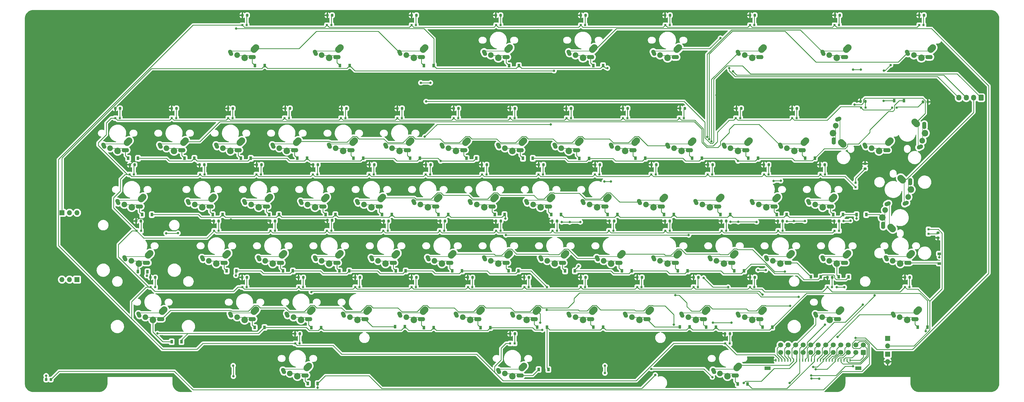
<source format=gbr>
G04 #@! TF.GenerationSoftware,KiCad,Pcbnew,(7.0.0)*
G04 #@! TF.CreationDate,2023-04-05T18:56:48-07:00*
G04 #@! TF.ProjectId,DecentXE,44656365-6e74-4584-952e-6b696361645f,12*
G04 #@! TF.SameCoordinates,Original*
G04 #@! TF.FileFunction,Copper,L1,Top*
G04 #@! TF.FilePolarity,Positive*
%FSLAX46Y46*%
G04 Gerber Fmt 4.6, Leading zero omitted, Abs format (unit mm)*
G04 Created by KiCad (PCBNEW (7.0.0)) date 2023-04-05 18:56:48*
%MOMM*%
%LPD*%
G01*
G04 APERTURE LIST*
G04 Aperture macros list*
%AMRoundRect*
0 Rectangle with rounded corners*
0 $1 Rounding radius*
0 $2 $3 $4 $5 $6 $7 $8 $9 X,Y pos of 4 corners*
0 Add a 4 corners polygon primitive as box body*
4,1,4,$2,$3,$4,$5,$6,$7,$8,$9,$2,$3,0*
0 Add four circle primitives for the rounded corners*
1,1,$1+$1,$2,$3*
1,1,$1+$1,$4,$5*
1,1,$1+$1,$6,$7*
1,1,$1+$1,$8,$9*
0 Add four rect primitives between the rounded corners*
20,1,$1+$1,$2,$3,$4,$5,0*
20,1,$1+$1,$4,$5,$6,$7,0*
20,1,$1+$1,$6,$7,$8,$9,0*
20,1,$1+$1,$8,$9,$2,$3,0*%
%AMHorizOval*
0 Thick line with rounded ends*
0 $1 width*
0 $2 $3 position (X,Y) of the first rounded end (center of the circle)*
0 $4 $5 position (X,Y) of the second rounded end (center of the circle)*
0 Add line between two ends*
20,1,$1,$2,$3,$4,$5,0*
0 Add two circle primitives to create the rounded ends*
1,1,$1,$2,$3*
1,1,$1,$4,$5*%
G04 Aperture macros list end*
G04 #@! TA.AperFunction,ComponentPad*
%ADD10O,1.700000X1.950000*%
G04 #@! TD*
G04 #@! TA.AperFunction,ComponentPad*
%ADD11RoundRect,0.250000X0.600000X0.725000X-0.600000X0.725000X-0.600000X-0.725000X0.600000X-0.725000X0*%
G04 #@! TD*
G04 #@! TA.AperFunction,ComponentPad*
%ADD12HorizOval,2.200000X0.353553X-0.353553X-0.353553X0.353553X0*%
G04 #@! TD*
G04 #@! TA.AperFunction,SMDPad,CuDef*
%ADD13R,0.228600X6.832600*%
G04 #@! TD*
G04 #@! TA.AperFunction,ComponentPad*
%ADD14HorizOval,1.400000X-0.362523X-0.169047X0.362523X0.169047X0*%
G04 #@! TD*
G04 #@! TA.AperFunction,ComponentPad*
%ADD15C,1.900000*%
G04 #@! TD*
G04 #@! TA.AperFunction,SMDPad,CuDef*
%ADD16R,0.284000X1.758000*%
G04 #@! TD*
G04 #@! TA.AperFunction,SMDPad,CuDef*
%ADD17R,0.254000X1.312000*%
G04 #@! TD*
G04 #@! TA.AperFunction,ComponentPad*
%ADD18O,1.400000X2.500000*%
G04 #@! TD*
G04 #@! TA.AperFunction,ComponentPad*
%ADD19C,2.200000*%
G04 #@! TD*
G04 #@! TA.AperFunction,SMDPad,CuDef*
%ADD20R,0.800000X0.800000*%
G04 #@! TD*
G04 #@! TA.AperFunction,ComponentPad*
%ADD21HorizOval,1.400000X0.362523X0.169047X-0.362523X-0.169047X0*%
G04 #@! TD*
G04 #@! TA.AperFunction,ComponentPad*
%ADD22HorizOval,2.200000X-0.353553X0.353553X0.353553X-0.353553X0*%
G04 #@! TD*
G04 #@! TA.AperFunction,ComponentPad*
%ADD23HorizOval,1.400000X-0.169047X0.362523X0.169047X-0.362523X0*%
G04 #@! TD*
G04 #@! TA.AperFunction,SMDPad,CuDef*
%ADD24R,6.832600X0.228600*%
G04 #@! TD*
G04 #@! TA.AperFunction,ComponentPad*
%ADD25HorizOval,2.200000X-0.353553X-0.353553X0.353553X0.353553X0*%
G04 #@! TD*
G04 #@! TA.AperFunction,SMDPad,CuDef*
%ADD26R,1.312000X0.254000*%
G04 #@! TD*
G04 #@! TA.AperFunction,SMDPad,CuDef*
%ADD27R,1.758000X0.284000*%
G04 #@! TD*
G04 #@! TA.AperFunction,ComponentPad*
%ADD28O,2.500000X1.400000*%
G04 #@! TD*
G04 #@! TA.AperFunction,SMDPad,CuDef*
%ADD29RoundRect,0.218750X-0.218750X-0.256250X0.218750X-0.256250X0.218750X0.256250X-0.218750X0.256250X0*%
G04 #@! TD*
G04 #@! TA.AperFunction,SMDPad,CuDef*
%ADD30R,0.400000X1.000000*%
G04 #@! TD*
G04 #@! TA.AperFunction,SMDPad,CuDef*
%ADD31R,2.000000X1.300000*%
G04 #@! TD*
G04 #@! TA.AperFunction,SMDPad,CuDef*
%ADD32RoundRect,0.200000X0.200000X0.275000X-0.200000X0.275000X-0.200000X-0.275000X0.200000X-0.275000X0*%
G04 #@! TD*
G04 #@! TA.AperFunction,SMDPad,CuDef*
%ADD33R,0.900000X1.200000*%
G04 #@! TD*
G04 #@! TA.AperFunction,ComponentPad*
%ADD34R,1.700000X1.700000*%
G04 #@! TD*
G04 #@! TA.AperFunction,ComponentPad*
%ADD35O,1.700000X1.700000*%
G04 #@! TD*
G04 #@! TA.AperFunction,SMDPad,CuDef*
%ADD36RoundRect,0.200000X-0.200000X-0.275000X0.200000X-0.275000X0.200000X0.275000X-0.200000X0.275000X0*%
G04 #@! TD*
G04 #@! TA.AperFunction,SMDPad,CuDef*
%ADD37RoundRect,0.200000X0.275000X-0.200000X0.275000X0.200000X-0.275000X0.200000X-0.275000X-0.200000X0*%
G04 #@! TD*
G04 #@! TA.AperFunction,SMDPad,CuDef*
%ADD38RoundRect,0.200000X-0.275000X0.200000X-0.275000X-0.200000X0.275000X-0.200000X0.275000X0.200000X0*%
G04 #@! TD*
G04 #@! TA.AperFunction,SMDPad,CuDef*
%ADD39R,1.200000X0.900000*%
G04 #@! TD*
G04 #@! TA.AperFunction,ComponentPad*
%ADD40RoundRect,0.250000X0.600000X-0.600000X0.600000X0.600000X-0.600000X0.600000X-0.600000X-0.600000X0*%
G04 #@! TD*
G04 #@! TA.AperFunction,ComponentPad*
%ADD41C,1.700000*%
G04 #@! TD*
G04 #@! TA.AperFunction,ViaPad*
%ADD42C,0.800000*%
G04 #@! TD*
G04 #@! TA.AperFunction,Conductor*
%ADD43C,0.250000*%
G04 #@! TD*
G04 APERTURE END LIST*
D10*
X337879999Y-52062499D03*
X340379999Y-52062499D03*
X342879999Y-52062499D03*
D11*
X345380000Y-52062500D03*
D12*
X323329999Y-60559999D03*
D13*
X324142999Y-65279199D03*
D14*
X324709999Y-68759999D03*
D15*
X325540000Y-66600000D03*
D16*
X325651999Y-62799999D03*
D17*
X325666999Y-65329999D03*
D18*
X326209999Y-61459999D03*
D19*
X326460000Y-64060000D03*
D20*
X316879999Y-55423999D03*
X315379999Y-55423999D03*
D21*
X297159999Y-59359999D03*
D13*
X297726999Y-62840799D03*
D22*
X298539999Y-67559999D03*
D19*
X295410000Y-64060000D03*
D18*
X295659999Y-66659999D03*
D17*
X296202999Y-62789999D03*
D16*
X296217999Y-65319999D03*
D15*
X296330000Y-61520000D03*
D20*
X306376405Y-55437015D03*
X304876405Y-55437015D03*
D23*
X289566249Y-125459999D03*
D24*
X293047049Y-124892999D03*
D25*
X297766249Y-124079999D03*
D15*
X291726250Y-126290000D03*
D26*
X292996249Y-126416999D03*
D19*
X294266250Y-127210000D03*
D27*
X295526249Y-126401999D03*
D28*
X296866249Y-126959999D03*
D20*
X295016249Y-116129999D03*
X293516249Y-116129999D03*
D23*
X255038124Y-144509999D03*
D24*
X258518924Y-143942999D03*
D25*
X263238124Y-143129999D03*
D15*
X257198125Y-145340000D03*
D26*
X258468124Y-145466999D03*
D19*
X259738125Y-146260000D03*
D27*
X260998124Y-145451999D03*
D28*
X262338124Y-146009999D03*
D20*
X260488124Y-135179999D03*
X258988124Y-135179999D03*
D23*
X109781874Y-144509999D03*
D24*
X113262674Y-143942999D03*
D25*
X117981874Y-143129999D03*
D15*
X111941875Y-145340000D03*
D26*
X113211874Y-145466999D03*
D19*
X114481875Y-146260000D03*
D27*
X115741874Y-145451999D03*
D28*
X117081874Y-146009999D03*
D20*
X115231874Y-135179999D03*
X113731874Y-135179999D03*
D23*
X182409999Y-144509999D03*
D24*
X185890799Y-143942999D03*
D25*
X190609999Y-143129999D03*
D15*
X184570000Y-145340000D03*
D26*
X185839999Y-145466999D03*
D19*
X187110000Y-146260000D03*
D27*
X188369999Y-145451999D03*
D28*
X189709999Y-146009999D03*
D20*
X187859999Y-135179999D03*
X186359999Y-135179999D03*
X64916249Y-116129999D03*
X66416249Y-116129999D03*
D28*
X68266249Y-126959999D03*
D27*
X66926249Y-126401999D03*
D19*
X65666250Y-127210000D03*
D26*
X64396249Y-126416999D03*
D15*
X63126250Y-126290000D03*
D25*
X69166249Y-124079999D03*
D24*
X64447049Y-124892999D03*
D23*
X60966249Y-125459999D03*
X56203749Y-106409999D03*
D24*
X59684549Y-105842999D03*
D25*
X64403749Y-105029999D03*
D15*
X58363750Y-107240000D03*
D26*
X59633749Y-107366999D03*
D19*
X60903750Y-108160000D03*
D27*
X62163749Y-107351999D03*
D28*
X63503749Y-107909999D03*
D20*
X61653749Y-97079999D03*
X60153749Y-97079999D03*
D23*
X53822499Y-87359999D03*
D24*
X57303299Y-86792999D03*
D25*
X62022499Y-85979999D03*
D15*
X55982500Y-88190000D03*
D26*
X57252499Y-88316999D03*
D19*
X58522500Y-89110000D03*
D27*
X59782499Y-88301999D03*
D28*
X61122499Y-88859999D03*
D20*
X59272499Y-78029999D03*
X57772499Y-78029999D03*
D23*
X313378749Y-106409999D03*
D24*
X316859549Y-105842999D03*
D25*
X321578749Y-105029999D03*
D15*
X315538750Y-107240000D03*
D26*
X316808749Y-107366999D03*
D19*
X318078750Y-108160000D03*
D27*
X319338749Y-107351999D03*
D28*
X320678749Y-107909999D03*
D20*
X327603749Y-98087749D03*
X327603749Y-96587749D03*
D23*
X291947499Y-106409999D03*
D24*
X295428299Y-105842999D03*
D25*
X300147499Y-105029999D03*
D15*
X294107500Y-107240000D03*
D26*
X295377499Y-107366999D03*
D19*
X296647500Y-108160000D03*
D27*
X297907499Y-107351999D03*
D28*
X299247499Y-107909999D03*
D20*
X297397499Y-97079999D03*
X295897499Y-97079999D03*
D23*
X182409999Y-68309999D03*
D24*
X185890799Y-67742999D03*
D25*
X190609999Y-66929999D03*
D15*
X184570000Y-69140000D03*
D26*
X185839999Y-69266999D03*
D19*
X187110000Y-70060000D03*
D27*
X188369999Y-69251999D03*
D28*
X189709999Y-69809999D03*
D20*
X187859999Y-58979999D03*
X186359999Y-58979999D03*
D23*
X87159999Y-68309999D03*
D24*
X90640799Y-67742999D03*
D25*
X95359999Y-66929999D03*
D15*
X89320000Y-69140000D03*
D26*
X90589999Y-69266999D03*
D19*
X91860000Y-70060000D03*
D27*
X93119999Y-69251999D03*
D28*
X94459999Y-69809999D03*
D20*
X92609999Y-58979999D03*
X91109999Y-58979999D03*
D23*
X258609999Y-68309999D03*
D24*
X262090799Y-67742999D03*
D25*
X266809999Y-66929999D03*
D15*
X260770000Y-69140000D03*
D26*
X262039999Y-69266999D03*
D19*
X263310000Y-70060000D03*
D27*
X264569999Y-69251999D03*
D28*
X265909999Y-69809999D03*
D20*
X264059999Y-58979999D03*
X262559999Y-58979999D03*
D23*
X68109999Y-68309999D03*
D24*
X71590799Y-67742999D03*
D25*
X76309999Y-66929999D03*
D15*
X70270000Y-69140000D03*
D26*
X71539999Y-69266999D03*
D19*
X72810000Y-70060000D03*
D27*
X74069999Y-69251999D03*
D28*
X75409999Y-69809999D03*
D20*
X73559999Y-58979999D03*
X72059999Y-58979999D03*
D23*
X125259999Y-68309999D03*
D24*
X128740799Y-67742999D03*
D25*
X133459999Y-66929999D03*
D15*
X127420000Y-69140000D03*
D26*
X128689999Y-69266999D03*
D19*
X129960000Y-70060000D03*
D27*
X131219999Y-69251999D03*
D28*
X132559999Y-69809999D03*
D20*
X130709999Y-58979999D03*
X129209999Y-58979999D03*
D23*
X277659999Y-68309999D03*
D24*
X281140799Y-67742999D03*
D25*
X285859999Y-66929999D03*
D15*
X279820000Y-69140000D03*
D26*
X281089999Y-69266999D03*
D19*
X282360000Y-70060000D03*
D27*
X283619999Y-69251999D03*
D28*
X284959999Y-69809999D03*
D20*
X283109999Y-58979999D03*
X281609999Y-58979999D03*
D23*
X106209999Y-68309999D03*
D24*
X109690799Y-67742999D03*
D25*
X114409999Y-66929999D03*
D15*
X108370000Y-69140000D03*
D26*
X109639999Y-69266999D03*
D19*
X110910000Y-70060000D03*
D27*
X112169999Y-69251999D03*
D28*
X113509999Y-69809999D03*
D20*
X111659999Y-58979999D03*
X110159999Y-58979999D03*
D23*
X144309999Y-68309999D03*
D24*
X147790799Y-67742999D03*
D25*
X152509999Y-66929999D03*
D15*
X146470000Y-69140000D03*
D26*
X147739999Y-69266999D03*
D19*
X149010000Y-70060000D03*
D27*
X150269999Y-69251999D03*
D28*
X151609999Y-69809999D03*
D20*
X149759999Y-58979999D03*
X148259999Y-58979999D03*
D23*
X239559999Y-68309999D03*
D24*
X243040799Y-67742999D03*
D25*
X247759999Y-66929999D03*
D15*
X241720000Y-69140000D03*
D26*
X242989999Y-69266999D03*
D19*
X244260000Y-70060000D03*
D27*
X245519999Y-69251999D03*
D28*
X246859999Y-69809999D03*
D20*
X245009999Y-58979999D03*
X243509999Y-58979999D03*
D23*
X220509999Y-68309999D03*
D24*
X223990799Y-67742999D03*
D25*
X228709999Y-66929999D03*
D15*
X222670000Y-69140000D03*
D26*
X223939999Y-69266999D03*
D19*
X225210000Y-70060000D03*
D27*
X226469999Y-69251999D03*
D28*
X227809999Y-69809999D03*
D20*
X225959999Y-58979999D03*
X224459999Y-58979999D03*
D23*
X163359999Y-68309999D03*
D24*
X166840799Y-67742999D03*
D25*
X171559999Y-66929999D03*
D15*
X165520000Y-69140000D03*
D26*
X166789999Y-69266999D03*
D19*
X168060000Y-70060000D03*
D27*
X169319999Y-69251999D03*
D28*
X170659999Y-69809999D03*
D20*
X168809999Y-58979999D03*
X167309999Y-58979999D03*
D23*
X201459999Y-68309999D03*
D24*
X204940799Y-67742999D03*
D25*
X209659999Y-66929999D03*
D15*
X203620000Y-69140000D03*
D26*
X204889999Y-69266999D03*
D19*
X206160000Y-70060000D03*
D27*
X207419999Y-69251999D03*
D28*
X208759999Y-69809999D03*
D20*
X206909999Y-58979999D03*
X205409999Y-58979999D03*
D23*
X230034999Y-87359999D03*
D24*
X233515799Y-86792999D03*
D25*
X238234999Y-85979999D03*
D15*
X232195000Y-88190000D03*
D26*
X233464999Y-88316999D03*
D19*
X234735000Y-89110000D03*
D27*
X235994999Y-88301999D03*
D28*
X237334999Y-88859999D03*
D20*
X235484999Y-78029999D03*
X233984999Y-78029999D03*
D23*
X115734999Y-87359999D03*
D24*
X119215799Y-86792999D03*
D25*
X123934999Y-85979999D03*
D15*
X117895000Y-88190000D03*
D26*
X119164999Y-88316999D03*
D19*
X120435000Y-89110000D03*
D27*
X121694999Y-88301999D03*
D28*
X123034999Y-88859999D03*
D20*
X121184999Y-78029999D03*
X119684999Y-78029999D03*
D23*
X134784999Y-87359999D03*
D24*
X138265799Y-86792999D03*
D25*
X142984999Y-85979999D03*
D15*
X136945000Y-88190000D03*
D26*
X138214999Y-88316999D03*
D19*
X139485000Y-89110000D03*
D27*
X140744999Y-88301999D03*
D28*
X142084999Y-88859999D03*
D20*
X140234999Y-78029999D03*
X138734999Y-78029999D03*
D23*
X268134999Y-87359999D03*
D24*
X271615799Y-86792999D03*
D25*
X276334999Y-85979999D03*
D15*
X270295000Y-88190000D03*
D26*
X271564999Y-88316999D03*
D19*
X272835000Y-89110000D03*
D27*
X274094999Y-88301999D03*
D28*
X275434999Y-88859999D03*
D20*
X273584999Y-78029999D03*
X272084999Y-78029999D03*
D23*
X287184999Y-87359999D03*
D24*
X290665799Y-86792999D03*
D25*
X295384999Y-85979999D03*
D15*
X289345000Y-88190000D03*
D26*
X290614999Y-88316999D03*
D19*
X291885000Y-89110000D03*
D27*
X293144999Y-88301999D03*
D28*
X294484999Y-88859999D03*
D20*
X292634999Y-78029999D03*
X291134999Y-78029999D03*
D23*
X210984999Y-87359999D03*
D24*
X214465799Y-86792999D03*
D25*
X219184999Y-85979999D03*
D15*
X213145000Y-88190000D03*
D26*
X214414999Y-88316999D03*
D19*
X215685000Y-89110000D03*
D27*
X216944999Y-88301999D03*
D28*
X218284999Y-88859999D03*
D20*
X216434999Y-78029999D03*
X214934999Y-78029999D03*
D23*
X77634999Y-87359999D03*
D24*
X81115799Y-86792999D03*
D25*
X85834999Y-85979999D03*
D15*
X79795000Y-88190000D03*
D26*
X81064999Y-88316999D03*
D19*
X82335000Y-89110000D03*
D27*
X83594999Y-88301999D03*
D28*
X84934999Y-88859999D03*
D20*
X83084999Y-78029999D03*
X81584999Y-78029999D03*
D23*
X249084999Y-87359999D03*
D24*
X252565799Y-86792999D03*
D25*
X257284999Y-85979999D03*
D15*
X251245000Y-88190000D03*
D26*
X252514999Y-88316999D03*
D19*
X253785000Y-89110000D03*
D27*
X255044999Y-88301999D03*
D28*
X256384999Y-88859999D03*
D20*
X254534999Y-78029999D03*
X253034999Y-78029999D03*
D23*
X191934999Y-87359999D03*
D24*
X195415799Y-86792999D03*
D25*
X200134999Y-85979999D03*
D15*
X194095000Y-88190000D03*
D26*
X195364999Y-88316999D03*
D19*
X196635000Y-89110000D03*
D27*
X197894999Y-88301999D03*
D28*
X199234999Y-88859999D03*
D20*
X197384999Y-78029999D03*
X195884999Y-78029999D03*
D23*
X153834999Y-87359999D03*
D24*
X157315799Y-86792999D03*
D25*
X162034999Y-85979999D03*
D15*
X155995000Y-88190000D03*
D26*
X157264999Y-88316999D03*
D19*
X158535000Y-89110000D03*
D27*
X159794999Y-88301999D03*
D28*
X161134999Y-88859999D03*
D20*
X159284999Y-78029999D03*
X157784999Y-78029999D03*
D23*
X172884999Y-87359999D03*
D24*
X176365799Y-86792999D03*
D25*
X181084999Y-85979999D03*
D15*
X175045000Y-88190000D03*
D26*
X176314999Y-88316999D03*
D19*
X177585000Y-89110000D03*
D27*
X178844999Y-88301999D03*
D28*
X180184999Y-88859999D03*
D20*
X178334999Y-78029999D03*
X176834999Y-78029999D03*
D23*
X96684999Y-87359999D03*
D24*
X100165799Y-86792999D03*
D25*
X104884999Y-85979999D03*
D15*
X98845000Y-88190000D03*
D26*
X100114999Y-88316999D03*
D19*
X101385000Y-89110000D03*
D27*
X102644999Y-88301999D03*
D28*
X103984999Y-88859999D03*
D20*
X102134999Y-78029999D03*
X100634999Y-78029999D03*
D23*
X91922499Y-125459999D03*
D24*
X95403299Y-124892999D03*
D25*
X100122499Y-124079999D03*
D15*
X94082500Y-126290000D03*
D26*
X95352499Y-126416999D03*
D19*
X96622500Y-127210000D03*
D27*
X97882499Y-126401999D03*
D28*
X99222499Y-126959999D03*
D20*
X97372499Y-116129999D03*
X95872499Y-116129999D03*
D23*
X110972499Y-125459999D03*
D24*
X114453299Y-124892999D03*
D25*
X119172499Y-124079999D03*
D15*
X113132500Y-126290000D03*
D26*
X114402499Y-126416999D03*
D19*
X115672500Y-127210000D03*
D27*
X116932499Y-126401999D03*
D28*
X118272499Y-126959999D03*
D20*
X116422499Y-116129999D03*
X114922499Y-116129999D03*
D23*
X149072499Y-125459999D03*
D24*
X152553299Y-124892999D03*
D25*
X157272499Y-124079999D03*
D15*
X151232500Y-126290000D03*
D26*
X152502499Y-126416999D03*
D19*
X153772500Y-127210000D03*
D27*
X155032499Y-126401999D03*
D28*
X156372499Y-126959999D03*
D20*
X154522499Y-116129999D03*
X153022499Y-116129999D03*
D23*
X263372499Y-125459999D03*
D24*
X266853299Y-124892999D03*
D25*
X271572499Y-124079999D03*
D15*
X265532500Y-126290000D03*
D26*
X266802499Y-126416999D03*
D19*
X268072500Y-127210000D03*
D27*
X269332499Y-126401999D03*
D28*
X270672499Y-126959999D03*
D20*
X268822499Y-116129999D03*
X267322499Y-116129999D03*
D23*
X253847499Y-106409999D03*
D24*
X257328299Y-105842999D03*
D25*
X262047499Y-105029999D03*
D15*
X256007500Y-107240000D03*
D26*
X257277499Y-107366999D03*
D19*
X258547500Y-108160000D03*
D27*
X259807499Y-107351999D03*
D28*
X261147499Y-107909999D03*
D20*
X259297499Y-97079999D03*
X257797499Y-97079999D03*
D23*
X101447499Y-106409999D03*
D24*
X104928299Y-105842999D03*
D25*
X109647499Y-105029999D03*
D15*
X103607500Y-107240000D03*
D26*
X104877499Y-107366999D03*
D19*
X106147500Y-108160000D03*
D27*
X107407499Y-107351999D03*
D28*
X108747499Y-107909999D03*
D20*
X106897499Y-97079999D03*
X105397499Y-97079999D03*
D23*
X272897499Y-106409999D03*
D24*
X276378299Y-105842999D03*
D25*
X281097499Y-105029999D03*
D15*
X275057500Y-107240000D03*
D26*
X276327499Y-107366999D03*
D19*
X277597500Y-108160000D03*
D27*
X278857499Y-107351999D03*
D28*
X280197499Y-107909999D03*
D20*
X278347499Y-97079999D03*
X276847499Y-97079999D03*
D23*
X244322499Y-125459999D03*
D24*
X247803299Y-124892999D03*
D25*
X252522499Y-124079999D03*
D15*
X246482500Y-126290000D03*
D26*
X247752499Y-126416999D03*
D19*
X249022500Y-127210000D03*
D27*
X250282499Y-126401999D03*
D28*
X251622499Y-126959999D03*
D20*
X249772499Y-116129999D03*
X248272499Y-116129999D03*
D23*
X187172499Y-125459999D03*
D24*
X190653299Y-124892999D03*
D25*
X195372499Y-124079999D03*
D15*
X189332500Y-126290000D03*
D26*
X190602499Y-126416999D03*
D19*
X191872500Y-127210000D03*
D27*
X193132499Y-126401999D03*
D28*
X194472499Y-126959999D03*
D20*
X192622499Y-116129999D03*
X191122499Y-116129999D03*
D23*
X206222499Y-125459999D03*
D24*
X209703299Y-124892999D03*
D25*
X214422499Y-124079999D03*
D15*
X208382500Y-126290000D03*
D26*
X209652499Y-126416999D03*
D19*
X210922500Y-127210000D03*
D27*
X212182499Y-126401999D03*
D28*
X213522499Y-126959999D03*
D20*
X211672499Y-116129999D03*
X210172499Y-116129999D03*
D23*
X234797499Y-106409999D03*
D24*
X238278299Y-105842999D03*
D25*
X242997499Y-105029999D03*
D15*
X236957500Y-107240000D03*
D26*
X238227499Y-107366999D03*
D19*
X239497500Y-108160000D03*
D27*
X240757499Y-107351999D03*
D28*
X242097499Y-107909999D03*
D20*
X240247499Y-97079999D03*
X238747499Y-97079999D03*
D23*
X215747499Y-106409999D03*
D24*
X219228299Y-105842999D03*
D25*
X223947499Y-105029999D03*
D15*
X217907500Y-107240000D03*
D26*
X219177499Y-107366999D03*
D19*
X220447500Y-108160000D03*
D27*
X221707499Y-107351999D03*
D28*
X223047499Y-107909999D03*
D20*
X221197499Y-97079999D03*
X219697499Y-97079999D03*
D23*
X196697499Y-106409999D03*
D24*
X200178299Y-105842999D03*
D25*
X204897499Y-105029999D03*
D15*
X198857500Y-107240000D03*
D26*
X200127499Y-107366999D03*
D19*
X201397500Y-108160000D03*
D27*
X202657499Y-107351999D03*
D28*
X203997499Y-107909999D03*
D20*
X202147499Y-97079999D03*
X200647499Y-97079999D03*
D23*
X315759999Y-125459999D03*
D24*
X319240799Y-124892999D03*
D25*
X323959999Y-124079999D03*
D15*
X317920000Y-126290000D03*
D26*
X319189999Y-126416999D03*
D19*
X320460000Y-127210000D03*
D27*
X321719999Y-126401999D03*
D28*
X323059999Y-126959999D03*
D20*
X321209999Y-116129999D03*
X319709999Y-116129999D03*
D23*
X177647499Y-106409999D03*
D24*
X181128299Y-105842999D03*
D25*
X185847499Y-105029999D03*
D15*
X179807500Y-107240000D03*
D26*
X181077499Y-107366999D03*
D19*
X182347500Y-108160000D03*
D27*
X183607499Y-107351999D03*
D28*
X184947499Y-107909999D03*
D20*
X183097499Y-97079999D03*
X181597499Y-97079999D03*
D23*
X158597499Y-106409999D03*
D24*
X162078299Y-105842999D03*
D25*
X166797499Y-105029999D03*
D15*
X160757500Y-107240000D03*
D26*
X162027499Y-107366999D03*
D19*
X163297500Y-108160000D03*
D27*
X164557499Y-107351999D03*
D28*
X165897499Y-107909999D03*
D20*
X164047499Y-97079999D03*
X162547499Y-97079999D03*
D23*
X139547499Y-106409999D03*
D24*
X143028299Y-105842999D03*
D25*
X147747499Y-105029999D03*
D15*
X141707500Y-107240000D03*
D26*
X142977499Y-107366999D03*
D19*
X144247500Y-108160000D03*
D27*
X145507499Y-107351999D03*
D28*
X146847499Y-107909999D03*
D20*
X144997499Y-97079999D03*
X143497499Y-97079999D03*
D23*
X120497499Y-106409999D03*
D24*
X123978299Y-105842999D03*
D25*
X128697499Y-105029999D03*
D15*
X122657500Y-107240000D03*
D26*
X123927499Y-107366999D03*
D19*
X125197500Y-108160000D03*
D27*
X126457499Y-107351999D03*
D28*
X127797499Y-107909999D03*
D20*
X125947499Y-97079999D03*
X124447499Y-97079999D03*
D23*
X225272499Y-125459999D03*
D24*
X228753299Y-124892999D03*
D25*
X233472499Y-124079999D03*
D15*
X227432500Y-126290000D03*
D26*
X228702499Y-126416999D03*
D19*
X229972500Y-127210000D03*
D27*
X231232499Y-126401999D03*
D28*
X232572499Y-126959999D03*
D20*
X230722499Y-116129999D03*
X229222499Y-116129999D03*
D23*
X130022499Y-125459999D03*
D24*
X133503299Y-124892999D03*
D25*
X138222499Y-124079999D03*
D15*
X132182500Y-126290000D03*
D26*
X133452499Y-126416999D03*
D19*
X134722500Y-127210000D03*
D27*
X135982499Y-126401999D03*
D28*
X137322499Y-126959999D03*
D20*
X135472499Y-116129999D03*
X133972499Y-116129999D03*
D23*
X168122499Y-125459999D03*
D24*
X171603299Y-124892999D03*
D25*
X176322499Y-124079999D03*
D15*
X170282500Y-126290000D03*
D26*
X171552499Y-126416999D03*
D19*
X172822500Y-127210000D03*
D27*
X174082499Y-126401999D03*
D28*
X175422499Y-126959999D03*
D20*
X173572499Y-116129999D03*
X172072499Y-116129999D03*
D23*
X82397499Y-106409999D03*
D24*
X85878299Y-105842999D03*
D25*
X90597499Y-105029999D03*
D15*
X84557500Y-107240000D03*
D26*
X85827499Y-107366999D03*
D19*
X87097500Y-108160000D03*
D27*
X88357499Y-107351999D03*
D28*
X89697499Y-107909999D03*
D20*
X87847499Y-97079999D03*
X86347499Y-97079999D03*
D23*
X49059999Y-68309999D03*
D24*
X52540799Y-67742999D03*
D25*
X57259999Y-66929999D03*
D15*
X51220000Y-69140000D03*
D26*
X52489999Y-69266999D03*
D19*
X53760000Y-70060000D03*
D27*
X55019999Y-69251999D03*
D28*
X56359999Y-69809999D03*
D20*
X54509999Y-58979999D03*
X53009999Y-58979999D03*
D29*
X29612500Y-147400000D03*
X31187500Y-147400000D03*
D23*
X206222499Y-36859999D03*
D24*
X209703299Y-36292999D03*
D25*
X214422499Y-35479999D03*
D15*
X208382500Y-37690000D03*
D26*
X209652499Y-37816999D03*
D19*
X210922500Y-38610000D03*
D27*
X212182499Y-37801999D03*
D28*
X213522499Y-38359999D03*
D20*
X211672499Y-27529999D03*
X210172499Y-27529999D03*
D23*
X291959999Y-36859999D03*
D24*
X295440799Y-36292999D03*
D25*
X300159999Y-35479999D03*
D15*
X294120000Y-37690000D03*
D26*
X295389999Y-37816999D03*
D19*
X296660000Y-38610000D03*
D27*
X297919999Y-37801999D03*
D28*
X299259999Y-38359999D03*
D20*
X297409999Y-27529999D03*
X295909999Y-27529999D03*
D23*
X263372499Y-36859999D03*
D24*
X266853299Y-36292999D03*
D25*
X271572499Y-35479999D03*
D15*
X265532500Y-37690000D03*
D26*
X266802499Y-37816999D03*
D19*
X268072500Y-38610000D03*
D27*
X269332499Y-37801999D03*
D28*
X270672499Y-38359999D03*
D20*
X268822499Y-27529999D03*
X267322499Y-27529999D03*
D23*
X234797499Y-36859999D03*
D24*
X238278299Y-36292999D03*
D25*
X242997499Y-35479999D03*
D15*
X236957500Y-37690000D03*
D26*
X238227499Y-37816999D03*
D19*
X239497500Y-38610000D03*
D27*
X240757499Y-37801999D03*
D28*
X242097499Y-38359999D03*
D20*
X240247499Y-27529999D03*
X238747499Y-27529999D03*
D12*
X318567499Y-79609999D03*
D13*
X319380499Y-84329199D03*
D14*
X319947499Y-87809999D03*
D15*
X320777500Y-85650000D03*
D16*
X320889499Y-81849999D03*
D17*
X320904499Y-84379999D03*
D18*
X321447499Y-80509999D03*
D19*
X321697500Y-83110000D03*
D20*
X303014499Y-80819749D03*
X303014499Y-82319749D03*
D30*
X301099999Y-140860999D03*
X300099999Y-140860999D03*
X299099999Y-140860999D03*
X298099999Y-140860999D03*
X297099999Y-140860999D03*
X296099999Y-140860999D03*
X295099999Y-140860999D03*
X294099999Y-140860999D03*
X293099999Y-140860999D03*
X292099999Y-140860999D03*
X291099999Y-140860999D03*
X290099999Y-140860999D03*
X289099999Y-140860999D03*
X288099999Y-140860999D03*
X287099999Y-140860999D03*
X286099999Y-140860999D03*
X285099999Y-140860999D03*
X284099999Y-140860999D03*
X283099999Y-140860999D03*
X282099999Y-140860999D03*
X281099999Y-140860999D03*
X280099999Y-140860999D03*
X279099999Y-140860999D03*
X278099999Y-140860999D03*
X277099999Y-140860999D03*
X276099999Y-140860999D03*
D31*
X273299999Y-143560999D03*
X303899999Y-143560999D03*
D32*
X187935000Y-55725625D03*
X186285000Y-55725625D03*
D23*
X91922499Y-36859999D03*
D24*
X95403299Y-36292999D03*
D25*
X100122499Y-35479999D03*
D15*
X94082500Y-37690000D03*
D26*
X95352499Y-37816999D03*
D19*
X96622500Y-38610000D03*
D27*
X97882499Y-37801999D03*
D28*
X99222499Y-38359999D03*
D20*
X97372499Y-27529999D03*
X95872499Y-27529999D03*
D23*
X120497499Y-36859999D03*
D24*
X123978299Y-36292999D03*
D25*
X128697499Y-35479999D03*
D15*
X122657500Y-37690000D03*
D26*
X123927499Y-37816999D03*
D19*
X125197500Y-38610000D03*
D27*
X126457499Y-37801999D03*
D28*
X127797499Y-38359999D03*
D20*
X125947499Y-27529999D03*
X124447499Y-27529999D03*
D23*
X149072499Y-36859999D03*
D24*
X152553299Y-36292999D03*
D25*
X157272499Y-35479999D03*
D15*
X151232500Y-37690000D03*
D26*
X152502499Y-37816999D03*
D19*
X153772500Y-38610000D03*
D27*
X155032499Y-37801999D03*
D28*
X156372499Y-38359999D03*
D20*
X154522499Y-27529999D03*
X153022499Y-27529999D03*
D23*
X177647499Y-36859999D03*
D24*
X181128299Y-36292999D03*
D25*
X185847499Y-35479999D03*
D15*
X179807500Y-37690000D03*
D26*
X181077499Y-37816999D03*
D19*
X182347500Y-38610000D03*
D27*
X183607499Y-37801999D03*
D28*
X184947499Y-38359999D03*
D20*
X183097499Y-27529999D03*
X181597499Y-27529999D03*
D33*
X63849999Y-110899999D03*
X60549999Y-110899999D03*
D34*
X40028999Y-113589999D03*
D35*
X37488999Y-113589999D03*
X34948999Y-113589999D03*
D34*
X34963999Y-90983999D03*
D35*
X37503999Y-90983999D03*
X40043999Y-90983999D03*
D32*
X168885000Y-55678000D03*
X167235000Y-55678000D03*
X197587000Y-74728000D03*
X195937000Y-74728000D03*
X97511000Y-24182000D03*
X95861000Y-24182000D03*
X192697500Y-112875625D03*
X191047500Y-112875625D03*
X154661000Y-24182000D03*
X153011000Y-24182000D03*
X183172500Y-93778000D03*
X181522500Y-93778000D03*
X187935000Y-131925625D03*
X186285000Y-131925625D03*
X211811000Y-24182000D03*
X210161000Y-24182000D03*
X206922000Y-55678000D03*
X205272000Y-55678000D03*
X149835000Y-55678000D03*
X148185000Y-55678000D03*
X216637000Y-74728000D03*
X214987000Y-74728000D03*
X159487000Y-74728000D03*
X157837000Y-74728000D03*
X221463000Y-93778000D03*
X219813000Y-93778000D03*
X164313000Y-93778000D03*
X162663000Y-93778000D03*
X211811000Y-112828000D03*
X210161000Y-112828000D03*
X173647500Y-112875625D03*
X171997500Y-112875625D03*
X226035000Y-55678000D03*
X224385000Y-55678000D03*
X131039000Y-55678000D03*
X129389000Y-55678000D03*
X235687000Y-74728000D03*
X234037000Y-74728000D03*
X140437000Y-74728000D03*
X138787000Y-74728000D03*
X240259000Y-93778000D03*
X238609000Y-93778000D03*
X145263000Y-93778000D03*
X143613000Y-93778000D03*
X230861000Y-112828000D03*
X229211000Y-112828000D03*
X154661000Y-112828000D03*
X153011000Y-112828000D03*
X245339000Y-55678000D03*
X243689000Y-55678000D03*
X111989000Y-55678000D03*
X110339000Y-55678000D03*
X254737000Y-74728000D03*
X253087000Y-74728000D03*
X121387000Y-74728000D03*
X119737000Y-74728000D03*
X259309000Y-93778000D03*
X257659000Y-93778000D03*
X126213000Y-93524000D03*
X124563000Y-93524000D03*
X249911000Y-112828000D03*
X248261000Y-112828000D03*
X135611000Y-112828000D03*
X133961000Y-112828000D03*
X264389000Y-55678000D03*
X262739000Y-55678000D03*
X273660000Y-74728000D03*
X272010000Y-74728000D03*
X102337000Y-74728000D03*
X100687000Y-74728000D03*
X278359000Y-93778000D03*
X276709000Y-93778000D03*
X106909000Y-93778000D03*
X105259000Y-93778000D03*
X268961000Y-112828000D03*
X267311000Y-112828000D03*
X116497500Y-112875625D03*
X114847500Y-112875625D03*
X73635000Y-55678000D03*
X71985000Y-55678000D03*
X292583000Y-74728000D03*
X290933000Y-74728000D03*
X83033000Y-74728000D03*
X81383000Y-74728000D03*
X297409000Y-93778000D03*
X295759000Y-93778000D03*
X87859000Y-93778000D03*
X86209000Y-93778000D03*
X321285000Y-112828000D03*
X319635000Y-112828000D03*
X97447500Y-112875625D03*
X95797500Y-112875625D03*
X306325000Y-53300000D03*
X304675000Y-53300000D03*
D36*
X52935000Y-55678000D03*
X54585000Y-55678000D03*
D37*
X306236000Y-76061000D03*
X306236000Y-74411000D03*
D32*
X59502000Y-74728000D03*
X57852000Y-74728000D03*
X126213000Y-24182000D03*
X124563000Y-24182000D03*
D38*
X330874000Y-97779000D03*
X330874000Y-99429000D03*
D36*
X325731000Y-53500000D03*
X327381000Y-53500000D03*
D32*
X115306875Y-131925625D03*
X113656875Y-131925625D03*
X240322500Y-24182000D03*
X238672500Y-24182000D03*
X268961000Y-24182000D03*
X267311000Y-24182000D03*
X297663000Y-24182000D03*
X296013000Y-24182000D03*
X326111000Y-24182000D03*
X324461000Y-24182000D03*
X178410000Y-74728000D03*
X176760000Y-74728000D03*
X202159000Y-93778000D03*
X200509000Y-93778000D03*
X92685000Y-55678000D03*
X91035000Y-55678000D03*
X283185000Y-55678000D03*
X281535000Y-55678000D03*
X183109000Y-24182000D03*
X181459000Y-24182000D03*
X295123000Y-112828000D03*
X293473000Y-112828000D03*
D23*
X320522499Y-36859999D03*
D24*
X324003299Y-36292999D03*
D25*
X328722499Y-35479999D03*
D15*
X322682500Y-37690000D03*
D26*
X323952499Y-37816999D03*
D19*
X325222500Y-38610000D03*
D27*
X326482499Y-37801999D03*
D28*
X327822499Y-38359999D03*
D20*
X325972499Y-27529999D03*
X324472499Y-27529999D03*
D32*
X66459742Y-112875625D03*
X64809742Y-112875625D03*
X61634000Y-93778000D03*
X59984000Y-93778000D03*
D36*
X258913125Y-131925625D03*
X260563125Y-131925625D03*
D34*
X313837523Y-133501999D03*
D35*
X313837523Y-136041999D03*
D33*
X150798799Y-129489199D03*
X147498799Y-129489199D03*
X251116999Y-72568999D03*
X247816999Y-72568999D03*
X303315999Y-91618999D03*
X306615999Y-91618999D03*
X208190999Y-110668999D03*
X204890999Y-110668999D03*
X117766999Y-72568999D03*
X114466999Y-72568999D03*
X279691999Y-91618999D03*
X276391999Y-91618999D03*
D23*
X306234999Y-68309999D03*
D24*
X309715799Y-67742999D03*
D25*
X314434999Y-66929999D03*
D15*
X308395000Y-69140000D03*
D26*
X309664999Y-69266999D03*
D19*
X310935000Y-70060000D03*
D27*
X312194999Y-69251999D03*
D28*
X313534999Y-69809999D03*
D33*
X93890999Y-110668999D03*
X90590999Y-110668999D03*
X265340999Y-110668999D03*
X262040999Y-110668999D03*
X270039999Y-72568999D03*
X266739999Y-72568999D03*
X260641999Y-91618999D03*
X257341999Y-91618999D03*
X291235399Y-112648999D03*
X287935399Y-112648999D03*
D39*
X331299999Y-104849999D03*
X331299999Y-108149999D03*
D33*
X193966999Y-72568999D03*
X190666999Y-72568999D03*
X131990999Y-110668999D03*
X128690999Y-110668999D03*
X189267999Y-41199999D03*
X185967999Y-41199999D03*
X298741999Y-91618999D03*
X295441999Y-91618999D03*
X266483999Y-148895999D03*
X263183999Y-148895999D03*
X121322999Y-148768999D03*
X118022999Y-148768999D03*
X103361999Y-129791999D03*
X100061999Y-129791999D03*
X184441999Y-91618999D03*
X181141999Y-91618999D03*
X103415999Y-41199999D03*
X100115999Y-41199999D03*
X165391999Y-91618999D03*
X162091999Y-91618999D03*
X179615999Y-129845999D03*
X176315999Y-129845999D03*
X174916999Y-72568999D03*
X171616999Y-72568999D03*
X89191999Y-91618999D03*
X85891999Y-91618999D03*
X213016999Y-72587999D03*
X209716999Y-72587999D03*
X151040999Y-110668999D03*
X147740999Y-110668999D03*
X122477999Y-129845999D03*
X119177999Y-129845999D03*
X319349999Y-53099999D03*
X316049999Y-53099999D03*
X198769999Y-129718999D03*
X195469999Y-129718999D03*
D34*
X313837523Y-138835999D03*
D35*
X313837523Y-141375999D03*
D33*
X65315999Y-91618999D03*
X62015999Y-91618999D03*
X160515999Y-41199999D03*
X157215999Y-41199999D03*
X75309999Y-134619999D03*
X72009999Y-134619999D03*
X160527999Y-129845999D03*
X157227999Y-129845999D03*
D21*
X313828749Y-87934999D03*
D13*
X314395749Y-91415799D03*
D22*
X315208749Y-96134999D03*
D19*
X312078750Y-92635000D03*
D18*
X312328749Y-95234999D03*
D17*
X312871749Y-91364999D03*
D16*
X312886749Y-93894999D03*
D15*
X312998750Y-90095000D03*
D33*
X274865999Y-129718999D03*
X271565999Y-129718999D03*
X189140999Y-110668999D03*
X185840999Y-110668999D03*
X300583599Y-112674399D03*
X297283599Y-112674399D03*
X289243999Y-72495999D03*
X285943999Y-72495999D03*
X146341999Y-91618999D03*
X143041999Y-91618999D03*
X246290999Y-110668999D03*
X242990999Y-110668999D03*
X112939999Y-110668999D03*
X109639999Y-110668999D03*
X132117999Y-41199999D03*
X128817999Y-41199999D03*
X108241999Y-91618999D03*
X104941999Y-91618999D03*
X231939999Y-72568999D03*
X228639999Y-72568999D03*
X241591999Y-91618999D03*
X238291999Y-91618999D03*
X227367999Y-110668999D03*
X224067999Y-110668999D03*
X246912399Y-129565399D03*
X243612399Y-129565399D03*
X98716999Y-72568999D03*
X95416999Y-72568999D03*
X79666999Y-72568999D03*
X76366999Y-72568999D03*
X217715999Y-129718999D03*
X214415999Y-129718999D03*
X60616999Y-72568999D03*
X57316999Y-72568999D03*
X203491999Y-91618999D03*
X200191999Y-91618999D03*
X155866999Y-72568999D03*
X152566999Y-72568999D03*
X327316999Y-129718999D03*
X324016999Y-129718999D03*
X255815999Y-129718999D03*
X252515999Y-129718999D03*
X222541999Y-91618999D03*
X219241999Y-91618999D03*
X127291999Y-91618999D03*
X123991999Y-91618999D03*
X136739999Y-72514999D03*
X133439999Y-72514999D03*
X170090999Y-110668999D03*
X166790999Y-110668999D03*
X199249999Y-143999999D03*
X195949999Y-143999999D03*
X217715999Y-41199999D03*
X214415999Y-41199999D03*
D40*
X305600000Y-138200000D03*
D41*
X305600000Y-135660000D03*
X303060000Y-138200000D03*
X303060000Y-135660000D03*
X300520000Y-138200000D03*
X300520000Y-135660000D03*
X297980000Y-138200000D03*
X297980000Y-135660000D03*
X295440000Y-138200000D03*
X295440000Y-135660000D03*
X292900000Y-138200000D03*
X292900000Y-135660000D03*
X290360000Y-138200000D03*
X290360000Y-135660000D03*
X287820000Y-138200000D03*
X287820000Y-135660000D03*
X285280000Y-138200000D03*
X285280000Y-135660000D03*
X282740000Y-138200000D03*
X282740000Y-135660000D03*
X280200000Y-138200000D03*
X280200000Y-135660000D03*
X277660000Y-138200000D03*
X277660000Y-135660000D03*
D42*
X219205618Y-42043549D03*
X260350000Y-42043549D03*
X261620000Y-43180000D03*
X157947500Y-53340000D03*
X301269400Y-93675200D03*
X218135200Y-80416400D03*
X298907200Y-93751400D03*
X272643600Y-110413800D03*
X314833000Y-40995600D03*
X277723600Y-80187800D03*
X92862400Y-146304000D03*
X29600000Y-146100000D03*
X270052800Y-110388400D03*
X269570200Y-94081600D03*
X275336000Y-80238600D03*
X220370400Y-80441800D03*
X304774600Y-42595800D03*
X218338400Y-145211800D03*
X260731000Y-94030800D03*
X156159200Y-47015400D03*
X299212000Y-116154200D03*
X159435800Y-47040800D03*
X218338400Y-142722600D03*
X312597800Y-42900600D03*
X206451200Y-94107000D03*
X203758800Y-94132400D03*
X285851600Y-93802200D03*
X282143200Y-93776800D03*
X92786200Y-142697200D03*
X279806400Y-93827600D03*
X302158400Y-42595800D03*
X74142600Y-97840800D03*
X296646600Y-116128800D03*
X210032600Y-94132400D03*
X70154800Y-97891600D03*
X263372600Y-94030800D03*
X63600000Y-112300000D03*
X253568200Y-66065400D03*
X252843459Y-65329041D03*
X254348711Y-66834295D03*
X257347803Y-31889100D03*
X290753800Y-147116800D03*
X288061400Y-147075500D03*
X302641000Y-54375500D03*
X265201400Y-148524500D03*
X254609600Y-146586799D03*
X234010200Y-143785500D03*
X196475299Y-128149299D03*
X241630200Y-128840900D03*
X331303000Y-106019600D03*
X280711902Y-148524500D03*
X198805800Y-116130500D03*
X254859198Y-128147402D03*
X93700000Y-112200000D03*
X261106304Y-128123296D03*
X198701901Y-123873501D03*
X296875200Y-132969000D03*
X292684200Y-128828800D03*
X305478700Y-122056702D03*
X251688600Y-113004600D03*
X259955700Y-116130500D03*
X184886600Y-98529500D03*
X184734200Y-92938600D03*
X246634000Y-98529500D03*
X157480000Y-65261693D03*
X162839400Y-73494000D03*
X200079500Y-61112400D03*
X263271000Y-73494000D03*
X309448200Y-118934500D03*
X303326800Y-92938600D03*
X119172500Y-117800000D03*
X271572500Y-118675500D03*
X288647480Y-143181500D03*
X242112800Y-118824500D03*
X280924000Y-122453400D03*
X279120600Y-110869500D03*
X121285000Y-150159400D03*
X235356400Y-145862299D03*
X209448400Y-109016800D03*
X201149299Y-42957799D03*
X67200000Y-131800000D03*
X197200000Y-130600000D03*
X93800000Y-28700000D03*
X289500000Y-143906000D03*
X326696501Y-131014901D03*
X302995082Y-133311049D03*
X312445400Y-53162200D03*
X302158400Y-142874500D03*
X287985200Y-145999200D03*
X283800000Y-119400000D03*
X89500000Y-93300000D03*
X66500000Y-74800000D03*
X276809200Y-95453200D03*
X252501400Y-30353000D03*
X298729400Y-95605600D03*
X83210400Y-115976400D03*
X200507600Y-95427800D03*
X270611600Y-140411200D03*
X270560800Y-137388600D03*
X168783000Y-96367600D03*
X195834000Y-29286200D03*
X255524000Y-137007600D03*
X115773200Y-95732600D03*
X101320600Y-61239400D03*
X134823200Y-96037400D03*
X256006600Y-51155600D03*
X295884600Y-95554800D03*
X203530200Y-95529400D03*
X101346000Y-58242200D03*
X83185000Y-118745000D03*
X260654800Y-95478600D03*
X153974800Y-99644200D03*
X210896200Y-96367600D03*
X241579400Y-95504000D03*
X115824000Y-99593400D03*
X257911600Y-95427800D03*
X222707200Y-95529400D03*
X103047800Y-71069200D03*
X83185000Y-125069600D03*
X77978000Y-97942400D03*
X251180600Y-51206400D03*
X195859400Y-26974800D03*
X83134200Y-133375400D03*
X252450600Y-26847800D03*
X168833800Y-99288600D03*
X255549400Y-133908800D03*
X262432800Y-137033000D03*
X92000000Y-93300000D03*
X219913200Y-95554800D03*
X105841800Y-73990200D03*
X210921600Y-101981000D03*
X191922400Y-100050600D03*
X100700000Y-76000000D03*
X191871600Y-96266000D03*
X134747000Y-99517200D03*
X210921600Y-107950000D03*
X70200000Y-94000000D03*
X238912400Y-95504000D03*
X77927200Y-101066600D03*
X279755600Y-95453200D03*
X153949400Y-96189800D03*
D43*
X262314695Y-44900000D02*
X330717500Y-44900000D01*
X337880000Y-52062500D02*
X330717500Y-44900000D01*
X262890000Y-44450000D02*
X261620000Y-43180000D01*
X340380000Y-52062500D02*
X332767500Y-44450000D01*
X332767500Y-44450000D02*
X262890000Y-44450000D01*
X320271053Y-79610000D02*
X342880000Y-57001052D01*
X318567500Y-79610000D02*
X320271053Y-79610000D01*
X342880000Y-57001052D02*
X342880000Y-52062500D01*
X267520000Y-44000000D02*
X337317500Y-44000000D01*
X345380000Y-52062500D02*
X337317500Y-44000000D01*
X259550347Y-41318549D02*
X264838549Y-41318549D01*
X255073711Y-67134600D02*
X255073711Y-45795185D01*
X264838549Y-41318549D02*
X267520000Y-44000000D01*
X254649016Y-67559295D02*
X255073711Y-67134600D01*
X252118459Y-60348459D02*
X252118459Y-65640964D01*
X255073711Y-45795185D02*
X259550347Y-41318549D01*
X254036790Y-67559295D02*
X254649016Y-67559295D01*
X252118459Y-65640964D02*
X254036790Y-67559295D01*
X245110000Y-53340000D02*
X252118459Y-60348459D01*
X157947500Y-53340000D02*
X245110000Y-53340000D01*
X260350000Y-42935305D02*
X260350000Y-42043549D01*
X262314695Y-44900000D02*
X260350000Y-42935305D01*
X218559549Y-42043549D02*
X217716000Y-41200000D01*
X219205618Y-42043549D02*
X218559549Y-42043549D01*
X306310449Y-133311049D02*
X302995082Y-133311049D01*
X322243600Y-137217000D02*
X310216400Y-137217000D01*
X347980000Y-111480600D02*
X322243600Y-137217000D01*
X347980000Y-48034378D02*
X347980000Y-111480600D01*
X310216400Y-137217000D02*
X306310449Y-133311049D01*
X222193947Y-28705000D02*
X328650622Y-28705000D01*
X328650622Y-28705000D02*
X347980000Y-48034378D01*
X215418947Y-35480000D02*
X222193947Y-28705000D01*
X75310000Y-133993900D02*
X77470000Y-131833900D01*
X75310000Y-134620000D02*
X75310000Y-133993900D01*
X69383900Y-131833900D02*
X77470000Y-131833900D01*
X77470000Y-131833900D02*
X101320100Y-131833900D01*
X68994695Y-134620000D02*
X72010000Y-134620000D01*
X65666250Y-131291555D02*
X68994695Y-134620000D01*
X65666250Y-127210000D02*
X65666250Y-131291555D01*
X82550000Y-135180000D02*
X113731875Y-135180000D01*
X80570000Y-137160000D02*
X82550000Y-135180000D01*
X68860000Y-137160000D02*
X80570000Y-137160000D01*
X58500000Y-126800000D02*
X68860000Y-137160000D01*
X282143200Y-93776800D02*
X285826200Y-93776800D01*
X312597800Y-42900600D02*
X312928000Y-42900600D01*
X74091800Y-97891600D02*
X74142600Y-97840800D01*
X218338400Y-145211800D02*
X218338400Y-142722600D01*
X218160600Y-80441800D02*
X218135200Y-80416400D01*
X29612500Y-146112500D02*
X29600000Y-146100000D01*
X282092400Y-93827600D02*
X282143200Y-93776800D01*
X275386800Y-80187800D02*
X275336000Y-80238600D01*
X301836000Y-140036000D02*
X303060000Y-138812000D01*
X260731000Y-94030800D02*
X263372600Y-94030800D01*
X203758800Y-94132400D02*
X206425800Y-94132400D01*
X298907200Y-93751400D02*
X301193200Y-93751400D01*
X277723600Y-80187800D02*
X275386800Y-80187800D01*
X279806400Y-93827600D02*
X282092400Y-93827600D01*
X206451200Y-94107000D02*
X210007200Y-94107000D01*
X312928000Y-42900600D02*
X314833000Y-40995600D01*
X210007200Y-94107000D02*
X210032600Y-94132400D01*
X272618200Y-110388400D02*
X272643600Y-110413800D01*
X263372600Y-94030800D02*
X269519400Y-94030800D01*
X299575000Y-140036000D02*
X301836000Y-140036000D01*
X29612500Y-147400000D02*
X29612500Y-146112500D01*
X270052800Y-110388400D02*
X272618200Y-110388400D01*
X156159200Y-47015400D02*
X159410400Y-47015400D01*
X299212000Y-116154200D02*
X296672000Y-116154200D01*
X296672000Y-116154200D02*
X296646600Y-116128800D01*
X92862400Y-142773400D02*
X92786200Y-142697200D01*
X220370400Y-80441800D02*
X218160600Y-80441800D01*
X302158400Y-42595800D02*
X304774600Y-42595800D01*
X92862400Y-146304000D02*
X92862400Y-142773400D01*
X301193200Y-93751400D02*
X301269400Y-93675200D01*
X70154800Y-97891600D02*
X74091800Y-97891600D01*
X206425800Y-94132400D02*
X206451200Y-94107000D01*
X269519400Y-94030800D02*
X269570200Y-94081600D01*
X299100000Y-140511000D02*
X299575000Y-140036000D01*
X159410400Y-47015400D02*
X159435800Y-47040800D01*
X285826200Y-93776800D02*
X285851600Y-93802200D01*
X305130500Y-144630500D02*
X307675000Y-142086000D01*
X303023299Y-134035000D02*
X301879000Y-135179299D01*
X306775000Y-136835000D02*
X305600000Y-135660000D01*
X301879000Y-135179299D02*
X301879000Y-136330701D01*
X33987500Y-144600000D02*
X72909605Y-144600000D01*
X31187500Y-147400000D02*
X33987500Y-144600000D01*
X307675000Y-135436903D02*
X306273097Y-134035000D01*
X300589000Y-141700000D02*
X304500000Y-141700000D01*
X306775000Y-139425000D02*
X306775000Y-136835000D01*
X72909605Y-144600000D02*
X79193505Y-150883900D01*
X306273097Y-134035000D02*
X303023299Y-134035000D01*
X301879000Y-136330701D02*
X302428899Y-136880600D01*
X298399200Y-144630500D02*
X305130500Y-144630500D01*
X79193505Y-150883900D02*
X292145800Y-150883900D01*
X292145800Y-150883900D02*
X298399200Y-144630500D01*
X302428899Y-136880600D02*
X304379400Y-136880600D01*
X307675000Y-142086000D02*
X307675000Y-135436903D01*
X304379400Y-136880600D02*
X305600000Y-135660000D01*
X300100000Y-141211000D02*
X300589000Y-141700000D01*
X304500000Y-141700000D02*
X306775000Y-139425000D01*
X63600000Y-112300000D02*
X63600000Y-111150000D01*
X99222500Y-40306500D02*
X100116000Y-41200000D01*
X99222500Y-38360000D02*
X99222500Y-40306500D01*
X60550000Y-110900000D02*
X60550000Y-108513750D01*
X166585000Y-59705000D02*
X167310000Y-58980000D01*
X95872500Y-116130000D02*
X94369378Y-116130000D01*
X58497500Y-78755000D02*
X80860000Y-78755000D01*
X114456875Y-135905000D02*
X126518000Y-135905000D01*
X233260000Y-78755000D02*
X233985000Y-78030000D01*
X95872500Y-27530000D02*
X96597500Y-28255000D01*
X239472500Y-97805000D02*
X257072500Y-97805000D01*
X228900000Y-147800000D02*
X241520000Y-135180000D01*
X125172500Y-28255000D02*
X152297500Y-28255000D01*
X272135000Y-78030000D02*
X272860000Y-78755000D01*
X238747500Y-27530000D02*
X239472500Y-28255000D01*
X210897500Y-28255000D02*
X238022500Y-28255000D01*
X172797500Y-116855000D02*
X190397500Y-116855000D01*
X206135000Y-59705000D02*
X223735000Y-59705000D01*
X328092000Y-130644000D02*
X322694000Y-136042000D01*
X253760000Y-78755000D02*
X271360000Y-78755000D01*
X256311400Y-63725478D02*
X260331878Y-59705000D01*
X304539390Y-55100000D02*
X304876406Y-55437016D01*
X295910000Y-27530000D02*
X296635000Y-28255000D01*
X128485000Y-59705000D02*
X129210000Y-58980000D01*
X267322500Y-116130000D02*
X268047500Y-116855000D01*
X271360000Y-78755000D02*
X272085000Y-78030000D01*
X162547500Y-97080000D02*
X163272500Y-97805000D01*
X153022500Y-27530000D02*
X153747500Y-28255000D01*
X167310000Y-58980000D02*
X168035000Y-59705000D01*
X243510000Y-58980000D02*
X244235000Y-59705000D01*
X238022500Y-97805000D02*
X238747500Y-97080000D01*
X115647500Y-116855000D02*
X133247500Y-116855000D01*
X134697500Y-116855000D02*
X152297500Y-116855000D01*
X262793125Y-138985000D02*
X275685000Y-138985000D01*
X191847500Y-116855000D02*
X209447500Y-116855000D01*
X182322500Y-28255000D02*
X209447500Y-28255000D01*
X87072500Y-97805000D02*
X104672500Y-97805000D01*
X263285000Y-59705000D02*
X280885000Y-59705000D01*
X49905000Y-60581878D02*
X49905000Y-64588122D01*
X200647500Y-97080000D02*
X201372500Y-97805000D01*
X214210000Y-78755000D02*
X214935000Y-78030000D01*
X119685000Y-78030000D02*
X120410000Y-78755000D01*
X183255000Y-136781878D02*
X183255000Y-140788122D01*
X124447500Y-27530000D02*
X125172500Y-28255000D01*
X53010000Y-58980000D02*
X51506878Y-58980000D01*
X114922500Y-116130000D02*
X115647500Y-116855000D01*
X298000000Y-55100000D02*
X304539390Y-55100000D01*
X224460000Y-58980000D02*
X225185000Y-59705000D01*
X180872500Y-28255000D02*
X181597500Y-27530000D01*
X104672500Y-97805000D02*
X105397500Y-97080000D01*
X182322500Y-97805000D02*
X199922500Y-97805000D01*
X281610000Y-58980000D02*
X282335000Y-59705000D01*
X210897500Y-116855000D02*
X228497500Y-116855000D01*
X110160000Y-58980000D02*
X110885000Y-59705000D01*
X204685000Y-59705000D02*
X205410000Y-58980000D01*
X125172500Y-97805000D02*
X142772500Y-97805000D01*
X157060000Y-78755000D02*
X157785000Y-78030000D01*
X60153750Y-97080000D02*
X62573750Y-99500000D01*
X83927500Y-99500000D02*
X86347500Y-97080000D01*
X95872500Y-27530000D02*
X79229142Y-27530000D01*
X330900212Y-96587750D02*
X332225000Y-97912538D01*
X318080000Y-117760000D02*
X319710000Y-116130000D01*
X118960000Y-78755000D02*
X119685000Y-78030000D01*
X327603750Y-96587750D02*
X330900212Y-96587750D01*
X295146250Y-117760000D02*
X318080000Y-117760000D01*
X58500000Y-121043128D02*
X58500000Y-126800000D01*
X247547500Y-116855000D02*
X248272500Y-116130000D01*
X252310000Y-78755000D02*
X253035000Y-78030000D01*
X256311400Y-66979800D02*
X256311400Y-63725478D01*
X258988125Y-135180000D02*
X262793125Y-138985000D01*
X319710000Y-116130000D02*
X320435000Y-116855000D01*
X295172500Y-97805000D02*
X295897500Y-97080000D01*
X238022500Y-28255000D02*
X238747500Y-27530000D01*
X186360000Y-58980000D02*
X187085000Y-59705000D01*
X153747500Y-116855000D02*
X171347500Y-116855000D01*
X152297500Y-28255000D02*
X153022500Y-27530000D01*
X95872500Y-116130000D02*
X96597500Y-116855000D01*
X267322500Y-27530000D02*
X268047500Y-28255000D01*
X266597500Y-116855000D02*
X267322500Y-116130000D01*
X276847500Y-97080000D02*
X277572500Y-97805000D01*
X299449750Y-78755000D02*
X303014500Y-82319750D01*
X332225000Y-116739482D02*
X328092000Y-120872482D01*
X81585000Y-78030000D02*
X82310000Y-78755000D01*
X99910000Y-78755000D02*
X100635000Y-78030000D01*
X57772500Y-78030000D02*
X58497500Y-78755000D01*
X276122500Y-97805000D02*
X276847500Y-97080000D01*
X241520000Y-135180000D02*
X258988125Y-135180000D01*
X54000000Y-101730628D02*
X54000000Y-105900000D01*
X109435000Y-59705000D02*
X110160000Y-58980000D01*
X138010000Y-78755000D02*
X138735000Y-78030000D01*
X320435000Y-116855000D02*
X324074518Y-116855000D01*
X138735000Y-78030000D02*
X139460000Y-78755000D01*
X123722500Y-28255000D02*
X124447500Y-27530000D01*
X129413000Y-138800000D02*
X174939015Y-138800000D01*
X257797500Y-97080000D02*
X258522500Y-97805000D01*
X314641984Y-56162016D02*
X315380000Y-55424000D01*
X201372500Y-97805000D02*
X218972500Y-97805000D01*
X254869100Y-68422100D02*
X256311400Y-66979800D01*
X184856878Y-135180000D02*
X183255000Y-136781878D01*
X280885000Y-59705000D02*
X281610000Y-58980000D01*
X261835000Y-59705000D02*
X262560000Y-58980000D01*
X80860000Y-78755000D02*
X81585000Y-78030000D01*
X238747500Y-97080000D02*
X239472500Y-97805000D01*
X244235000Y-59705000D02*
X248725396Y-59705000D01*
X152297500Y-116855000D02*
X153022500Y-116130000D01*
X260331878Y-59705000D02*
X261835000Y-59705000D01*
X233985000Y-78030000D02*
X234710000Y-78755000D01*
X190397500Y-116855000D02*
X191122500Y-116130000D01*
X64230000Y-116130000D02*
X64916250Y-116130000D01*
X185635000Y-59705000D02*
X186360000Y-58980000D01*
X210172500Y-27530000D02*
X210897500Y-28255000D01*
X220422500Y-97805000D02*
X238022500Y-97805000D01*
X92899378Y-117600000D02*
X94369378Y-116130000D01*
X100635000Y-78030000D02*
X101360000Y-78755000D01*
X72060000Y-58980000D02*
X72785000Y-59705000D01*
X183255000Y-140788122D02*
X181100000Y-142943122D01*
X47200000Y-68210985D02*
X57019015Y-78030000D01*
X234710000Y-78755000D02*
X252310000Y-78755000D01*
X277100000Y-140400000D02*
X277100000Y-140861000D01*
X305601406Y-56162016D02*
X314641984Y-56162016D01*
X324074518Y-116855000D02*
X328092000Y-120872482D01*
X91835000Y-59705000D02*
X109435000Y-59705000D01*
X120410000Y-78755000D02*
X138010000Y-78755000D01*
X129210000Y-58980000D02*
X129935000Y-59705000D01*
X153022500Y-116130000D02*
X153747500Y-116855000D01*
X268047500Y-28255000D02*
X295185000Y-28255000D01*
X101360000Y-78755000D02*
X118960000Y-78755000D01*
X49905000Y-64588122D02*
X47200000Y-67293122D01*
X248997500Y-116855000D02*
X266597500Y-116855000D01*
X161822500Y-97805000D02*
X162547500Y-97080000D01*
X79229142Y-27530000D02*
X33774000Y-72985142D01*
X251612400Y-67080004D02*
X252954496Y-68422100D01*
X64916250Y-116130000D02*
X66386250Y-117600000D01*
X62573750Y-99500000D02*
X83927500Y-99500000D01*
X33774000Y-72985142D02*
X33774000Y-102074000D01*
X209447500Y-28255000D02*
X210172500Y-27530000D01*
X139460000Y-78755000D02*
X157060000Y-78755000D01*
X144222500Y-97805000D02*
X161822500Y-97805000D01*
X186360000Y-135180000D02*
X184856878Y-135180000D01*
X129935000Y-59705000D02*
X147535000Y-59705000D01*
X180872500Y-97805000D02*
X181597500Y-97080000D01*
X266597500Y-28255000D02*
X267322500Y-27530000D01*
X253035000Y-78030000D02*
X253760000Y-78755000D01*
X228497500Y-116855000D02*
X229222500Y-116130000D01*
X290410000Y-78755000D02*
X291135000Y-78030000D01*
X181597500Y-97080000D02*
X182322500Y-97805000D01*
X126518000Y-135905000D02*
X129413000Y-138800000D01*
X133247500Y-116855000D02*
X133972500Y-116130000D01*
X64916250Y-116130000D02*
X63413128Y-116130000D01*
X142772500Y-97805000D02*
X143497500Y-97080000D01*
X258522500Y-97805000D02*
X276122500Y-97805000D01*
X51506878Y-58980000D02*
X49905000Y-60581878D01*
X293516250Y-116130000D02*
X295146250Y-117760000D01*
X271348200Y-116855000D02*
X272253200Y-117760000D01*
X328092000Y-120872482D02*
X328092000Y-130644000D01*
X272860000Y-78755000D02*
X290410000Y-78755000D01*
X143497500Y-97080000D02*
X144222500Y-97805000D01*
X257072500Y-97805000D02*
X257797500Y-97080000D01*
X229222500Y-116130000D02*
X229947500Y-116855000D01*
X209447500Y-116855000D02*
X210172500Y-116130000D01*
X52400000Y-85905622D02*
X52400000Y-89326250D01*
X96597500Y-28255000D02*
X123722500Y-28255000D01*
X90385000Y-59705000D02*
X91110000Y-58980000D01*
X282335000Y-59705000D02*
X293395000Y-59705000D01*
X56269378Y-78030000D02*
X54667500Y-79631878D01*
X272253200Y-117760000D02*
X291886250Y-117760000D01*
X199922500Y-97805000D02*
X200647500Y-97080000D01*
X54000000Y-105900000D02*
X64230000Y-116130000D01*
X293395000Y-59705000D02*
X298000000Y-55100000D01*
X53010000Y-58980000D02*
X53735000Y-59705000D01*
X105397500Y-97080000D02*
X106122500Y-97805000D01*
X86347500Y-97080000D02*
X87072500Y-97805000D01*
X91110000Y-58980000D02*
X91835000Y-59705000D01*
X33774000Y-102074000D02*
X58500000Y-126800000D01*
X82310000Y-78755000D02*
X99910000Y-78755000D01*
X63413128Y-116130000D02*
X58500000Y-121043128D01*
X60153750Y-97080000D02*
X58650628Y-97080000D01*
X147535000Y-59705000D02*
X148260000Y-58980000D01*
X176835000Y-78030000D02*
X177560000Y-78755000D01*
X191122500Y-116130000D02*
X191847500Y-116855000D01*
X71335000Y-59705000D02*
X72060000Y-58980000D01*
X54667500Y-83638122D02*
X52400000Y-85905622D01*
X214935000Y-78030000D02*
X215660000Y-78755000D01*
X53735000Y-59705000D02*
X71335000Y-59705000D01*
X304876406Y-55437016D02*
X305601406Y-56162016D01*
X295185000Y-28255000D02*
X295910000Y-27530000D01*
X176110000Y-78755000D02*
X176835000Y-78030000D01*
X291886250Y-117760000D02*
X293516250Y-116130000D01*
X72785000Y-59705000D02*
X90385000Y-59705000D01*
X123722500Y-97805000D02*
X124447500Y-97080000D01*
X58650628Y-97080000D02*
X54000000Y-101730628D01*
X251612400Y-62592004D02*
X251612400Y-67080004D01*
X96597500Y-116855000D02*
X114197500Y-116855000D01*
X47200000Y-67293122D02*
X47200000Y-68210985D01*
X106122500Y-97805000D02*
X123722500Y-97805000D01*
X181100000Y-144960985D02*
X183939015Y-147800000D01*
X163272500Y-97805000D02*
X180872500Y-97805000D01*
X323747500Y-28255000D02*
X324472500Y-27530000D01*
X157785000Y-78030000D02*
X158510000Y-78755000D01*
X215660000Y-78755000D02*
X233260000Y-78755000D01*
X275685000Y-138985000D02*
X277100000Y-140400000D01*
X57772500Y-78030000D02*
X56269378Y-78030000D01*
X158510000Y-78755000D02*
X176110000Y-78755000D01*
X248272500Y-116130000D02*
X248997500Y-116855000D01*
X223735000Y-59705000D02*
X224460000Y-58980000D01*
X54667500Y-79631878D02*
X54667500Y-83638122D01*
X195160000Y-78755000D02*
X195885000Y-78030000D01*
X205410000Y-58980000D02*
X206135000Y-59705000D01*
X148985000Y-59705000D02*
X166585000Y-59705000D01*
X225185000Y-59705000D02*
X242785000Y-59705000D01*
X196610000Y-78755000D02*
X214210000Y-78755000D01*
X153747500Y-28255000D02*
X180872500Y-28255000D01*
X174939015Y-138800000D02*
X181100000Y-144960985D01*
X52400000Y-89326250D02*
X60153750Y-97080000D01*
X322694000Y-136042000D02*
X313837524Y-136042000D01*
X183939015Y-147800000D02*
X228900000Y-147800000D01*
X148260000Y-58980000D02*
X148985000Y-59705000D01*
X218972500Y-97805000D02*
X219697500Y-97080000D01*
X114197500Y-116855000D02*
X114922500Y-116130000D01*
X110885000Y-59705000D02*
X128485000Y-59705000D01*
X248725396Y-59705000D02*
X251612400Y-62592004D01*
X239472500Y-28255000D02*
X266597500Y-28255000D01*
X57019015Y-78030000D02*
X57772500Y-78030000D01*
X291135000Y-78030000D02*
X291860000Y-78755000D01*
X113731875Y-135180000D02*
X114456875Y-135905000D01*
X187085000Y-59705000D02*
X204685000Y-59705000D01*
X66386250Y-117600000D02*
X92899378Y-117600000D01*
X229947500Y-116855000D02*
X247547500Y-116855000D01*
X168035000Y-59705000D02*
X185635000Y-59705000D01*
X172072500Y-116130000D02*
X172797500Y-116855000D01*
X252954496Y-68422100D02*
X254869100Y-68422100D01*
X291860000Y-78755000D02*
X299449750Y-78755000D01*
X210172500Y-116130000D02*
X210897500Y-116855000D01*
X296635000Y-28255000D02*
X323747500Y-28255000D01*
X242785000Y-59705000D02*
X243510000Y-58980000D01*
X219697500Y-97080000D02*
X220422500Y-97805000D01*
X177560000Y-78755000D02*
X195160000Y-78755000D01*
X181100000Y-142943122D02*
X181100000Y-144960985D01*
X133972500Y-116130000D02*
X134697500Y-116855000D01*
X277572500Y-97805000D02*
X295172500Y-97805000D01*
X195885000Y-78030000D02*
X196610000Y-78755000D01*
X124447500Y-97080000D02*
X125172500Y-97805000D01*
X171347500Y-116855000D02*
X172072500Y-116130000D01*
X262560000Y-58980000D02*
X263285000Y-59705000D01*
X332225000Y-97912538D02*
X332225000Y-116739482D01*
X268047500Y-116855000D02*
X271348200Y-116855000D01*
X181597500Y-27530000D02*
X182322500Y-28255000D01*
X156372500Y-40356500D02*
X157216000Y-41200000D01*
X156372500Y-38360000D02*
X156372500Y-40356500D01*
X305600000Y-139822000D02*
X305600000Y-138200000D01*
X304561000Y-140861000D02*
X305600000Y-139822000D01*
X301100000Y-140861000D02*
X304561000Y-140861000D01*
X276485000Y-138946000D02*
X276485000Y-136835000D01*
X261296200Y-29610000D02*
X279222200Y-29610000D01*
X278100000Y-140561000D02*
X276485000Y-138946000D01*
X320522500Y-36860000D02*
X317347500Y-40035000D01*
X317347500Y-40035000D02*
X289647200Y-40035000D01*
X253568200Y-66065400D02*
X253568200Y-37338000D01*
X253568200Y-37338000D02*
X261296200Y-29610000D01*
X289647200Y-40035000D02*
X279222200Y-29610000D01*
X276485000Y-136835000D02*
X277660000Y-135660000D01*
X252843459Y-37426345D02*
X261114804Y-29155000D01*
X252843459Y-65329041D02*
X252843459Y-37426345D01*
X261114804Y-29155000D02*
X284403800Y-29155000D01*
X279100000Y-140561000D02*
X277660000Y-139121000D01*
X277660000Y-139121000D02*
X277660000Y-138200000D01*
X291960000Y-36711200D02*
X284403800Y-29155000D01*
X254348711Y-45883789D02*
X263372500Y-36860000D01*
X279000000Y-139461000D02*
X279000000Y-136860000D01*
X280100000Y-140561000D02*
X279000000Y-139461000D01*
X279000000Y-136860000D02*
X280200000Y-135660000D01*
X254348711Y-66834295D02*
X254348711Y-45883789D01*
X290712500Y-147075500D02*
X290753800Y-147116800D01*
X280200000Y-139661000D02*
X280200000Y-138200000D01*
X253756903Y-35480000D02*
X242997500Y-35480000D01*
X257347803Y-31889100D02*
X253756903Y-35480000D01*
X288061400Y-147075500D02*
X290712500Y-147075500D01*
X281100000Y-140561000D02*
X280200000Y-139661000D01*
X305600000Y-52807538D02*
X306232538Y-52175000D01*
X326517000Y-57373000D02*
X323330000Y-60560000D01*
X281500000Y-136900000D02*
X282740000Y-135660000D01*
X306232538Y-52175000D02*
X325623462Y-52175000D01*
X282100000Y-140561000D02*
X281500000Y-139961000D01*
X281500000Y-139961000D02*
X281500000Y-136900000D01*
X302641000Y-54375500D02*
X305016962Y-54375500D01*
X326517000Y-53068538D02*
X326517000Y-57373000D01*
X305600000Y-53792462D02*
X305600000Y-52807538D01*
X280614000Y-142586000D02*
X282100000Y-141100000D01*
X282740000Y-135660000D02*
X289566250Y-128833750D01*
X325623462Y-52175000D02*
X326517000Y-53068538D01*
X263782125Y-142586000D02*
X280614000Y-142586000D01*
X305016962Y-54375500D02*
X305600000Y-53792462D01*
X289566250Y-128833750D02*
X289566250Y-125460000D01*
X120864378Y-29610000D02*
X141822500Y-29610000D01*
X254609600Y-146586799D02*
X251808301Y-143785500D01*
X283100000Y-140861000D02*
X283100000Y-138560000D01*
X100122500Y-35480000D02*
X114994378Y-35480000D01*
X196475299Y-128149299D02*
X196475299Y-125182799D01*
X280598600Y-143662400D02*
X275498600Y-143662400D01*
X251808301Y-143785500D02*
X234010200Y-143785500D01*
X196475299Y-125182799D02*
X195372500Y-124080000D01*
X275498600Y-143662400D02*
X271190000Y-147971000D01*
X114994378Y-35480000D02*
X120864378Y-29610000D01*
X141822500Y-29610000D02*
X149072500Y-36860000D01*
X265754900Y-147971000D02*
X265201400Y-148524500D01*
X283100000Y-141161000D02*
X280598600Y-143662400D01*
X271190000Y-147971000D02*
X265754900Y-147971000D01*
X233235799Y-122301447D02*
X234390825Y-122301447D01*
X214185799Y-122301447D02*
X215366307Y-122301447D01*
X254859198Y-128147402D02*
X261082198Y-128147402D01*
X284100000Y-145136402D02*
X280711902Y-148524500D01*
X284100000Y-140861000D02*
X284100000Y-145136402D01*
X178575000Y-110669000D02*
X179500000Y-111594000D01*
X188216000Y-111594000D02*
X189141000Y-110669000D01*
X142500000Y-111594000D02*
X150116000Y-111594000D01*
X284100000Y-136840000D02*
X285280000Y-135660000D01*
X216903131Y-123838271D02*
X228358130Y-123838271D01*
X103000000Y-111594000D02*
X112015000Y-111594000D01*
X215366307Y-122301447D02*
X216903131Y-123838271D01*
X141575000Y-110669000D02*
X142500000Y-111594000D01*
X93891000Y-110669000D02*
X102075000Y-110669000D01*
X131066000Y-111594000D02*
X131991000Y-110669000D01*
X112015000Y-111594000D02*
X112940000Y-110669000D01*
X170091000Y-110669000D02*
X178575000Y-110669000D01*
X160075000Y-110669000D02*
X161000000Y-111594000D01*
X228729859Y-124210000D02*
X231327246Y-124210000D01*
X241630200Y-125488400D02*
X241630200Y-128840900D01*
X234390825Y-122301447D02*
X234574378Y-122485000D01*
X169166000Y-111594000D02*
X170091000Y-110669000D01*
X234574378Y-122485000D02*
X238626800Y-122485000D01*
X93700000Y-112200000D02*
X93700000Y-110860000D01*
X131991000Y-110669000D02*
X141575000Y-110669000D01*
X209679859Y-124210000D02*
X212277246Y-124210000D01*
X284100000Y-140861000D02*
X284100000Y-136840000D01*
X238626800Y-122485000D02*
X241630200Y-125488400D01*
X112940000Y-110669000D02*
X122275000Y-110669000D01*
X189141000Y-110669000D02*
X193344300Y-110669000D01*
X228358130Y-123838271D02*
X228729859Y-124210000D01*
X261082198Y-128147402D02*
X261106304Y-128123296D01*
X151041000Y-110669000D02*
X160075000Y-110669000D01*
X179500000Y-111594000D02*
X188216000Y-111594000D01*
X123200000Y-111594000D02*
X131066000Y-111594000D01*
X193344300Y-110669000D02*
X198805800Y-116130500D01*
X150116000Y-111594000D02*
X151041000Y-110669000D01*
X231327246Y-124210000D02*
X233235799Y-122301447D01*
X198701901Y-123873501D02*
X209343360Y-123873501D01*
X209343360Y-123873501D02*
X209679859Y-124210000D01*
X212277246Y-124210000D02*
X214185799Y-122301447D01*
X331303000Y-106019600D02*
X331303000Y-104853000D01*
X161000000Y-111594000D02*
X169166000Y-111594000D01*
X102075000Y-110669000D02*
X103000000Y-111594000D01*
X122275000Y-110669000D02*
X123200000Y-111594000D01*
X251065000Y-67169000D02*
X252768100Y-68872100D01*
X252768100Y-68872100D02*
X256511204Y-68872100D01*
X260310000Y-63921000D02*
X260310000Y-62803400D01*
X256511204Y-68872100D02*
X257350009Y-68033295D01*
X257350009Y-66880991D02*
X260310000Y-63921000D01*
X260310000Y-62803400D02*
X262053400Y-61060000D01*
X257350009Y-68033295D02*
X257350009Y-66880991D01*
X270410000Y-61060000D02*
X277660000Y-68310000D01*
X304384200Y-125460000D02*
X315760000Y-125460000D01*
X285100000Y-140861000D02*
X285100000Y-138380000D01*
X285280000Y-137503000D02*
X286645000Y-136138000D01*
X251065000Y-62681000D02*
X251065000Y-67169000D01*
X88245000Y-60155000D02*
X248539000Y-60155000D01*
X81470000Y-66930000D02*
X88245000Y-60155000D01*
X296875200Y-132969000D02*
X304384200Y-125460000D01*
X286645000Y-136138000D02*
X286645000Y-134868000D01*
X248539000Y-60155000D02*
X251065000Y-62681000D01*
X262053400Y-61060000D02*
X270410000Y-61060000D01*
X286645000Y-134868000D02*
X292684200Y-128828800D01*
X76310000Y-66930000D02*
X81470000Y-66930000D01*
X295814000Y-127985000D02*
X288139000Y-135660000D01*
X299550402Y-127985000D02*
X295814000Y-127985000D01*
X305478700Y-122056702D02*
X299550402Y-127985000D01*
X286645000Y-140016000D02*
X286645000Y-136835000D01*
X286645000Y-136835000D02*
X287820000Y-135660000D01*
X286100000Y-140561000D02*
X286645000Y-140016000D01*
X127292000Y-91619000D02*
X128217000Y-92544000D01*
X107317000Y-92544000D02*
X108242000Y-91619000D01*
X287100000Y-140861000D02*
X287100000Y-138920000D01*
X259955700Y-116130500D02*
X254814500Y-116130500D01*
X65316000Y-91619000D02*
X81015400Y-91619000D01*
X81015400Y-91619000D02*
X81940400Y-92544000D01*
X287100000Y-138920000D02*
X287820000Y-138200000D01*
X81940400Y-92544000D02*
X88267000Y-92544000D01*
X147267000Y-92544000D02*
X164467000Y-92544000D01*
X184734200Y-92938600D02*
X184734200Y-91911200D01*
X108242000Y-91619000D02*
X109167000Y-92544000D01*
X183517000Y-92544000D02*
X184442000Y-91619000D01*
X165392000Y-91619000D02*
X166317000Y-92544000D01*
X164467000Y-92544000D02*
X165392000Y-91619000D01*
X126367000Y-92544000D02*
X127292000Y-91619000D01*
X109167000Y-92544000D02*
X126367000Y-92544000D01*
X90117000Y-92544000D02*
X107317000Y-92544000D01*
X246634000Y-98529500D02*
X184886600Y-98529500D01*
X146342000Y-91619000D02*
X147267000Y-92544000D01*
X145417000Y-92544000D02*
X146342000Y-91619000D01*
X89192000Y-91619000D02*
X90117000Y-92544000D01*
X254814500Y-116130500D02*
X251688600Y-113004600D01*
X128217000Y-92544000D02*
X145417000Y-92544000D01*
X166317000Y-92544000D02*
X183517000Y-92544000D01*
X88267000Y-92544000D02*
X89192000Y-91619000D01*
X79667000Y-72569000D02*
X80592000Y-73494000D01*
X147103000Y-72515000D02*
X148082000Y-73494000D01*
X288100000Y-140861000D02*
X288100000Y-139600000D01*
X135815000Y-73440000D02*
X136740000Y-72515000D01*
X289185000Y-136835000D02*
X290360000Y-135660000D01*
X80592000Y-73494000D02*
X97792000Y-73494000D01*
X154942000Y-73494000D02*
X155867000Y-72569000D01*
X161681693Y-61060000D02*
X157480000Y-65261693D01*
X111785400Y-73494000D02*
X116842000Y-73494000D01*
X155867000Y-72569000D02*
X161914400Y-72569000D01*
X117767000Y-72569000D02*
X118638000Y-73440000D01*
X288100000Y-139600000D02*
X289185000Y-138515000D01*
X78742000Y-73494000D02*
X79667000Y-72569000D01*
X173992000Y-73494000D02*
X174917000Y-72569000D01*
X148082000Y-73494000D02*
X154942000Y-73494000D01*
X60617000Y-72569000D02*
X70275000Y-72569000D01*
X110860400Y-72569000D02*
X111785400Y-73494000D01*
X116842000Y-73494000D02*
X117767000Y-72569000D01*
X118638000Y-73440000D02*
X135815000Y-73440000D01*
X289185000Y-138515000D02*
X289185000Y-136835000D01*
X161914400Y-72569000D02*
X162839400Y-73494000D01*
X200027100Y-61060000D02*
X161681693Y-61060000D01*
X71200000Y-73494000D02*
X78742000Y-73494000D01*
X136740000Y-72515000D02*
X147103000Y-72515000D01*
X98717000Y-72569000D02*
X110860400Y-72569000D01*
X97792000Y-73494000D02*
X98717000Y-72569000D01*
X200079500Y-61112400D02*
X200027100Y-61060000D01*
X70275000Y-72569000D02*
X71200000Y-73494000D01*
X162839400Y-73494000D02*
X173992000Y-73494000D01*
X300318553Y-68503807D02*
X300318553Y-67676647D01*
X316155000Y-56149000D02*
X316155000Y-54699000D01*
X221945200Y-73494000D02*
X231015000Y-73494000D01*
X213017000Y-72588000D02*
X221039200Y-72588000D01*
X204973800Y-72569000D02*
X205917800Y-73513000D01*
X299483807Y-69338553D02*
X300318553Y-68503807D01*
X268021900Y-150433900D02*
X279827100Y-150433900D01*
X193967000Y-72569000D02*
X204973800Y-72569000D01*
X307822600Y-63845522D02*
X307822600Y-62929759D01*
X279827100Y-150433900D02*
X289100000Y-141161000D01*
X289100000Y-139460000D02*
X290360000Y-138200000D01*
X315636600Y-56667400D02*
X316155000Y-56149000D01*
X317754000Y-53100000D02*
X319350000Y-53100000D01*
X231940000Y-72569000D02*
X244693000Y-72569000D01*
X288319000Y-73421000D02*
X289244000Y-72496000D01*
X263271000Y-73494000D02*
X269115000Y-73494000D01*
X270040000Y-72569000D02*
X281545200Y-72569000D01*
X282397200Y-73421000D02*
X288319000Y-73421000D01*
X300318553Y-67676647D02*
X303991475Y-67676647D01*
X244693000Y-72569000D02*
X245618000Y-73494000D01*
X314084959Y-56667400D02*
X315636600Y-56667400D01*
X231015000Y-73494000D02*
X231940000Y-72569000D01*
X266484000Y-148896000D02*
X268021900Y-150433900D01*
X221039200Y-72588000D02*
X221945200Y-73494000D01*
X281545200Y-72569000D02*
X282397200Y-73421000D01*
X250192000Y-73494000D02*
X251117000Y-72569000D01*
X307822600Y-62929759D02*
X314084959Y-56667400D01*
X289100000Y-140861000D02*
X289100000Y-139460000D01*
X212092000Y-73513000D02*
X213017000Y-72588000D01*
X289244000Y-72496000D02*
X292401447Y-69338553D01*
X245618000Y-73494000D02*
X250192000Y-73494000D01*
X205917800Y-73513000D02*
X212092000Y-73513000D01*
X303991475Y-67676647D02*
X307822600Y-63845522D01*
X269115000Y-73494000D02*
X270040000Y-72569000D01*
X262346000Y-72569000D02*
X263271000Y-73494000D01*
X316155000Y-54699000D02*
X317754000Y-53100000D01*
X251117000Y-72569000D02*
X262346000Y-72569000D01*
X292401447Y-69338553D02*
X299483807Y-69338553D01*
X240667000Y-92544000D02*
X241592000Y-91619000D01*
X223467000Y-92544000D02*
X240667000Y-92544000D01*
X297817000Y-92544000D02*
X298742000Y-91619000D01*
X259717000Y-92544000D02*
X260642000Y-91619000D01*
X278767000Y-92544000D02*
X279692000Y-91619000D01*
X291725000Y-136835000D02*
X292900000Y-135660000D01*
X260642000Y-91619000D02*
X261567000Y-92544000D01*
X291725000Y-138936000D02*
X291725000Y-136835000D01*
X280617000Y-92544000D02*
X297817000Y-92544000D01*
X242517000Y-92544000D02*
X259717000Y-92544000D01*
X298742000Y-91619000D02*
X303316000Y-91619000D01*
X221617000Y-92544000D02*
X222542000Y-91619000D01*
X290100000Y-140561000D02*
X291725000Y-138936000D01*
X241592000Y-91619000D02*
X242517000Y-92544000D01*
X261567000Y-92544000D02*
X278767000Y-92544000D01*
X203492000Y-91619000D02*
X204417000Y-92544000D01*
X303326800Y-92938600D02*
X303326800Y-91629800D01*
X222542000Y-91619000D02*
X223467000Y-92544000D01*
X204417000Y-92544000D02*
X221617000Y-92544000D01*
X309448200Y-119111800D02*
X309448200Y-118934500D01*
X292900000Y-135660000D02*
X309448200Y-119111800D01*
X279692000Y-91619000D02*
X280617000Y-92544000D01*
X291100000Y-140561000D02*
X292900000Y-138761000D01*
X119472500Y-117500000D02*
X270397000Y-117500000D01*
X270397000Y-117500000D02*
X271572500Y-118675500D01*
X119172500Y-117800000D02*
X119472500Y-117500000D01*
X207271046Y-67303700D02*
X209423299Y-65151447D01*
X143654211Y-65986193D02*
X144971718Y-67303700D01*
X169171046Y-67303700D02*
X171323299Y-65151447D01*
X290079500Y-143181500D02*
X292100000Y-141161000D01*
X211438553Y-65986193D02*
X219854211Y-65986193D01*
X229653807Y-65151447D02*
X232812360Y-68310000D01*
X209423299Y-65151447D02*
X210603807Y-65151447D01*
X152273299Y-65151447D02*
X153453807Y-65151447D01*
X191553807Y-65151447D02*
X192388553Y-65986193D01*
X294265000Y-138500000D02*
X294265000Y-136835000D01*
X210603807Y-65151447D02*
X211438553Y-65986193D01*
X188221046Y-67303700D02*
X190373299Y-65151447D01*
X154288553Y-65986193D02*
X162704211Y-65986193D01*
X131245242Y-67129504D02*
X133223299Y-65151447D01*
X181754211Y-65986193D02*
X183071718Y-67303700D01*
X202121718Y-67303700D02*
X207271046Y-67303700D01*
X228473299Y-65151447D02*
X229653807Y-65151447D01*
X172503807Y-65151447D02*
X173338553Y-65986193D01*
X162704211Y-65986193D02*
X164021718Y-67303700D01*
X221171718Y-67303700D02*
X226321046Y-67303700D01*
X190373299Y-65151447D02*
X191553807Y-65151447D01*
X173338553Y-65986193D02*
X181754211Y-65986193D01*
X125840489Y-67129504D02*
X131245242Y-67129504D01*
X114500919Y-66839081D02*
X125042560Y-66839081D01*
X294265000Y-136835000D02*
X295440000Y-135660000D01*
X200804211Y-65986193D02*
X202121718Y-67303700D01*
X150121046Y-67303700D02*
X152273299Y-65151447D01*
X219854211Y-65986193D02*
X221171718Y-67303700D01*
X125042560Y-66839081D02*
X125840489Y-67129504D01*
X171323299Y-65151447D02*
X172503807Y-65151447D01*
X288647480Y-143181500D02*
X290079500Y-143181500D01*
X183071718Y-67303700D02*
X188221046Y-67303700D01*
X135238553Y-65986193D02*
X143654211Y-65986193D01*
X133223299Y-65151447D02*
X134403807Y-65151447D01*
X292100000Y-140665000D02*
X294265000Y-138500000D01*
X164021718Y-67303700D02*
X169171046Y-67303700D01*
X192388553Y-65986193D02*
X200804211Y-65986193D01*
X226321046Y-67303700D02*
X228473299Y-65151447D01*
X134403807Y-65151447D02*
X135238553Y-65986193D01*
X153453807Y-65151447D02*
X154288553Y-65986193D01*
X232812360Y-68310000D02*
X239560000Y-68310000D01*
X144971718Y-67303700D02*
X150121046Y-67303700D01*
X246022500Y-121494500D02*
X243352500Y-118824500D01*
X195636059Y-86353700D02*
X197746046Y-86353700D01*
X163813553Y-85036193D02*
X172229211Y-85036193D01*
X180848299Y-84201447D02*
X182028807Y-84201447D01*
X269427246Y-124210000D02*
X271335799Y-122301447D01*
X293898698Y-139741302D02*
X295440000Y-138200000D01*
X280892400Y-122485000D02*
X280924000Y-122453400D01*
X161798299Y-84201447D02*
X162978807Y-84201447D01*
X266140059Y-123520200D02*
X266829859Y-124210000D01*
X250307742Y-124279504D02*
X252285799Y-122301447D01*
X220128807Y-84201447D02*
X223287360Y-87360000D01*
X247599200Y-124279504D02*
X250307742Y-124279504D01*
X159646046Y-86353700D02*
X161798299Y-84201447D01*
X246022500Y-122702804D02*
X246022500Y-121494500D01*
X197746046Y-86353700D02*
X199898299Y-84201447D01*
X293898698Y-139762302D02*
X293898698Y-139741302D01*
X182028807Y-84201447D02*
X182863553Y-85036193D01*
X252285799Y-122301447D02*
X253466307Y-122301447D01*
X243352500Y-118824500D02*
X242112800Y-118824500D01*
X154032099Y-85889081D02*
X154496718Y-86353700D01*
X253466307Y-122301447D02*
X254685060Y-123520200D01*
X194318552Y-85036193D02*
X195636059Y-86353700D01*
X216796046Y-86353700D02*
X218948299Y-84201447D01*
X218948299Y-84201447D02*
X220128807Y-84201447D01*
X162978807Y-84201447D02*
X163813553Y-85036193D01*
X266829859Y-124210000D02*
X269427246Y-124210000D01*
X143075919Y-85889081D02*
X154032099Y-85889081D01*
X199898299Y-84201447D02*
X201053325Y-84201447D01*
X247599200Y-124279504D02*
X246022500Y-122702804D01*
X211646718Y-86353700D02*
X216796046Y-86353700D01*
X201236878Y-84385000D02*
X209678018Y-84385000D01*
X178696046Y-86353700D02*
X180848299Y-84201447D01*
X154496718Y-86353700D02*
X159646046Y-86353700D01*
X172229211Y-85036193D02*
X173546718Y-86353700D01*
X254685060Y-123520200D02*
X266140059Y-123520200D01*
X271335799Y-122301447D02*
X272490825Y-122301447D01*
X272490825Y-122301447D02*
X272674378Y-122485000D01*
X223287360Y-87360000D02*
X230035000Y-87360000D01*
X209678018Y-84385000D02*
X211646718Y-86353700D01*
X201053325Y-84201447D02*
X201236878Y-84385000D01*
X272674378Y-122485000D02*
X280892400Y-122485000D01*
X173546718Y-86353700D02*
X178696046Y-86353700D01*
X182863553Y-85036193D02*
X194318552Y-85036193D01*
X293100000Y-140561000D02*
X293898698Y-139762302D01*
X183462246Y-105400000D02*
X185610799Y-103251447D01*
X295191896Y-139469104D02*
X295869104Y-139469104D01*
X243941307Y-103251447D02*
X245668060Y-104978200D01*
X257123059Y-104978200D02*
X257304859Y-105160000D01*
X261912435Y-103149811D02*
X262864189Y-103149811D01*
X186791307Y-103251447D02*
X188478941Y-104939081D01*
X205841307Y-103251447D02*
X208999860Y-106410000D01*
X202752246Y-105160000D02*
X204660799Y-103251447D01*
X238295381Y-104939081D02*
X238760000Y-105403700D01*
X275639300Y-110869500D02*
X279120600Y-110869500D01*
X181344859Y-105400000D02*
X183462246Y-105400000D01*
X188478941Y-104939081D02*
X199239081Y-104939081D01*
X296615000Y-138723208D02*
X296615000Y-137025000D01*
X259902246Y-105160000D02*
X261912435Y-103149811D01*
X242760799Y-103251447D02*
X243941307Y-103251447D01*
X185610799Y-103251447D02*
X186791307Y-103251447D01*
X238760000Y-105403700D02*
X240608546Y-105403700D01*
X166888419Y-104939081D02*
X180883940Y-104939081D01*
X224038419Y-104939081D02*
X238295381Y-104939081D01*
X294100000Y-140561000D02*
X295191896Y-139469104D01*
X295869104Y-139469104D02*
X296615000Y-138723208D01*
X204660799Y-103251447D02*
X205841307Y-103251447D01*
X180883940Y-104939081D02*
X181344859Y-105400000D01*
X208999860Y-106410000D02*
X215747500Y-106410000D01*
X263149378Y-103435000D02*
X268204800Y-103435000D01*
X199239081Y-104939081D02*
X199460000Y-105160000D01*
X240608546Y-105403700D02*
X242760799Y-103251447D01*
X257304859Y-105160000D02*
X259902246Y-105160000D01*
X199460000Y-105160000D02*
X202752246Y-105160000D01*
X268204800Y-103435000D02*
X275639300Y-110869500D01*
X262864189Y-103149811D02*
X263149378Y-103435000D01*
X245668060Y-104978200D02*
X257123059Y-104978200D01*
X296615000Y-137025000D02*
X297980000Y-135660000D01*
X227368000Y-110669000D02*
X239257400Y-110669000D01*
X264416000Y-111594000D02*
X265341000Y-110669000D01*
X239257400Y-110669000D02*
X240182400Y-111594000D01*
X208191000Y-110669000D02*
X220385200Y-110669000D01*
X103416000Y-41200000D02*
X104341000Y-42125000D01*
X34964000Y-72431538D02*
X65195538Y-42200000D01*
X275727404Y-111594000D02*
X283593000Y-111594000D01*
X295938604Y-140036000D02*
X297774604Y-138200000D01*
X295848000Y-112335538D02*
X295540462Y-112028000D01*
X296508600Y-113599400D02*
X295848000Y-112938800D01*
X201149299Y-42957799D02*
X133875799Y-42957799D01*
X283593000Y-111594000D02*
X285573000Y-113574000D01*
X34964000Y-90984000D02*
X34964000Y-72431538D01*
X220385200Y-110669000D02*
X221310200Y-111594000D01*
X221310200Y-111594000D02*
X226443000Y-111594000D01*
X240182400Y-111594000D02*
X245366000Y-111594000D01*
X121285000Y-150159400D02*
X121285000Y-148807000D01*
X104341000Y-42125000D02*
X131193000Y-42125000D01*
X246291000Y-110669000D02*
X257494600Y-110669000D01*
X300583600Y-112674400D02*
X299658600Y-113599400D01*
X121323000Y-148769000D02*
X123945900Y-146146100D01*
X226443000Y-111594000D02*
X227368000Y-110669000D01*
X295575000Y-140036000D02*
X295938604Y-140036000D01*
X131193000Y-42125000D02*
X132118000Y-41200000D01*
X291856400Y-112028000D02*
X291235400Y-112649000D01*
X258419600Y-111594000D02*
X264416000Y-111594000D01*
X285573000Y-113574000D02*
X290310400Y-113574000D01*
X265341000Y-110669000D02*
X267652902Y-108357098D01*
X267652902Y-108357098D02*
X272490502Y-108357098D01*
X290310400Y-113574000D02*
X291235400Y-112649000D01*
X230784799Y-150433900D02*
X235356400Y-145862299D01*
X142946400Y-150433900D02*
X230784799Y-150433900D01*
X257494600Y-110669000D02*
X258419600Y-111594000D01*
X138658600Y-146146100D02*
X142946400Y-150433900D01*
X295100000Y-140511000D02*
X295575000Y-140036000D01*
X295848000Y-112938800D02*
X295848000Y-112335538D01*
X272490502Y-108357098D02*
X275727404Y-111594000D01*
X245366000Y-111594000D02*
X246291000Y-110669000D01*
X295540462Y-112028000D02*
X291856400Y-112028000D01*
X208191000Y-110274200D02*
X209448400Y-109016800D01*
X65195538Y-42200000D02*
X102416000Y-42200000D01*
X102416000Y-42200000D02*
X103416000Y-41200000D01*
X133875799Y-42957799D02*
X132118000Y-41200000D01*
X123945900Y-146146100D02*
X138658600Y-146146100D01*
X299658600Y-113599400D02*
X296508600Y-113599400D01*
X159603000Y-130771000D02*
X160528000Y-129846000D01*
X299345000Y-136835000D02*
X300520000Y-135660000D01*
X93805000Y-28705000D02*
X93800000Y-28700000D01*
X101320100Y-131833900D02*
X103362000Y-129792000D01*
X123349000Y-130717000D02*
X149571000Y-130717000D01*
X190193000Y-42125000D02*
X216791000Y-42125000D01*
X149571000Y-130717000D02*
X150798800Y-129489200D01*
X150798800Y-129489200D02*
X152080600Y-130771000D01*
X296100000Y-140511000D02*
X297236000Y-139375000D01*
X118500000Y-130771000D02*
X121553000Y-130771000D01*
X157200622Y-28705000D02*
X93805000Y-28705000D01*
X160516000Y-41200000D02*
X161441000Y-42125000D01*
X297236000Y-139375000D02*
X298470000Y-139375000D01*
X160528000Y-129846000D02*
X161453000Y-130771000D01*
X189268000Y-41200000D02*
X190193000Y-42125000D01*
X194716400Y-130644000D02*
X197156000Y-130644000D01*
X161441000Y-42125000D02*
X188343000Y-42125000D01*
X296100000Y-141161000D02*
X293355000Y-143906000D01*
X69350000Y-131800000D02*
X69383900Y-131833900D01*
X178691000Y-130771000D02*
X179616000Y-129846000D01*
X293355000Y-143906000D02*
X289500000Y-143906000D01*
X179616000Y-129846000D02*
X193918400Y-129846000D01*
X188343000Y-42125000D02*
X189268000Y-41200000D01*
X152080600Y-130771000D02*
X159603000Y-130771000D01*
X216791000Y-42125000D02*
X217716000Y-41200000D01*
X299345000Y-138500000D02*
X299345000Y-136835000D01*
X103362000Y-129792000D02*
X117521000Y-129792000D01*
X67200000Y-131800000D02*
X69350000Y-131800000D01*
X122478000Y-129846000D02*
X123349000Y-130717000D01*
X193918400Y-129846000D02*
X194716400Y-130644000D01*
X121553000Y-130771000D02*
X122478000Y-129846000D01*
X117521000Y-129792000D02*
X118500000Y-130771000D01*
X298470000Y-139375000D02*
X299345000Y-138500000D01*
X160577500Y-41138500D02*
X160577500Y-32081878D01*
X160577500Y-32081878D02*
X157200622Y-28705000D01*
X161453000Y-130771000D02*
X178691000Y-130771000D01*
X197156000Y-130644000D02*
X197200000Y-130600000D01*
X199695000Y-130644000D02*
X216791000Y-130644000D01*
X198770000Y-129719000D02*
X198770000Y-143520000D01*
X255816000Y-129719000D02*
X256741000Y-130644000D01*
X245833800Y-130644000D02*
X246912400Y-129565400D01*
X198770000Y-129719000D02*
X199695000Y-130644000D01*
X326696501Y-130339499D02*
X327317000Y-129719000D01*
X324793122Y-118210000D02*
X327317000Y-120733878D01*
X326696501Y-131014901D02*
X326696501Y-130339499D01*
X286375000Y-118210000D02*
X324793122Y-118210000D01*
X217716000Y-129719000D02*
X218641000Y-130644000D01*
X274866000Y-129719000D02*
X286375000Y-118210000D01*
X216791000Y-130644000D02*
X217716000Y-129719000D01*
X273941000Y-130644000D02*
X274866000Y-129719000D01*
X327317000Y-120733878D02*
X327317000Y-129719000D01*
X254891000Y-130644000D02*
X255816000Y-129719000D01*
X297100000Y-140511000D02*
X297575000Y-140036000D01*
X297575000Y-140036000D02*
X298684000Y-140036000D01*
X247991000Y-130644000D02*
X254891000Y-130644000D01*
X198770000Y-143520000D02*
X199250000Y-144000000D01*
X246912400Y-129565400D02*
X247991000Y-130644000D01*
X256741000Y-130644000D02*
X273941000Y-130644000D01*
X298684000Y-140036000D02*
X300520000Y-138200000D01*
X218641000Y-130644000D02*
X245833800Y-130644000D01*
X307225000Y-135623299D02*
X306086701Y-134485000D01*
X298100000Y-140861000D02*
X298100000Y-141500000D01*
X307225000Y-139611396D02*
X307225000Y-135623299D01*
X298100000Y-141500000D02*
X298750000Y-142150000D01*
X304686396Y-142150000D02*
X307225000Y-139611396D01*
X298750000Y-142150000D02*
X304686396Y-142150000D01*
X304235000Y-134485000D02*
X303060000Y-135660000D01*
X306086701Y-134485000D02*
X304235000Y-134485000D01*
X184947500Y-109775500D02*
X185841000Y-110669000D01*
X184947500Y-107910000D02*
X184947500Y-109775500D01*
X189710000Y-69810000D02*
X189710000Y-71612000D01*
X189710000Y-71612000D02*
X190667000Y-72569000D01*
X208760000Y-69810000D02*
X208760000Y-71631000D01*
X208760000Y-71631000D02*
X209717000Y-72588000D01*
X151610000Y-71612000D02*
X152567000Y-72569000D01*
X151610000Y-69810000D02*
X151610000Y-71612000D01*
X213522500Y-128825500D02*
X214416000Y-129719000D01*
X213522500Y-126960000D02*
X213522500Y-128825500D01*
X227810000Y-71739000D02*
X228640000Y-72569000D01*
X227810000Y-69810000D02*
X227810000Y-71739000D01*
X156372500Y-126960000D02*
X156372500Y-128990500D01*
X156372500Y-128990500D02*
X157228000Y-129846000D01*
X246860000Y-71612000D02*
X247817000Y-72569000D01*
X246860000Y-69810000D02*
X246860000Y-71612000D01*
X113510000Y-69810000D02*
X113510000Y-71612000D01*
X113510000Y-71612000D02*
X114467000Y-72569000D01*
X256385000Y-90662000D02*
X257342000Y-91619000D01*
X256385000Y-88860000D02*
X256385000Y-90662000D01*
X123035000Y-90662000D02*
X123992000Y-91619000D01*
X123035000Y-88860000D02*
X123035000Y-90662000D01*
X127797500Y-109775500D02*
X128691000Y-110669000D01*
X127797500Y-107910000D02*
X127797500Y-109775500D01*
X251622500Y-126960000D02*
X251622500Y-128825500D01*
X251622500Y-128825500D02*
X252516000Y-129719000D01*
X139851700Y-129489200D02*
X147498800Y-129489200D01*
X137322500Y-126960000D02*
X139851700Y-129489200D01*
X103985000Y-88860000D02*
X103985000Y-90662000D01*
X103985000Y-90662000D02*
X104942000Y-91619000D01*
X283196400Y-107910000D02*
X280197500Y-107910000D01*
X287935400Y-112649000D02*
X283196400Y-107910000D01*
X118272500Y-126960000D02*
X118272500Y-128940500D01*
X118272500Y-128940500D02*
X119178000Y-129846000D01*
X89697500Y-107910000D02*
X89697500Y-109775500D01*
X89697500Y-109775500D02*
X90591000Y-110669000D01*
X99222500Y-128952500D02*
X100062000Y-129792000D01*
X99222500Y-126960000D02*
X99222500Y-128952500D01*
X170660000Y-71612000D02*
X171617000Y-72569000D01*
X170660000Y-69810000D02*
X170660000Y-71612000D01*
X199235000Y-90662000D02*
X200192000Y-91619000D01*
X199235000Y-88860000D02*
X199235000Y-90662000D01*
X127797500Y-38360000D02*
X127797500Y-40179500D01*
X127797500Y-40179500D02*
X128818000Y-41200000D01*
X180185000Y-88860000D02*
X180185000Y-90662000D01*
X180185000Y-90662000D02*
X181142000Y-91619000D01*
X194472500Y-128721500D02*
X195470000Y-129719000D01*
X194472500Y-126960000D02*
X194472500Y-128721500D01*
X203997500Y-107910000D02*
X203997500Y-109775500D01*
X203997500Y-109775500D02*
X204891000Y-110669000D01*
X187860000Y-55800625D02*
X187860000Y-58980000D01*
X168810000Y-55753000D02*
X168810000Y-58980000D01*
X197385000Y-74930000D02*
X197385000Y-78030000D01*
X178335000Y-74803000D02*
X178335000Y-78030000D01*
X97372500Y-24320500D02*
X97372500Y-27530000D01*
X192622500Y-112950625D02*
X192622500Y-116130000D01*
X154522500Y-24320500D02*
X154522500Y-27530000D01*
X202147500Y-93789500D02*
X202147500Y-97080000D01*
X183097500Y-93853000D02*
X183097500Y-97080000D01*
X187860000Y-132000625D02*
X187860000Y-135180000D01*
X211672500Y-24320500D02*
X211672500Y-27530000D01*
X206910000Y-58980000D02*
X206910000Y-55690000D01*
X149760000Y-55753000D02*
X149760000Y-58980000D01*
X216435000Y-74930000D02*
X216435000Y-78030000D01*
X159285000Y-74930000D02*
X159285000Y-78030000D01*
X221197500Y-94043500D02*
X221197500Y-97080000D01*
X164047500Y-94043500D02*
X164047500Y-97080000D01*
X211672500Y-112966500D02*
X211672500Y-116130000D01*
X173572500Y-112950625D02*
X173572500Y-116130000D01*
X225960000Y-58980000D02*
X225960000Y-55753000D01*
X131039000Y-55678000D02*
X130710000Y-56007000D01*
X130710000Y-56007000D02*
X130710000Y-58980000D01*
X235485000Y-74930000D02*
X235485000Y-78030000D01*
X140235000Y-74930000D02*
X140235000Y-78030000D01*
X240247500Y-93789500D02*
X240247500Y-97080000D01*
X144997500Y-94043500D02*
X144997500Y-97080000D01*
X230722500Y-112966500D02*
X230722500Y-116130000D01*
X154522500Y-112966500D02*
X154522500Y-116130000D01*
X245010000Y-56007000D02*
X245339000Y-55678000D01*
X245010000Y-58980000D02*
X245010000Y-56007000D01*
X111989000Y-55678000D02*
X111660000Y-56007000D01*
X111660000Y-56007000D02*
X111660000Y-58980000D01*
X254535000Y-74930000D02*
X254535000Y-78030000D01*
X121185000Y-74930000D02*
X121185000Y-78030000D01*
X259297500Y-93789500D02*
X259297500Y-97080000D01*
X125947500Y-93789500D02*
X125947500Y-97080000D01*
X249772500Y-112966500D02*
X249772500Y-116130000D01*
X135472500Y-112966500D02*
X135472500Y-116130000D01*
X264060000Y-56007000D02*
X264389000Y-55678000D01*
X264060000Y-58980000D02*
X264060000Y-56007000D01*
X92610000Y-55753000D02*
X92610000Y-58980000D01*
X273585000Y-74803000D02*
X273585000Y-78030000D01*
X102135000Y-74930000D02*
X102135000Y-78030000D01*
X278347500Y-93789500D02*
X278347500Y-97080000D01*
X106897500Y-93789500D02*
X106897500Y-97080000D01*
X268822500Y-112966500D02*
X268822500Y-116130000D01*
X116422500Y-112950625D02*
X116422500Y-116130000D01*
X283110000Y-55753000D02*
X283110000Y-58980000D01*
X73560000Y-55753000D02*
X73560000Y-58980000D01*
X292635000Y-74780000D02*
X292635000Y-78030000D01*
X83085000Y-74780000D02*
X83085000Y-78030000D01*
X297397500Y-93789500D02*
X297397500Y-97080000D01*
X87847500Y-93789500D02*
X87847500Y-97080000D01*
X321210000Y-112903000D02*
X321210000Y-116130000D01*
X97372500Y-112950625D02*
X97372500Y-116130000D01*
X306325000Y-53300000D02*
X306325000Y-55385610D01*
X54510000Y-55753000D02*
X54510000Y-58980000D01*
X306236000Y-76061000D02*
X303014500Y-79282500D01*
X303014500Y-79282500D02*
X303014500Y-80819750D01*
X59272500Y-74957500D02*
X59272500Y-78030000D01*
X125947500Y-24447500D02*
X125947500Y-27530000D01*
X330565250Y-98087750D02*
X330874000Y-97779000D01*
X327603750Y-98087750D02*
X330565250Y-98087750D01*
X183097500Y-24193500D02*
X183097500Y-27530000D01*
X295016250Y-112934750D02*
X295016250Y-116130000D01*
X324055000Y-55176000D02*
X325731000Y-53500000D01*
X317128000Y-55176000D02*
X324055000Y-55176000D01*
X115231875Y-132000625D02*
X115231875Y-135180000D01*
X66416250Y-112919117D02*
X66416250Y-116130000D01*
X240247500Y-24257000D02*
X240247500Y-27530000D01*
X268822500Y-24320500D02*
X268822500Y-27530000D01*
X297410000Y-24435000D02*
X297410000Y-27530000D01*
X325972500Y-24320500D02*
X325972500Y-27530000D01*
X61653750Y-93797750D02*
X61653750Y-97080000D01*
X117081875Y-146010000D02*
X117081875Y-147827875D01*
X117081875Y-147827875D02*
X118023000Y-148769000D01*
X189710000Y-146010000D02*
X193940000Y-146010000D01*
X193940000Y-146010000D02*
X195950000Y-144000000D01*
X260488125Y-132000625D02*
X260488125Y-135180000D01*
X213522500Y-40306500D02*
X214416000Y-41200000D01*
X213522500Y-38360000D02*
X213522500Y-40306500D01*
X218285000Y-88860000D02*
X218285000Y-90662000D01*
X218285000Y-90662000D02*
X219242000Y-91619000D01*
X161135000Y-88860000D02*
X161135000Y-90662000D01*
X161135000Y-90662000D02*
X162092000Y-91619000D01*
X223047500Y-109648500D02*
X224068000Y-110669000D01*
X223047500Y-107910000D02*
X223047500Y-109648500D01*
X165897500Y-109775500D02*
X166791000Y-110669000D01*
X165897500Y-107910000D02*
X165897500Y-109775500D01*
X175422500Y-128952500D02*
X176316000Y-129846000D01*
X175422500Y-126960000D02*
X175422500Y-128952500D01*
X132560000Y-69810000D02*
X132560000Y-71635000D01*
X132560000Y-71635000D02*
X133440000Y-72515000D01*
X237335000Y-88860000D02*
X237335000Y-90662000D01*
X237335000Y-90662000D02*
X238292000Y-91619000D01*
X142085000Y-88860000D02*
X142085000Y-90662000D01*
X142085000Y-90662000D02*
X143042000Y-91619000D01*
X242097500Y-107910000D02*
X242097500Y-109775500D01*
X242097500Y-109775500D02*
X242991000Y-110669000D01*
X146847500Y-109775500D02*
X147741000Y-110669000D01*
X146847500Y-107910000D02*
X146847500Y-109775500D01*
X232572500Y-126960000D02*
X235177900Y-129565400D01*
X235177900Y-129565400D02*
X243612400Y-129565400D01*
X261147500Y-109775500D02*
X262041000Y-110669000D01*
X261147500Y-107910000D02*
X261147500Y-109775500D01*
X265910000Y-69810000D02*
X265910000Y-71739000D01*
X265910000Y-71739000D02*
X266740000Y-72569000D01*
X94460000Y-71612000D02*
X95417000Y-72569000D01*
X94460000Y-69810000D02*
X94460000Y-71612000D01*
X275435000Y-88860000D02*
X275435000Y-90662000D01*
X275435000Y-90662000D02*
X276392000Y-91619000D01*
X108747500Y-107910000D02*
X108747500Y-109776500D01*
X108747500Y-109776500D02*
X109640000Y-110669000D01*
X270672500Y-128825500D02*
X271566000Y-129719000D01*
X270672500Y-126960000D02*
X270672500Y-128825500D01*
X284960000Y-71512000D02*
X285944000Y-72496000D01*
X284960000Y-69810000D02*
X284960000Y-71512000D01*
X75410000Y-69810000D02*
X75410000Y-71612000D01*
X75410000Y-71612000D02*
X76367000Y-72569000D01*
X294485000Y-88860000D02*
X294485000Y-90662000D01*
X294485000Y-90662000D02*
X295442000Y-91619000D01*
X84935000Y-90662000D02*
X85892000Y-91619000D01*
X84935000Y-88860000D02*
X84935000Y-90662000D01*
X296647500Y-108160000D02*
X296647500Y-112038300D01*
X296647500Y-112038300D02*
X297283600Y-112674400D01*
X323060000Y-126960000D02*
X323060000Y-128762000D01*
X323060000Y-128762000D02*
X324017000Y-129719000D01*
X312507600Y-53100000D02*
X312445400Y-53162200D01*
X316050000Y-53100000D02*
X312507600Y-53100000D01*
X56360000Y-71612000D02*
X57317000Y-72569000D01*
X56360000Y-69810000D02*
X56360000Y-71612000D01*
X311062750Y-91619000D02*
X312078750Y-92635000D01*
X306616000Y-91619000D02*
X311062750Y-91619000D01*
X61122500Y-88860000D02*
X61122500Y-90725500D01*
X61122500Y-90725500D02*
X62016000Y-91619000D01*
X320678750Y-107910000D02*
X331060000Y-107910000D01*
X184947500Y-40179500D02*
X185968000Y-41200000D01*
X184947500Y-38360000D02*
X184947500Y-40179500D01*
X287985200Y-145999200D02*
X296394104Y-145999200D01*
X262338125Y-146010000D02*
X262338125Y-148050125D01*
X299518804Y-142874500D02*
X302158400Y-142874500D01*
X296394104Y-145999200D02*
X299518804Y-142874500D01*
X262338125Y-148050125D02*
X263184000Y-148896000D01*
X99885799Y-122301447D02*
X101066307Y-122301447D01*
X101066307Y-122301447D02*
X101901053Y-123136193D01*
X148416711Y-123136193D02*
X149734218Y-124453700D01*
X205920605Y-123136193D02*
X207922500Y-121134298D01*
X207922500Y-121134298D02*
X207922500Y-119967359D01*
X196316307Y-122301447D02*
X197151053Y-123136193D01*
X140001053Y-123136193D02*
X148416711Y-123136193D01*
X157035799Y-122301447D02*
X158216307Y-122301447D01*
X101901053Y-123136193D02*
X110316711Y-123136193D01*
X135833546Y-124453700D02*
X137985799Y-122301447D01*
X91705060Y-123989081D02*
X92502989Y-124279504D01*
X197151053Y-123136193D02*
X205920605Y-123136193D01*
X71637169Y-123989081D02*
X91705060Y-123989081D01*
X129366711Y-123136193D02*
X130684218Y-124453700D01*
X173933546Y-124453700D02*
X176085799Y-122301447D01*
X167466711Y-123136193D02*
X168784218Y-124453700D01*
X176085799Y-122301447D02*
X177266307Y-122301447D01*
X158216307Y-122301447D02*
X159051053Y-123136193D01*
X110316711Y-123136193D02*
X111634218Y-124453700D01*
X68666250Y-126960000D02*
X71637169Y-123989081D01*
X269800000Y-118100000D02*
X271100000Y-119400000D01*
X178101053Y-123136193D02*
X186516711Y-123136193D01*
X159051053Y-123136193D02*
X167466711Y-123136193D01*
X187834218Y-124453700D02*
X192983546Y-124453700D01*
X177266307Y-122301447D02*
X178101053Y-123136193D01*
X118935799Y-122301447D02*
X120116307Y-122301447D01*
X209789859Y-118100000D02*
X269800000Y-118100000D01*
X120116307Y-122301447D02*
X120951053Y-123136193D01*
X92502989Y-124279504D02*
X97907742Y-124279504D01*
X137985799Y-122301447D02*
X139166307Y-122301447D01*
X120951053Y-123136193D02*
X129366711Y-123136193D01*
X195135799Y-122301447D02*
X196316307Y-122301447D01*
X168784218Y-124453700D02*
X173933546Y-124453700D01*
X186516711Y-123136193D02*
X187834218Y-124453700D01*
X271100000Y-119400000D02*
X283800000Y-119400000D01*
X130684218Y-124453700D02*
X135833546Y-124453700D01*
X149734218Y-124453700D02*
X154883546Y-124453700D01*
X192983546Y-124453700D02*
X195135799Y-122301447D01*
X116783546Y-124453700D02*
X118935799Y-122301447D01*
X139166307Y-122301447D02*
X140001053Y-123136193D01*
X97907742Y-124279504D02*
X99885799Y-122301447D01*
X207922500Y-119967359D02*
X209789859Y-118100000D01*
X154883546Y-124453700D02*
X157035799Y-122301447D01*
X111634218Y-124453700D02*
X116783546Y-124453700D01*
X63073462Y-94000000D02*
X62051462Y-92978000D01*
X62051462Y-92978000D02*
X60784000Y-92978000D01*
X52935000Y-55565000D02*
X54700000Y-53800000D01*
X61500000Y-74800000D02*
X66500000Y-74800000D01*
X57852000Y-74728000D02*
X58900000Y-73680000D01*
X60784000Y-92978000D02*
X59984000Y-93778000D01*
X104781000Y-93300000D02*
X105259000Y-93778000D01*
X70200000Y-94000000D02*
X63073462Y-94000000D01*
X58900000Y-73680000D02*
X60380000Y-73680000D01*
X89500000Y-93300000D02*
X92000000Y-93300000D01*
X60380000Y-73680000D02*
X61500000Y-74800000D01*
X100700000Y-76000000D02*
X100700000Y-74741000D01*
X92000000Y-93300000D02*
X104781000Y-93300000D01*
G04 #@! TA.AperFunction,Conductor*
G36*
X348563300Y-22385672D02*
G01*
X348864319Y-22401449D01*
X348877436Y-22402827D01*
X349171911Y-22449467D01*
X349184811Y-22452209D01*
X349472799Y-22529374D01*
X349485332Y-22533447D01*
X349763672Y-22640292D01*
X349775719Y-22645656D01*
X350041368Y-22781010D01*
X350052785Y-22787601D01*
X350302838Y-22949988D01*
X350313495Y-22957732D01*
X350545197Y-23145360D01*
X350554998Y-23154185D01*
X350765814Y-23365001D01*
X350774639Y-23374802D01*
X350962263Y-23606498D01*
X350970013Y-23617164D01*
X351122907Y-23852599D01*
X351132394Y-23867208D01*
X351138989Y-23878631D01*
X351274343Y-24144280D01*
X351279707Y-24156327D01*
X351386550Y-24434661D01*
X351390626Y-24447205D01*
X351467790Y-24735188D01*
X351470532Y-24748088D01*
X351517172Y-25042563D01*
X351518550Y-25055679D01*
X351534327Y-25356698D01*
X351534500Y-25363293D01*
X351534500Y-148656707D01*
X351534327Y-148663302D01*
X351518550Y-148964320D01*
X351517172Y-148977436D01*
X351470532Y-149271911D01*
X351467790Y-149284811D01*
X351390626Y-149572794D01*
X351386550Y-149585338D01*
X351279707Y-149863672D01*
X351274343Y-149875719D01*
X351138989Y-150141368D01*
X351132394Y-150152791D01*
X350970015Y-150402832D01*
X350962263Y-150413501D01*
X350774639Y-150645197D01*
X350765814Y-150654998D01*
X350554998Y-150865814D01*
X350545197Y-150874639D01*
X350313501Y-151062263D01*
X350302832Y-151070015D01*
X350052791Y-151232394D01*
X350041368Y-151238989D01*
X349775719Y-151374343D01*
X349763672Y-151379707D01*
X349485338Y-151486550D01*
X349472794Y-151490626D01*
X349184811Y-151567790D01*
X349171911Y-151570532D01*
X348877436Y-151617172D01*
X348864320Y-151618550D01*
X348580488Y-151633426D01*
X348563299Y-151634327D01*
X348556707Y-151634500D01*
X324503293Y-151634500D01*
X324496700Y-151634327D01*
X324478512Y-151633373D01*
X324195679Y-151618550D01*
X324182563Y-151617172D01*
X323888088Y-151570532D01*
X323875188Y-151567790D01*
X323587205Y-151490626D01*
X323574661Y-151486550D01*
X323296327Y-151379707D01*
X323284280Y-151374343D01*
X323018631Y-151238989D01*
X323007208Y-151232394D01*
X322757167Y-151070015D01*
X322746498Y-151062263D01*
X322687493Y-151014482D01*
X322514802Y-150874639D01*
X322505001Y-150865814D01*
X322294185Y-150654998D01*
X322285360Y-150645197D01*
X322097736Y-150413501D01*
X322089988Y-150402838D01*
X321927601Y-150152785D01*
X321921010Y-150141368D01*
X321785656Y-149875719D01*
X321780292Y-149863672D01*
X321756004Y-149800400D01*
X321673447Y-149585332D01*
X321669373Y-149572794D01*
X321662726Y-149547988D01*
X321592209Y-149284811D01*
X321589467Y-149271911D01*
X321556909Y-149066346D01*
X321542826Y-148977435D01*
X321541449Y-148964319D01*
X321528008Y-148707864D01*
X321525672Y-148663300D01*
X321525500Y-148656707D01*
X321525500Y-146570564D01*
X321526074Y-146564734D01*
X321525933Y-146564026D01*
X321527601Y-146560000D01*
X321519517Y-146540483D01*
X321505072Y-146534500D01*
X321500000Y-146532399D01*
X321495973Y-146534066D01*
X321495265Y-146533926D01*
X321489438Y-146534500D01*
X299610562Y-146534500D01*
X299604734Y-146533926D01*
X299604026Y-146534066D01*
X299600000Y-146532399D01*
X299594928Y-146534500D01*
X299580483Y-146540483D01*
X299572399Y-146560000D01*
X299574066Y-146564024D01*
X299573925Y-146564734D01*
X299574500Y-146570564D01*
X299574500Y-148656707D01*
X299574327Y-148663302D01*
X299558550Y-148964320D01*
X299557172Y-148977436D01*
X299510532Y-149271911D01*
X299507790Y-149284811D01*
X299430626Y-149572794D01*
X299426550Y-149585338D01*
X299319707Y-149863672D01*
X299314343Y-149875719D01*
X299178989Y-150141368D01*
X299172394Y-150152791D01*
X299010015Y-150402832D01*
X299002263Y-150413501D01*
X298814639Y-150645197D01*
X298805814Y-150654998D01*
X298594998Y-150865814D01*
X298585197Y-150874639D01*
X298353501Y-151062263D01*
X298342832Y-151070015D01*
X298092791Y-151232394D01*
X298081368Y-151238989D01*
X297815719Y-151374343D01*
X297803672Y-151379707D01*
X297525338Y-151486550D01*
X297512794Y-151490626D01*
X297224811Y-151567790D01*
X297211911Y-151570532D01*
X296917436Y-151617172D01*
X296904320Y-151618550D01*
X296620488Y-151633426D01*
X296603299Y-151634327D01*
X296596707Y-151634500D01*
X292581678Y-151634500D01*
X292518906Y-151617751D01*
X292472823Y-151571955D01*
X292455680Y-151509289D01*
X292472036Y-151446414D01*
X292517542Y-151400045D01*
X292530335Y-151392479D01*
X292537162Y-151388442D01*
X292551488Y-151374115D01*
X292566517Y-151361278D01*
X292582907Y-151349372D01*
X292611094Y-151315297D01*
X292619072Y-151306530D01*
X298624699Y-145300905D01*
X298665577Y-145273591D01*
X298713795Y-145264000D01*
X305051733Y-145264000D01*
X305062916Y-145264527D01*
X305070409Y-145266202D01*
X305138485Y-145264062D01*
X305142445Y-145264000D01*
X305166394Y-145264000D01*
X305170356Y-145264000D01*
X305174356Y-145263494D01*
X305186199Y-145262561D01*
X305230389Y-145261173D01*
X305249833Y-145255523D01*
X305269202Y-145251512D01*
X305289297Y-145248974D01*
X305330415Y-145232693D01*
X305341617Y-145228857D01*
X305384093Y-145216518D01*
X305401539Y-145206199D01*
X305419269Y-145197513D01*
X305438117Y-145190052D01*
X305473887Y-145164061D01*
X305483798Y-145157551D01*
X305521862Y-145135042D01*
X305536188Y-145120715D01*
X305551217Y-145107878D01*
X305567607Y-145095972D01*
X305595794Y-145061897D01*
X305603772Y-145053130D01*
X308067259Y-142589643D01*
X308075533Y-142582114D01*
X308082018Y-142578000D01*
X308128676Y-142528312D01*
X308131368Y-142525534D01*
X308151134Y-142505770D01*
X308153601Y-142502588D01*
X308161310Y-142493561D01*
X308191586Y-142461321D01*
X308201345Y-142443567D01*
X308212199Y-142427043D01*
X308224613Y-142411041D01*
X308234717Y-142387692D01*
X308242167Y-142370475D01*
X308247392Y-142359808D01*
X308248756Y-142357328D01*
X308268695Y-142321060D01*
X308273732Y-142301442D01*
X308280138Y-142282730D01*
X308288181Y-142264145D01*
X308295099Y-142220456D01*
X308297503Y-142208856D01*
X308297571Y-142208593D01*
X308308500Y-142166030D01*
X308308500Y-142145769D01*
X308310051Y-142126058D01*
X308311979Y-142113884D01*
X308313219Y-142106057D01*
X308309058Y-142062045D01*
X308308500Y-142050189D01*
X308308500Y-141632565D01*
X312504275Y-141632565D01*
X312504510Y-141643943D01*
X312547424Y-141813408D01*
X312550794Y-141823223D01*
X312637012Y-142019778D01*
X312641955Y-142028913D01*
X312759346Y-142208593D01*
X312765734Y-142216799D01*
X312911091Y-142374700D01*
X312918735Y-142381737D01*
X313088112Y-142513568D01*
X313096805Y-142519247D01*
X313285566Y-142621400D01*
X313295083Y-142625575D01*
X313498081Y-142695264D01*
X313508151Y-142697814D01*
X313569985Y-142708132D01*
X313581122Y-142707556D01*
X313583524Y-142696664D01*
X314091524Y-142696664D01*
X314093925Y-142707556D01*
X314105062Y-142708132D01*
X314166896Y-142697814D01*
X314176966Y-142695264D01*
X314379964Y-142625575D01*
X314389481Y-142621400D01*
X314578242Y-142519247D01*
X314586935Y-142513568D01*
X314756312Y-142381737D01*
X314763956Y-142374700D01*
X314909313Y-142216799D01*
X314915701Y-142208593D01*
X315033092Y-142028913D01*
X315038035Y-142019778D01*
X315124253Y-141823223D01*
X315127623Y-141813408D01*
X315170537Y-141643943D01*
X315170772Y-141632565D01*
X315159684Y-141630000D01*
X314108114Y-141630000D01*
X314095030Y-141633506D01*
X314091524Y-141646590D01*
X314091524Y-142696664D01*
X313583524Y-142696664D01*
X313583524Y-141646590D01*
X313580017Y-141633506D01*
X313566934Y-141630000D01*
X312515364Y-141630000D01*
X312504275Y-141632565D01*
X308308500Y-141632565D01*
X308308500Y-136509195D01*
X308322233Y-136451992D01*
X308360439Y-136407259D01*
X308414789Y-136384746D01*
X308473436Y-136389362D01*
X308523595Y-136420100D01*
X309712747Y-137609252D01*
X309720286Y-137617535D01*
X309724400Y-137624018D01*
X309730182Y-137629447D01*
X309730184Y-137629450D01*
X309774049Y-137670642D01*
X309776891Y-137673396D01*
X309796630Y-137693135D01*
X309799760Y-137695563D01*
X309799832Y-137695619D01*
X309808840Y-137703313D01*
X309841079Y-137733586D01*
X309848027Y-137737405D01*
X309848029Y-137737407D01*
X309858826Y-137743343D01*
X309875350Y-137754197D01*
X309885094Y-137761755D01*
X309885097Y-137761757D01*
X309891359Y-137766614D01*
X309922516Y-137780096D01*
X309931935Y-137784172D01*
X309942600Y-137789397D01*
X309953614Y-137795452D01*
X309981340Y-137810695D01*
X310000960Y-137815732D01*
X310019652Y-137822130D01*
X310038255Y-137830181D01*
X310081925Y-137837097D01*
X310093525Y-137839498D01*
X310136370Y-137850500D01*
X310156624Y-137850500D01*
X310176334Y-137852050D01*
X310196343Y-137855220D01*
X310240361Y-137851058D01*
X310252219Y-137850500D01*
X312353024Y-137850500D01*
X312416024Y-137867381D01*
X312462143Y-137913500D01*
X312479024Y-137976500D01*
X312479024Y-139734638D01*
X312479383Y-139737985D01*
X312479384Y-139737988D01*
X312484692Y-139787367D01*
X312484693Y-139787373D01*
X312485535Y-139795201D01*
X312488286Y-139802578D01*
X312488287Y-139802580D01*
X312533486Y-139923763D01*
X312533488Y-139923766D01*
X312536635Y-139932204D01*
X312542032Y-139939414D01*
X312542034Y-139939417D01*
X312587777Y-140000522D01*
X312624263Y-140049261D01*
X312631474Y-140054659D01*
X312723407Y-140123480D01*
X312741320Y-140136889D01*
X312749759Y-140140036D01*
X312749760Y-140140037D01*
X312856837Y-140179975D01*
X312907171Y-140214539D01*
X312935345Y-140268709D01*
X312934742Y-140329764D01*
X312905506Y-140383368D01*
X312765729Y-140535207D01*
X312759346Y-140543406D01*
X312641955Y-140723086D01*
X312637012Y-140732221D01*
X312550794Y-140928776D01*
X312547424Y-140938591D01*
X312504510Y-141108056D01*
X312504275Y-141119434D01*
X312515364Y-141122000D01*
X315159684Y-141122000D01*
X315170772Y-141119434D01*
X315170537Y-141108056D01*
X315127623Y-140938591D01*
X315124253Y-140928776D01*
X315038035Y-140732221D01*
X315033092Y-140723086D01*
X314915701Y-140543406D01*
X314909313Y-140535200D01*
X314769542Y-140383368D01*
X314740305Y-140329765D01*
X314739702Y-140268709D01*
X314767876Y-140214539D01*
X314818211Y-140179975D01*
X314873865Y-140159217D01*
X314933728Y-140136889D01*
X315050785Y-140049261D01*
X315138413Y-139932204D01*
X315189513Y-139795201D01*
X315196024Y-139734638D01*
X315196024Y-137976500D01*
X315212905Y-137913500D01*
X315259024Y-137867381D01*
X315322024Y-137850500D01*
X322164833Y-137850500D01*
X322176016Y-137851027D01*
X322183509Y-137852702D01*
X322251585Y-137850562D01*
X322255545Y-137850500D01*
X322279494Y-137850500D01*
X322283456Y-137850500D01*
X322287456Y-137849994D01*
X322299299Y-137849061D01*
X322343489Y-137847673D01*
X322362933Y-137842023D01*
X322382302Y-137838012D01*
X322402397Y-137835474D01*
X322443515Y-137819193D01*
X322454717Y-137815357D01*
X322497193Y-137803018D01*
X322514639Y-137792699D01*
X322532369Y-137784013D01*
X322551217Y-137776552D01*
X322586987Y-137750561D01*
X322596898Y-137744051D01*
X322634962Y-137721542D01*
X322649288Y-137707215D01*
X322664317Y-137694378D01*
X322680707Y-137682472D01*
X322708894Y-137648397D01*
X322716872Y-137639630D01*
X348372264Y-111984239D01*
X348380535Y-111976713D01*
X348387018Y-111972600D01*
X348433660Y-111922929D01*
X348436352Y-111920151D01*
X348456135Y-111900370D01*
X348458613Y-111897174D01*
X348466308Y-111888163D01*
X348496586Y-111855921D01*
X348506348Y-111838162D01*
X348517195Y-111821650D01*
X348529614Y-111805641D01*
X348547179Y-111765046D01*
X348552388Y-111754414D01*
X348573695Y-111715660D01*
X348578733Y-111696034D01*
X348585134Y-111677337D01*
X348593181Y-111658745D01*
X348600096Y-111615077D01*
X348602504Y-111603453D01*
X348609768Y-111575163D01*
X348613500Y-111560630D01*
X348613500Y-111540376D01*
X348615051Y-111520665D01*
X348616980Y-111508485D01*
X348618220Y-111500657D01*
X348614058Y-111456638D01*
X348613500Y-111444781D01*
X348613500Y-48113146D01*
X348614027Y-48101962D01*
X348615702Y-48094470D01*
X348613561Y-48026379D01*
X348613500Y-48022422D01*
X348613500Y-47998487D01*
X348613500Y-47994522D01*
X348612995Y-47990530D01*
X348612062Y-47978683D01*
X348610674Y-47934489D01*
X348605017Y-47915020D01*
X348601013Y-47895680D01*
X348598474Y-47875581D01*
X348582200Y-47834477D01*
X348578356Y-47823250D01*
X348568230Y-47788395D01*
X348568229Y-47788394D01*
X348566019Y-47780785D01*
X348555703Y-47763342D01*
X348547005Y-47745587D01*
X348539552Y-47726761D01*
X348513561Y-47690987D01*
X348507055Y-47681083D01*
X348484542Y-47643016D01*
X348470218Y-47628692D01*
X348457382Y-47613664D01*
X348445472Y-47597271D01*
X348439367Y-47592220D01*
X348439360Y-47592213D01*
X348411394Y-47569078D01*
X348402615Y-47561089D01*
X329154268Y-28312741D01*
X329146734Y-28304463D01*
X329142622Y-28297982D01*
X329092970Y-28251356D01*
X329090128Y-28248601D01*
X329073196Y-28231669D01*
X329070392Y-28228865D01*
X329067197Y-28226386D01*
X329058176Y-28218682D01*
X329038712Y-28200405D01*
X329025943Y-28188414D01*
X329018999Y-28184596D01*
X329018993Y-28184592D01*
X329008188Y-28178652D01*
X328991669Y-28167801D01*
X328975663Y-28155386D01*
X328968388Y-28152238D01*
X328968385Y-28152236D01*
X328935088Y-28137828D01*
X328924426Y-28132605D01*
X328892629Y-28115124D01*
X328892627Y-28115123D01*
X328885682Y-28111305D01*
X328878005Y-28109334D01*
X328878003Y-28109333D01*
X328866060Y-28106267D01*
X328847356Y-28099863D01*
X328836042Y-28094967D01*
X328836040Y-28094966D01*
X328828767Y-28091819D01*
X328820941Y-28090579D01*
X328820940Y-28090579D01*
X328785097Y-28084902D01*
X328773481Y-28082496D01*
X328730652Y-28071500D01*
X328722723Y-28071500D01*
X328710398Y-28071500D01*
X328690687Y-28069949D01*
X328678507Y-28068019D01*
X328678500Y-28068018D01*
X328670679Y-28066780D01*
X328662795Y-28067525D01*
X328662787Y-28067525D01*
X328626661Y-28070941D01*
X328614803Y-28071500D01*
X327007000Y-28071500D01*
X326944000Y-28054619D01*
X326897881Y-28008500D01*
X326881000Y-27945500D01*
X326881000Y-27084731D01*
X326881000Y-27081362D01*
X326874489Y-27020799D01*
X326823389Y-26883796D01*
X326735761Y-26766739D01*
X326656491Y-26707398D01*
X326619328Y-26662930D01*
X326606000Y-26606530D01*
X326606000Y-25177630D01*
X326622252Y-25115732D01*
X326666815Y-25069802D01*
X326716053Y-25040035D01*
X326751155Y-25018816D01*
X326872816Y-24897155D01*
X326961827Y-24749913D01*
X327013013Y-24585649D01*
X327019500Y-24514265D01*
X327019499Y-23849736D01*
X327013013Y-23778351D01*
X326961827Y-23614087D01*
X326872816Y-23466845D01*
X326751155Y-23345184D01*
X326744631Y-23341240D01*
X326610436Y-23260116D01*
X326610434Y-23260115D01*
X326603913Y-23256173D01*
X326439649Y-23204987D01*
X326433016Y-23204384D01*
X326433010Y-23204383D01*
X326371114Y-23198758D01*
X326371094Y-23198757D01*
X326368265Y-23198500D01*
X326365403Y-23198500D01*
X325856599Y-23198500D01*
X325856577Y-23198500D01*
X325853736Y-23198501D01*
X325850887Y-23198759D01*
X325850883Y-23198760D01*
X325788988Y-23204383D01*
X325788979Y-23204384D01*
X325782351Y-23204987D01*
X325775993Y-23206968D01*
X325775989Y-23206969D01*
X325625364Y-23253905D01*
X325625360Y-23253906D01*
X325618087Y-23256173D01*
X325611568Y-23260113D01*
X325611563Y-23260116D01*
X325477368Y-23341240D01*
X325477364Y-23341243D01*
X325470845Y-23345184D01*
X325465456Y-23350572D01*
X325465452Y-23350576D01*
X325374741Y-23441288D01*
X325318257Y-23473900D01*
X325253035Y-23473900D01*
X325196551Y-23441288D01*
X325106236Y-23350973D01*
X325094320Y-23341637D01*
X324960225Y-23260574D01*
X324946434Y-23254367D01*
X324795918Y-23207464D01*
X324782921Y-23204878D01*
X324728205Y-23199906D01*
X324718506Y-23202506D01*
X324715000Y-23215590D01*
X324715000Y-25148409D01*
X324718506Y-25161492D01*
X324728205Y-25164092D01*
X324782912Y-25159121D01*
X324795926Y-25156533D01*
X324946434Y-25109632D01*
X324960225Y-25103425D01*
X325094320Y-25022362D01*
X325106236Y-25013026D01*
X325123905Y-24995358D01*
X325174064Y-24964620D01*
X325232711Y-24960004D01*
X325287061Y-24982517D01*
X325325267Y-25027250D01*
X325339000Y-25084453D01*
X325339000Y-26592306D01*
X325320197Y-26658524D01*
X325269399Y-26704979D01*
X325201769Y-26717804D01*
X325137490Y-26693174D01*
X325125916Y-26684510D01*
X325125917Y-26684510D01*
X325118704Y-26679111D01*
X325110263Y-26675962D01*
X325110262Y-26675962D01*
X324989080Y-26630763D01*
X324989078Y-26630762D01*
X324981701Y-26628011D01*
X324973873Y-26627169D01*
X324973867Y-26627168D01*
X324924488Y-26621860D01*
X324924485Y-26621859D01*
X324921138Y-26621500D01*
X324023862Y-26621500D01*
X324020515Y-26621859D01*
X324020511Y-26621860D01*
X323971132Y-26627168D01*
X323971125Y-26627169D01*
X323963299Y-26628011D01*
X323955923Y-26630761D01*
X323955919Y-26630763D01*
X323834736Y-26675962D01*
X323834730Y-26675965D01*
X323826296Y-26679111D01*
X323819088Y-26684506D01*
X323819082Y-26684510D01*
X323716450Y-26761340D01*
X323716446Y-26761343D01*
X323709239Y-26766739D01*
X323703843Y-26773946D01*
X323703840Y-26773950D01*
X323627010Y-26876582D01*
X323627006Y-26876588D01*
X323621611Y-26883796D01*
X323618465Y-26892230D01*
X323618462Y-26892236D01*
X323573263Y-27013419D01*
X323573261Y-27013423D01*
X323570511Y-27020799D01*
X323569669Y-27028625D01*
X323569668Y-27028632D01*
X323565153Y-27070636D01*
X323564000Y-27081362D01*
X323564000Y-27084731D01*
X323564000Y-27490405D01*
X323554409Y-27538623D01*
X323527095Y-27579500D01*
X323522000Y-27584595D01*
X323481123Y-27611909D01*
X323432905Y-27621500D01*
X298444500Y-27621500D01*
X298381500Y-27604619D01*
X298335381Y-27558500D01*
X298318500Y-27495500D01*
X298318500Y-27084731D01*
X298318500Y-27081362D01*
X298311989Y-27020799D01*
X298260889Y-26883796D01*
X298173261Y-26766739D01*
X298093991Y-26707398D01*
X298056828Y-26662930D01*
X298043500Y-26606530D01*
X298043500Y-25235569D01*
X298054601Y-25183857D01*
X298085946Y-25141257D01*
X298132013Y-25115274D01*
X298155913Y-25107827D01*
X298303155Y-25018816D01*
X298424816Y-24897155D01*
X298513827Y-24749913D01*
X298565013Y-24585649D01*
X298571500Y-24514265D01*
X298571500Y-24511361D01*
X323553001Y-24511361D01*
X323553260Y-24517077D01*
X323558878Y-24578912D01*
X323561466Y-24591926D01*
X323608367Y-24742434D01*
X323614574Y-24756225D01*
X323695637Y-24890320D01*
X323704973Y-24902236D01*
X323815763Y-25013026D01*
X323827679Y-25022362D01*
X323961774Y-25103425D01*
X323975565Y-25109632D01*
X324126081Y-25156535D01*
X324139078Y-25159121D01*
X324193794Y-25164093D01*
X324203493Y-25161493D01*
X324207000Y-25148410D01*
X324207000Y-24452590D01*
X324203493Y-24439506D01*
X324190410Y-24436000D01*
X323569591Y-24436000D01*
X323556507Y-24439506D01*
X323553001Y-24452590D01*
X323553001Y-24511361D01*
X298571500Y-24511361D01*
X298571499Y-23911410D01*
X323553000Y-23911410D01*
X323556506Y-23924493D01*
X323569590Y-23928000D01*
X324190410Y-23928000D01*
X324203493Y-23924493D01*
X324207000Y-23911410D01*
X324207000Y-23215591D01*
X324203493Y-23202507D01*
X324193794Y-23199907D01*
X324139087Y-23204878D01*
X324126073Y-23207466D01*
X323975565Y-23254367D01*
X323961774Y-23260574D01*
X323827679Y-23341637D01*
X323815763Y-23350973D01*
X323704973Y-23461763D01*
X323695637Y-23473679D01*
X323614574Y-23607774D01*
X323608367Y-23621565D01*
X323561464Y-23772081D01*
X323558878Y-23785078D01*
X323553258Y-23846925D01*
X323553000Y-23852637D01*
X323553000Y-23911410D01*
X298571499Y-23911410D01*
X298571499Y-23849736D01*
X298565013Y-23778351D01*
X298513827Y-23614087D01*
X298424816Y-23466845D01*
X298303155Y-23345184D01*
X298296631Y-23341240D01*
X298162436Y-23260116D01*
X298162434Y-23260115D01*
X298155913Y-23256173D01*
X297991649Y-23204987D01*
X297985016Y-23204384D01*
X297985010Y-23204383D01*
X297923114Y-23198758D01*
X297923094Y-23198757D01*
X297920265Y-23198500D01*
X297917403Y-23198500D01*
X297408599Y-23198500D01*
X297408577Y-23198500D01*
X297405736Y-23198501D01*
X297402887Y-23198759D01*
X297402883Y-23198760D01*
X297340988Y-23204383D01*
X297340979Y-23204384D01*
X297334351Y-23204987D01*
X297327993Y-23206968D01*
X297327989Y-23206969D01*
X297177364Y-23253905D01*
X297177360Y-23253906D01*
X297170087Y-23256173D01*
X297163568Y-23260113D01*
X297163563Y-23260116D01*
X297029368Y-23341240D01*
X297029364Y-23341243D01*
X297022845Y-23345184D01*
X297017456Y-23350572D01*
X297017452Y-23350576D01*
X296926741Y-23441288D01*
X296870257Y-23473900D01*
X296805035Y-23473900D01*
X296748551Y-23441288D01*
X296658236Y-23350973D01*
X296646320Y-23341637D01*
X296512225Y-23260574D01*
X296498434Y-23254367D01*
X296347918Y-23207464D01*
X296334921Y-23204878D01*
X296280205Y-23199906D01*
X296270506Y-23202506D01*
X296267000Y-23215590D01*
X296267000Y-25148409D01*
X296270506Y-25161492D01*
X296280205Y-25164092D01*
X296334912Y-25159121D01*
X296347926Y-25156533D01*
X296498434Y-25109632D01*
X296512223Y-25103426D01*
X296585316Y-25059241D01*
X296648597Y-25041084D01*
X296712398Y-25057322D01*
X296759301Y-25103522D01*
X296776500Y-25167070D01*
X296776500Y-26592306D01*
X296757697Y-26658524D01*
X296706899Y-26704979D01*
X296639269Y-26717804D01*
X296574990Y-26693174D01*
X296563416Y-26684510D01*
X296563417Y-26684510D01*
X296556204Y-26679111D01*
X296547763Y-26675962D01*
X296547762Y-26675962D01*
X296426580Y-26630763D01*
X296426578Y-26630762D01*
X296419201Y-26628011D01*
X296411373Y-26627169D01*
X296411367Y-26627168D01*
X296361988Y-26621860D01*
X296361985Y-26621859D01*
X296358638Y-26621500D01*
X295461362Y-26621500D01*
X295458015Y-26621859D01*
X295458011Y-26621860D01*
X295408632Y-26627168D01*
X295408625Y-26627169D01*
X295400799Y-26628011D01*
X295393423Y-26630761D01*
X295393419Y-26630763D01*
X295272236Y-26675962D01*
X295272230Y-26675965D01*
X295263796Y-26679111D01*
X295256588Y-26684506D01*
X295256582Y-26684510D01*
X295153950Y-26761340D01*
X295153946Y-26761343D01*
X295146739Y-26766739D01*
X295141343Y-26773946D01*
X295141340Y-26773950D01*
X295064510Y-26876582D01*
X295064506Y-26876588D01*
X295059111Y-26883796D01*
X295055965Y-26892230D01*
X295055962Y-26892236D01*
X295010763Y-27013419D01*
X295010761Y-27013423D01*
X295008011Y-27020799D01*
X295007169Y-27028625D01*
X295007168Y-27028632D01*
X295002653Y-27070636D01*
X295001500Y-27081362D01*
X295001500Y-27084731D01*
X295001500Y-27490405D01*
X294991909Y-27538623D01*
X294964595Y-27579500D01*
X294959500Y-27584595D01*
X294918623Y-27611909D01*
X294870405Y-27621500D01*
X269857000Y-27621500D01*
X269794000Y-27604619D01*
X269747881Y-27558500D01*
X269731000Y-27495500D01*
X269731000Y-27084731D01*
X269731000Y-27081362D01*
X269724489Y-27020799D01*
X269673389Y-26883796D01*
X269585761Y-26766739D01*
X269506491Y-26707398D01*
X269469328Y-26662930D01*
X269456000Y-26606530D01*
X269456000Y-25177630D01*
X269472252Y-25115732D01*
X269516815Y-25069802D01*
X269566053Y-25040035D01*
X269601155Y-25018816D01*
X269722816Y-24897155D01*
X269811827Y-24749913D01*
X269863013Y-24585649D01*
X269869500Y-24514265D01*
X269869500Y-24511361D01*
X295105001Y-24511361D01*
X295105260Y-24517077D01*
X295110878Y-24578912D01*
X295113466Y-24591926D01*
X295160367Y-24742434D01*
X295166574Y-24756225D01*
X295247637Y-24890320D01*
X295256973Y-24902236D01*
X295367763Y-25013026D01*
X295379679Y-25022362D01*
X295513774Y-25103425D01*
X295527565Y-25109632D01*
X295678081Y-25156535D01*
X295691078Y-25159121D01*
X295745794Y-25164093D01*
X295755493Y-25161493D01*
X295759000Y-25148410D01*
X295759000Y-24452590D01*
X295755493Y-24439506D01*
X295742410Y-24436000D01*
X295121591Y-24436000D01*
X295108507Y-24439506D01*
X295105001Y-24452590D01*
X295105001Y-24511361D01*
X269869500Y-24511361D01*
X269869499Y-23911410D01*
X295105000Y-23911410D01*
X295108506Y-23924493D01*
X295121590Y-23928000D01*
X295742410Y-23928000D01*
X295755493Y-23924493D01*
X295759000Y-23911410D01*
X295759000Y-23215591D01*
X295755493Y-23202507D01*
X295745794Y-23199907D01*
X295691087Y-23204878D01*
X295678073Y-23207466D01*
X295527565Y-23254367D01*
X295513774Y-23260574D01*
X295379679Y-23341637D01*
X295367763Y-23350973D01*
X295256973Y-23461763D01*
X295247637Y-23473679D01*
X295166574Y-23607774D01*
X295160367Y-23621565D01*
X295113464Y-23772081D01*
X295110878Y-23785078D01*
X295105258Y-23846925D01*
X295105000Y-23852637D01*
X295105000Y-23911410D01*
X269869499Y-23911410D01*
X269869499Y-23849736D01*
X269863013Y-23778351D01*
X269811827Y-23614087D01*
X269722816Y-23466845D01*
X269601155Y-23345184D01*
X269594631Y-23341240D01*
X269460436Y-23260116D01*
X269460434Y-23260115D01*
X269453913Y-23256173D01*
X269289649Y-23204987D01*
X269283016Y-23204384D01*
X269283010Y-23204383D01*
X269221114Y-23198758D01*
X269221094Y-23198757D01*
X269218265Y-23198500D01*
X269215403Y-23198500D01*
X268706599Y-23198500D01*
X268706577Y-23198500D01*
X268703736Y-23198501D01*
X268700887Y-23198759D01*
X268700883Y-23198760D01*
X268638988Y-23204383D01*
X268638979Y-23204384D01*
X268632351Y-23204987D01*
X268625993Y-23206968D01*
X268625989Y-23206969D01*
X268475364Y-23253905D01*
X268475360Y-23253906D01*
X268468087Y-23256173D01*
X268461568Y-23260113D01*
X268461563Y-23260116D01*
X268327368Y-23341240D01*
X268327364Y-23341243D01*
X268320845Y-23345184D01*
X268315456Y-23350572D01*
X268315452Y-23350576D01*
X268224741Y-23441288D01*
X268168257Y-23473900D01*
X268103035Y-23473900D01*
X268046551Y-23441288D01*
X267956236Y-23350973D01*
X267944320Y-23341637D01*
X267810225Y-23260574D01*
X267796434Y-23254367D01*
X267645918Y-23207464D01*
X267632921Y-23204878D01*
X267578205Y-23199906D01*
X267568506Y-23202506D01*
X267565000Y-23215590D01*
X267565000Y-25148409D01*
X267568506Y-25161492D01*
X267578205Y-25164092D01*
X267632912Y-25159121D01*
X267645926Y-25156533D01*
X267796434Y-25109632D01*
X267810225Y-25103425D01*
X267944320Y-25022362D01*
X267956236Y-25013026D01*
X267973905Y-24995358D01*
X268024064Y-24964620D01*
X268082711Y-24960004D01*
X268137061Y-24982517D01*
X268175267Y-25027250D01*
X268189000Y-25084453D01*
X268189000Y-26592306D01*
X268170197Y-26658524D01*
X268119399Y-26704979D01*
X268051769Y-26717804D01*
X267987490Y-26693174D01*
X267975916Y-26684510D01*
X267975917Y-26684510D01*
X267968704Y-26679111D01*
X267960263Y-26675962D01*
X267960262Y-26675962D01*
X267839080Y-26630763D01*
X267839078Y-26630762D01*
X267831701Y-26628011D01*
X267823873Y-26627169D01*
X267823867Y-26627168D01*
X267774488Y-26621860D01*
X267774485Y-26621859D01*
X267771138Y-26621500D01*
X266873862Y-26621500D01*
X266870515Y-26621859D01*
X266870511Y-26621860D01*
X266821132Y-26627168D01*
X266821125Y-26627169D01*
X266813299Y-26628011D01*
X266805923Y-26630761D01*
X266805919Y-26630763D01*
X266684736Y-26675962D01*
X266684730Y-26675965D01*
X266676296Y-26679111D01*
X266669088Y-26684506D01*
X266669082Y-26684510D01*
X266566450Y-26761340D01*
X266566446Y-26761343D01*
X266559239Y-26766739D01*
X266553843Y-26773946D01*
X266553840Y-26773950D01*
X266477010Y-26876582D01*
X266477006Y-26876588D01*
X266471611Y-26883796D01*
X266468465Y-26892230D01*
X266468462Y-26892236D01*
X266423263Y-27013419D01*
X266423261Y-27013423D01*
X266420511Y-27020799D01*
X266419669Y-27028625D01*
X266419668Y-27028632D01*
X266415153Y-27070636D01*
X266414000Y-27081362D01*
X266414000Y-27084731D01*
X266414000Y-27490405D01*
X266404409Y-27538623D01*
X266377095Y-27579500D01*
X266372000Y-27584595D01*
X266331123Y-27611909D01*
X266282905Y-27621500D01*
X241282000Y-27621500D01*
X241219000Y-27604619D01*
X241172881Y-27558500D01*
X241156000Y-27495500D01*
X241156000Y-27084731D01*
X241156000Y-27081362D01*
X241149489Y-27020799D01*
X241098389Y-26883796D01*
X241010761Y-26766739D01*
X240931491Y-26707398D01*
X240894328Y-26662930D01*
X240881000Y-26606530D01*
X240881000Y-25139243D01*
X240897252Y-25077346D01*
X240941814Y-25031415D01*
X240948703Y-25027250D01*
X240962655Y-25018816D01*
X241084316Y-24897155D01*
X241173327Y-24749913D01*
X241224513Y-24585649D01*
X241231000Y-24514265D01*
X241231000Y-24511361D01*
X266403001Y-24511361D01*
X266403260Y-24517077D01*
X266408878Y-24578912D01*
X266411466Y-24591926D01*
X266458367Y-24742434D01*
X266464574Y-24756225D01*
X266545637Y-24890320D01*
X266554973Y-24902236D01*
X266665763Y-25013026D01*
X266677679Y-25022362D01*
X266811774Y-25103425D01*
X266825565Y-25109632D01*
X266976081Y-25156535D01*
X266989078Y-25159121D01*
X267043794Y-25164093D01*
X267053493Y-25161493D01*
X267057000Y-25148410D01*
X267057000Y-24452590D01*
X267053493Y-24439506D01*
X267040410Y-24436000D01*
X266419591Y-24436000D01*
X266406507Y-24439506D01*
X266403001Y-24452590D01*
X266403001Y-24511361D01*
X241231000Y-24511361D01*
X241230999Y-23911410D01*
X266403000Y-23911410D01*
X266406506Y-23924493D01*
X266419590Y-23928000D01*
X267040410Y-23928000D01*
X267053493Y-23924493D01*
X267057000Y-23911410D01*
X267057000Y-23215591D01*
X267053493Y-23202507D01*
X267043794Y-23199907D01*
X266989087Y-23204878D01*
X266976073Y-23207466D01*
X266825565Y-23254367D01*
X266811774Y-23260574D01*
X266677679Y-23341637D01*
X266665763Y-23350973D01*
X266554973Y-23461763D01*
X266545637Y-23473679D01*
X266464574Y-23607774D01*
X266458367Y-23621565D01*
X266411464Y-23772081D01*
X266408878Y-23785078D01*
X266403258Y-23846925D01*
X266403000Y-23852637D01*
X266403000Y-23911410D01*
X241230999Y-23911410D01*
X241230999Y-23849736D01*
X241224513Y-23778351D01*
X241173327Y-23614087D01*
X241084316Y-23466845D01*
X240962655Y-23345184D01*
X240956131Y-23341240D01*
X240821936Y-23260116D01*
X240821934Y-23260115D01*
X240815413Y-23256173D01*
X240651149Y-23204987D01*
X240644516Y-23204384D01*
X240644510Y-23204383D01*
X240582614Y-23198758D01*
X240582594Y-23198757D01*
X240579765Y-23198500D01*
X240576903Y-23198500D01*
X240068099Y-23198500D01*
X240068077Y-23198500D01*
X240065236Y-23198501D01*
X240062387Y-23198759D01*
X240062383Y-23198760D01*
X240000488Y-23204383D01*
X240000479Y-23204384D01*
X239993851Y-23204987D01*
X239987493Y-23206968D01*
X239987489Y-23206969D01*
X239836864Y-23253905D01*
X239836860Y-23253906D01*
X239829587Y-23256173D01*
X239823068Y-23260113D01*
X239823063Y-23260116D01*
X239688868Y-23341240D01*
X239688864Y-23341243D01*
X239682345Y-23345184D01*
X239676956Y-23350572D01*
X239676952Y-23350576D01*
X239586241Y-23441288D01*
X239529757Y-23473900D01*
X239464535Y-23473900D01*
X239408051Y-23441288D01*
X239317736Y-23350973D01*
X239305820Y-23341637D01*
X239171725Y-23260574D01*
X239157934Y-23254367D01*
X239007418Y-23207464D01*
X238994421Y-23204878D01*
X238939705Y-23199906D01*
X238930006Y-23202506D01*
X238926500Y-23215590D01*
X238926500Y-25148409D01*
X238930006Y-25161492D01*
X238939705Y-25164092D01*
X238994412Y-25159121D01*
X239007426Y-25156533D01*
X239157934Y-25109632D01*
X239171725Y-25103425D01*
X239305820Y-25022362D01*
X239317736Y-25013026D01*
X239398905Y-24931858D01*
X239449064Y-24901120D01*
X239507711Y-24896504D01*
X239562061Y-24919017D01*
X239600267Y-24963750D01*
X239614000Y-25020953D01*
X239614000Y-26592306D01*
X239595197Y-26658524D01*
X239544399Y-26704979D01*
X239476769Y-26717804D01*
X239412490Y-26693174D01*
X239400916Y-26684510D01*
X239400917Y-26684510D01*
X239393704Y-26679111D01*
X239385263Y-26675962D01*
X239385262Y-26675962D01*
X239264080Y-26630763D01*
X239264078Y-26630762D01*
X239256701Y-26628011D01*
X239248873Y-26627169D01*
X239248867Y-26627168D01*
X239199488Y-26621860D01*
X239199485Y-26621859D01*
X239196138Y-26621500D01*
X238298862Y-26621500D01*
X238295515Y-26621859D01*
X238295511Y-26621860D01*
X238246132Y-26627168D01*
X238246125Y-26627169D01*
X238238299Y-26628011D01*
X238230923Y-26630761D01*
X238230919Y-26630763D01*
X238109736Y-26675962D01*
X238109730Y-26675965D01*
X238101296Y-26679111D01*
X238094088Y-26684506D01*
X238094082Y-26684510D01*
X237991450Y-26761340D01*
X237991446Y-26761343D01*
X237984239Y-26766739D01*
X237978843Y-26773946D01*
X237978840Y-26773950D01*
X237902010Y-26876582D01*
X237902006Y-26876588D01*
X237896611Y-26883796D01*
X237893465Y-26892230D01*
X237893462Y-26892236D01*
X237848263Y-27013419D01*
X237848261Y-27013423D01*
X237845511Y-27020799D01*
X237844669Y-27028625D01*
X237844668Y-27028632D01*
X237840153Y-27070636D01*
X237839000Y-27081362D01*
X237839000Y-27084731D01*
X237839000Y-27490405D01*
X237829409Y-27538623D01*
X237802095Y-27579500D01*
X237797000Y-27584595D01*
X237756123Y-27611909D01*
X237707905Y-27621500D01*
X212707000Y-27621500D01*
X212644000Y-27604619D01*
X212597881Y-27558500D01*
X212581000Y-27495500D01*
X212581000Y-27084731D01*
X212581000Y-27081362D01*
X212574489Y-27020799D01*
X212523389Y-26883796D01*
X212435761Y-26766739D01*
X212356491Y-26707398D01*
X212319328Y-26662930D01*
X212306000Y-26606530D01*
X212306000Y-25177630D01*
X212322252Y-25115732D01*
X212366815Y-25069802D01*
X212416053Y-25040035D01*
X212451155Y-25018816D01*
X212572816Y-24897155D01*
X212661827Y-24749913D01*
X212713013Y-24585649D01*
X212719500Y-24514265D01*
X212719500Y-24511361D01*
X237764501Y-24511361D01*
X237764760Y-24517077D01*
X237770378Y-24578912D01*
X237772966Y-24591926D01*
X237819867Y-24742434D01*
X237826074Y-24756225D01*
X237907137Y-24890320D01*
X237916473Y-24902236D01*
X238027263Y-25013026D01*
X238039179Y-25022362D01*
X238173274Y-25103425D01*
X238187065Y-25109632D01*
X238337581Y-25156535D01*
X238350578Y-25159121D01*
X238405294Y-25164093D01*
X238414993Y-25161493D01*
X238418500Y-25148410D01*
X238418500Y-24452590D01*
X238414993Y-24439506D01*
X238401910Y-24436000D01*
X237781091Y-24436000D01*
X237768007Y-24439506D01*
X237764501Y-24452590D01*
X237764501Y-24511361D01*
X212719500Y-24511361D01*
X212719499Y-23911410D01*
X237764500Y-23911410D01*
X237768006Y-23924493D01*
X237781090Y-23928000D01*
X238401910Y-23928000D01*
X238414993Y-23924493D01*
X238418500Y-23911410D01*
X238418500Y-23215591D01*
X238414993Y-23202507D01*
X238405294Y-23199907D01*
X238350587Y-23204878D01*
X238337573Y-23207466D01*
X238187065Y-23254367D01*
X238173274Y-23260574D01*
X238039179Y-23341637D01*
X238027263Y-23350973D01*
X237916473Y-23461763D01*
X237907137Y-23473679D01*
X237826074Y-23607774D01*
X237819867Y-23621565D01*
X237772964Y-23772081D01*
X237770378Y-23785078D01*
X237764758Y-23846925D01*
X237764500Y-23852637D01*
X237764500Y-23911410D01*
X212719499Y-23911410D01*
X212719499Y-23849736D01*
X212713013Y-23778351D01*
X212661827Y-23614087D01*
X212572816Y-23466845D01*
X212451155Y-23345184D01*
X212444631Y-23341240D01*
X212310436Y-23260116D01*
X212310434Y-23260115D01*
X212303913Y-23256173D01*
X212139649Y-23204987D01*
X212133016Y-23204384D01*
X212133010Y-23204383D01*
X212071114Y-23198758D01*
X212071094Y-23198757D01*
X212068265Y-23198500D01*
X212065403Y-23198500D01*
X211556599Y-23198500D01*
X211556577Y-23198500D01*
X211553736Y-23198501D01*
X211550887Y-23198759D01*
X211550883Y-23198760D01*
X211488988Y-23204383D01*
X211488979Y-23204384D01*
X211482351Y-23204987D01*
X211475993Y-23206968D01*
X211475989Y-23206969D01*
X211325364Y-23253905D01*
X211325360Y-23253906D01*
X211318087Y-23256173D01*
X211311568Y-23260113D01*
X211311563Y-23260116D01*
X211177368Y-23341240D01*
X211177364Y-23341243D01*
X211170845Y-23345184D01*
X211165456Y-23350572D01*
X211165452Y-23350576D01*
X211074741Y-23441288D01*
X211018257Y-23473900D01*
X210953035Y-23473900D01*
X210896551Y-23441288D01*
X210806236Y-23350973D01*
X210794320Y-23341637D01*
X210660225Y-23260574D01*
X210646434Y-23254367D01*
X210495918Y-23207464D01*
X210482921Y-23204878D01*
X210428205Y-23199906D01*
X210418506Y-23202506D01*
X210415000Y-23215590D01*
X210415000Y-25148409D01*
X210418506Y-25161492D01*
X210428205Y-25164092D01*
X210482912Y-25159121D01*
X210495926Y-25156533D01*
X210646434Y-25109632D01*
X210660225Y-25103425D01*
X210794320Y-25022362D01*
X210806236Y-25013026D01*
X210823905Y-24995358D01*
X210874064Y-24964620D01*
X210932711Y-24960004D01*
X210987061Y-24982517D01*
X211025267Y-25027250D01*
X211039000Y-25084453D01*
X211039000Y-26592306D01*
X211020197Y-26658524D01*
X210969399Y-26704979D01*
X210901769Y-26717804D01*
X210837490Y-26693174D01*
X210825916Y-26684510D01*
X210825917Y-26684510D01*
X210818704Y-26679111D01*
X210810263Y-26675962D01*
X210810262Y-26675962D01*
X210689080Y-26630763D01*
X210689078Y-26630762D01*
X210681701Y-26628011D01*
X210673873Y-26627169D01*
X210673867Y-26627168D01*
X210624488Y-26621860D01*
X210624485Y-26621859D01*
X210621138Y-26621500D01*
X209723862Y-26621500D01*
X209720515Y-26621859D01*
X209720511Y-26621860D01*
X209671132Y-26627168D01*
X209671125Y-26627169D01*
X209663299Y-26628011D01*
X209655923Y-26630761D01*
X209655919Y-26630763D01*
X209534736Y-26675962D01*
X209534730Y-26675965D01*
X209526296Y-26679111D01*
X209519088Y-26684506D01*
X209519082Y-26684510D01*
X209416450Y-26761340D01*
X209416446Y-26761343D01*
X209409239Y-26766739D01*
X209403843Y-26773946D01*
X209403840Y-26773950D01*
X209327010Y-26876582D01*
X209327006Y-26876588D01*
X209321611Y-26883796D01*
X209318465Y-26892230D01*
X209318462Y-26892236D01*
X209273263Y-27013419D01*
X209273261Y-27013423D01*
X209270511Y-27020799D01*
X209269669Y-27028625D01*
X209269668Y-27028632D01*
X209265153Y-27070636D01*
X209264000Y-27081362D01*
X209264000Y-27084731D01*
X209264000Y-27490405D01*
X209254409Y-27538623D01*
X209227095Y-27579500D01*
X209222000Y-27584595D01*
X209181123Y-27611909D01*
X209132905Y-27621500D01*
X184132000Y-27621500D01*
X184069000Y-27604619D01*
X184022881Y-27558500D01*
X184006000Y-27495500D01*
X184006000Y-27084731D01*
X184006000Y-27081362D01*
X183999489Y-27020799D01*
X183948389Y-26883796D01*
X183860761Y-26766739D01*
X183781491Y-26707398D01*
X183744328Y-26662930D01*
X183731000Y-26606530D01*
X183731000Y-25089161D01*
X183740591Y-25040943D01*
X183767905Y-25000066D01*
X183807967Y-24960004D01*
X183870816Y-24897155D01*
X183959827Y-24749913D01*
X184011013Y-24585649D01*
X184017500Y-24514265D01*
X184017500Y-24511361D01*
X209253001Y-24511361D01*
X209253260Y-24517077D01*
X209258878Y-24578912D01*
X209261466Y-24591926D01*
X209308367Y-24742434D01*
X209314574Y-24756225D01*
X209395637Y-24890320D01*
X209404973Y-24902236D01*
X209515763Y-25013026D01*
X209527679Y-25022362D01*
X209661774Y-25103425D01*
X209675565Y-25109632D01*
X209826081Y-25156535D01*
X209839078Y-25159121D01*
X209893794Y-25164093D01*
X209903493Y-25161493D01*
X209907000Y-25148410D01*
X209907000Y-24452590D01*
X209903493Y-24439506D01*
X209890410Y-24436000D01*
X209269591Y-24436000D01*
X209256507Y-24439506D01*
X209253001Y-24452590D01*
X209253001Y-24511361D01*
X184017500Y-24511361D01*
X184017499Y-23911410D01*
X209253000Y-23911410D01*
X209256506Y-23924493D01*
X209269590Y-23928000D01*
X209890410Y-23928000D01*
X209903493Y-23924493D01*
X209907000Y-23911410D01*
X209907000Y-23215591D01*
X209903493Y-23202507D01*
X209893794Y-23199907D01*
X209839087Y-23204878D01*
X209826073Y-23207466D01*
X209675565Y-23254367D01*
X209661774Y-23260574D01*
X209527679Y-23341637D01*
X209515763Y-23350973D01*
X209404973Y-23461763D01*
X209395637Y-23473679D01*
X209314574Y-23607774D01*
X209308367Y-23621565D01*
X209261464Y-23772081D01*
X209258878Y-23785078D01*
X209253258Y-23846925D01*
X209253000Y-23852637D01*
X209253000Y-23911410D01*
X184017499Y-23911410D01*
X184017499Y-23849736D01*
X184011013Y-23778351D01*
X183959827Y-23614087D01*
X183870816Y-23466845D01*
X183749155Y-23345184D01*
X183742631Y-23341240D01*
X183608436Y-23260116D01*
X183608434Y-23260115D01*
X183601913Y-23256173D01*
X183437649Y-23204987D01*
X183431016Y-23204384D01*
X183431010Y-23204383D01*
X183369114Y-23198758D01*
X183369094Y-23198757D01*
X183366265Y-23198500D01*
X183363403Y-23198500D01*
X182854599Y-23198500D01*
X182854577Y-23198500D01*
X182851736Y-23198501D01*
X182848887Y-23198759D01*
X182848883Y-23198760D01*
X182786988Y-23204383D01*
X182786979Y-23204384D01*
X182780351Y-23204987D01*
X182773993Y-23206968D01*
X182773989Y-23206969D01*
X182623364Y-23253905D01*
X182623360Y-23253906D01*
X182616087Y-23256173D01*
X182609568Y-23260113D01*
X182609563Y-23260116D01*
X182475368Y-23341240D01*
X182475364Y-23341243D01*
X182468845Y-23345184D01*
X182463456Y-23350572D01*
X182463452Y-23350576D01*
X182372741Y-23441288D01*
X182316257Y-23473900D01*
X182251035Y-23473900D01*
X182194551Y-23441288D01*
X182104236Y-23350973D01*
X182092320Y-23341637D01*
X181958225Y-23260574D01*
X181944434Y-23254367D01*
X181793918Y-23207464D01*
X181780921Y-23204878D01*
X181726205Y-23199906D01*
X181716506Y-23202506D01*
X181713000Y-23215590D01*
X181713000Y-25148409D01*
X181716506Y-25161492D01*
X181726205Y-25164092D01*
X181780912Y-25159121D01*
X181793926Y-25156533D01*
X181944434Y-25109632D01*
X181958225Y-25103425D01*
X182092320Y-25022362D01*
X182104236Y-25013026D01*
X182194551Y-24922712D01*
X182251035Y-24890100D01*
X182316257Y-24890100D01*
X182372741Y-24922712D01*
X182427095Y-24977066D01*
X182454409Y-25017943D01*
X182464000Y-25066161D01*
X182464000Y-26592306D01*
X182445197Y-26658524D01*
X182394399Y-26704979D01*
X182326769Y-26717804D01*
X182262490Y-26693174D01*
X182250916Y-26684510D01*
X182250917Y-26684510D01*
X182243704Y-26679111D01*
X182235263Y-26675962D01*
X182235262Y-26675962D01*
X182114080Y-26630763D01*
X182114078Y-26630762D01*
X182106701Y-26628011D01*
X182098873Y-26627169D01*
X182098867Y-26627168D01*
X182049488Y-26621860D01*
X182049485Y-26621859D01*
X182046138Y-26621500D01*
X181148862Y-26621500D01*
X181145515Y-26621859D01*
X181145511Y-26621860D01*
X181096132Y-26627168D01*
X181096125Y-26627169D01*
X181088299Y-26628011D01*
X181080923Y-26630761D01*
X181080919Y-26630763D01*
X180959736Y-26675962D01*
X180959730Y-26675965D01*
X180951296Y-26679111D01*
X180944088Y-26684506D01*
X180944082Y-26684510D01*
X180841450Y-26761340D01*
X180841446Y-26761343D01*
X180834239Y-26766739D01*
X180828843Y-26773946D01*
X180828840Y-26773950D01*
X180752010Y-26876582D01*
X180752006Y-26876588D01*
X180746611Y-26883796D01*
X180743465Y-26892230D01*
X180743462Y-26892236D01*
X180698263Y-27013419D01*
X180698261Y-27013423D01*
X180695511Y-27020799D01*
X180694669Y-27028625D01*
X180694668Y-27028632D01*
X180690153Y-27070636D01*
X180689000Y-27081362D01*
X180689000Y-27084731D01*
X180689000Y-27490405D01*
X180679409Y-27538623D01*
X180652095Y-27579500D01*
X180647000Y-27584595D01*
X180606123Y-27611909D01*
X180557905Y-27621500D01*
X155557000Y-27621500D01*
X155494000Y-27604619D01*
X155447881Y-27558500D01*
X155431000Y-27495500D01*
X155431000Y-27084731D01*
X155431000Y-27081362D01*
X155424489Y-27020799D01*
X155373389Y-26883796D01*
X155285761Y-26766739D01*
X155206491Y-26707398D01*
X155169328Y-26662930D01*
X155156000Y-26606530D01*
X155156000Y-25177630D01*
X155172252Y-25115732D01*
X155216815Y-25069802D01*
X155266053Y-25040035D01*
X155301155Y-25018816D01*
X155422816Y-24897155D01*
X155511827Y-24749913D01*
X155563013Y-24585649D01*
X155569500Y-24514265D01*
X155569500Y-24511361D01*
X180551001Y-24511361D01*
X180551260Y-24517077D01*
X180556878Y-24578912D01*
X180559466Y-24591926D01*
X180606367Y-24742434D01*
X180612574Y-24756225D01*
X180693637Y-24890320D01*
X180702973Y-24902236D01*
X180813763Y-25013026D01*
X180825679Y-25022362D01*
X180959774Y-25103425D01*
X180973565Y-25109632D01*
X181124081Y-25156535D01*
X181137078Y-25159121D01*
X181191794Y-25164093D01*
X181201493Y-25161493D01*
X181205000Y-25148410D01*
X181205000Y-24452590D01*
X181201493Y-24439506D01*
X181188410Y-24436000D01*
X180567591Y-24436000D01*
X180554507Y-24439506D01*
X180551001Y-24452590D01*
X180551001Y-24511361D01*
X155569500Y-24511361D01*
X155569499Y-23911410D01*
X180551000Y-23911410D01*
X180554506Y-23924493D01*
X180567590Y-23928000D01*
X181188410Y-23928000D01*
X181201493Y-23924493D01*
X181205000Y-23911410D01*
X181205000Y-23215591D01*
X181201493Y-23202507D01*
X181191794Y-23199907D01*
X181137087Y-23204878D01*
X181124073Y-23207466D01*
X180973565Y-23254367D01*
X180959774Y-23260574D01*
X180825679Y-23341637D01*
X180813763Y-23350973D01*
X180702973Y-23461763D01*
X180693637Y-23473679D01*
X180612574Y-23607774D01*
X180606367Y-23621565D01*
X180559464Y-23772081D01*
X180556878Y-23785078D01*
X180551258Y-23846925D01*
X180551000Y-23852637D01*
X180551000Y-23911410D01*
X155569499Y-23911410D01*
X155569499Y-23849736D01*
X155563013Y-23778351D01*
X155511827Y-23614087D01*
X155422816Y-23466845D01*
X155301155Y-23345184D01*
X155294631Y-23341240D01*
X155160436Y-23260116D01*
X155160434Y-23260115D01*
X155153913Y-23256173D01*
X154989649Y-23204987D01*
X154983016Y-23204384D01*
X154983010Y-23204383D01*
X154921114Y-23198758D01*
X154921094Y-23198757D01*
X154918265Y-23198500D01*
X154915403Y-23198500D01*
X154406599Y-23198500D01*
X154406577Y-23198500D01*
X154403736Y-23198501D01*
X154400887Y-23198759D01*
X154400883Y-23198760D01*
X154338988Y-23204383D01*
X154338979Y-23204384D01*
X154332351Y-23204987D01*
X154325993Y-23206968D01*
X154325989Y-23206969D01*
X154175364Y-23253905D01*
X154175360Y-23253906D01*
X154168087Y-23256173D01*
X154161568Y-23260113D01*
X154161563Y-23260116D01*
X154027368Y-23341240D01*
X154027364Y-23341243D01*
X154020845Y-23345184D01*
X154015456Y-23350572D01*
X154015452Y-23350576D01*
X153924741Y-23441288D01*
X153868257Y-23473900D01*
X153803035Y-23473900D01*
X153746551Y-23441288D01*
X153656236Y-23350973D01*
X153644320Y-23341637D01*
X153510225Y-23260574D01*
X153496434Y-23254367D01*
X153345918Y-23207464D01*
X153332921Y-23204878D01*
X153278205Y-23199906D01*
X153268506Y-23202506D01*
X153265000Y-23215590D01*
X153265000Y-25148409D01*
X153268506Y-25161492D01*
X153278205Y-25164092D01*
X153332912Y-25159121D01*
X153345926Y-25156533D01*
X153496434Y-25109632D01*
X153510225Y-25103425D01*
X153644320Y-25022362D01*
X153656236Y-25013026D01*
X153673905Y-24995358D01*
X153724064Y-24964620D01*
X153782711Y-24960004D01*
X153837061Y-24982517D01*
X153875267Y-25027250D01*
X153889000Y-25084453D01*
X153889000Y-26592306D01*
X153870197Y-26658524D01*
X153819399Y-26704979D01*
X153751769Y-26717804D01*
X153687490Y-26693174D01*
X153675916Y-26684510D01*
X153675917Y-26684510D01*
X153668704Y-26679111D01*
X153660263Y-26675962D01*
X153660262Y-26675962D01*
X153539080Y-26630763D01*
X153539078Y-26630762D01*
X153531701Y-26628011D01*
X153523873Y-26627169D01*
X153523867Y-26627168D01*
X153474488Y-26621860D01*
X153474485Y-26621859D01*
X153471138Y-26621500D01*
X152573862Y-26621500D01*
X152570515Y-26621859D01*
X152570511Y-26621860D01*
X152521132Y-26627168D01*
X152521125Y-26627169D01*
X152513299Y-26628011D01*
X152505923Y-26630761D01*
X152505919Y-26630763D01*
X152384736Y-26675962D01*
X152384730Y-26675965D01*
X152376296Y-26679111D01*
X152369088Y-26684506D01*
X152369082Y-26684510D01*
X152266450Y-26761340D01*
X152266446Y-26761343D01*
X152259239Y-26766739D01*
X152253843Y-26773946D01*
X152253840Y-26773950D01*
X152177010Y-26876582D01*
X152177006Y-26876588D01*
X152171611Y-26883796D01*
X152168465Y-26892230D01*
X152168462Y-26892236D01*
X152123263Y-27013419D01*
X152123261Y-27013423D01*
X152120511Y-27020799D01*
X152119669Y-27028625D01*
X152119668Y-27028632D01*
X152115153Y-27070636D01*
X152114000Y-27081362D01*
X152114000Y-27084731D01*
X152114000Y-27490405D01*
X152104409Y-27538623D01*
X152077095Y-27579500D01*
X152072000Y-27584595D01*
X152031123Y-27611909D01*
X151982905Y-27621500D01*
X126982000Y-27621500D01*
X126919000Y-27604619D01*
X126872881Y-27558500D01*
X126856000Y-27495500D01*
X126856000Y-27084731D01*
X126856000Y-27081362D01*
X126849489Y-27020799D01*
X126798389Y-26883796D01*
X126710761Y-26766739D01*
X126631491Y-26707398D01*
X126594328Y-26662930D01*
X126581000Y-26606530D01*
X126581000Y-25239464D01*
X126592101Y-25187752D01*
X126623447Y-25145152D01*
X126669515Y-25119169D01*
X126671355Y-25118595D01*
X126705913Y-25107827D01*
X126853155Y-25018816D01*
X126974816Y-24897155D01*
X127063827Y-24749913D01*
X127115013Y-24585649D01*
X127121500Y-24514265D01*
X127121500Y-24511361D01*
X152103001Y-24511361D01*
X152103260Y-24517077D01*
X152108878Y-24578912D01*
X152111466Y-24591926D01*
X152158367Y-24742434D01*
X152164574Y-24756225D01*
X152245637Y-24890320D01*
X152254973Y-24902236D01*
X152365763Y-25013026D01*
X152377679Y-25022362D01*
X152511774Y-25103425D01*
X152525565Y-25109632D01*
X152676081Y-25156535D01*
X152689078Y-25159121D01*
X152743794Y-25164093D01*
X152753493Y-25161493D01*
X152757000Y-25148410D01*
X152757000Y-24452590D01*
X152753493Y-24439506D01*
X152740410Y-24436000D01*
X152119591Y-24436000D01*
X152106507Y-24439506D01*
X152103001Y-24452590D01*
X152103001Y-24511361D01*
X127121500Y-24511361D01*
X127121499Y-23911410D01*
X152103000Y-23911410D01*
X152106506Y-23924493D01*
X152119590Y-23928000D01*
X152740410Y-23928000D01*
X152753493Y-23924493D01*
X152757000Y-23911410D01*
X152757000Y-23215591D01*
X152753493Y-23202507D01*
X152743794Y-23199907D01*
X152689087Y-23204878D01*
X152676073Y-23207466D01*
X152525565Y-23254367D01*
X152511774Y-23260574D01*
X152377679Y-23341637D01*
X152365763Y-23350973D01*
X152254973Y-23461763D01*
X152245637Y-23473679D01*
X152164574Y-23607774D01*
X152158367Y-23621565D01*
X152111464Y-23772081D01*
X152108878Y-23785078D01*
X152103258Y-23846925D01*
X152103000Y-23852637D01*
X152103000Y-23911410D01*
X127121499Y-23911410D01*
X127121499Y-23849736D01*
X127115013Y-23778351D01*
X127063827Y-23614087D01*
X126974816Y-23466845D01*
X126853155Y-23345184D01*
X126846631Y-23341240D01*
X126712436Y-23260116D01*
X126712434Y-23260115D01*
X126705913Y-23256173D01*
X126541649Y-23204987D01*
X126535016Y-23204384D01*
X126535010Y-23204383D01*
X126473114Y-23198758D01*
X126473094Y-23198757D01*
X126470265Y-23198500D01*
X126467403Y-23198500D01*
X125958599Y-23198500D01*
X125958577Y-23198500D01*
X125955736Y-23198501D01*
X125952887Y-23198759D01*
X125952883Y-23198760D01*
X125890988Y-23204383D01*
X125890979Y-23204384D01*
X125884351Y-23204987D01*
X125877993Y-23206968D01*
X125877989Y-23206969D01*
X125727364Y-23253905D01*
X125727360Y-23253906D01*
X125720087Y-23256173D01*
X125713568Y-23260113D01*
X125713563Y-23260116D01*
X125579368Y-23341240D01*
X125579364Y-23341243D01*
X125572845Y-23345184D01*
X125567456Y-23350572D01*
X125567452Y-23350576D01*
X125476741Y-23441288D01*
X125420257Y-23473900D01*
X125355035Y-23473900D01*
X125298551Y-23441288D01*
X125208236Y-23350973D01*
X125196320Y-23341637D01*
X125062225Y-23260574D01*
X125048434Y-23254367D01*
X124897918Y-23207464D01*
X124884921Y-23204878D01*
X124830205Y-23199906D01*
X124820506Y-23202506D01*
X124817000Y-23215590D01*
X124817000Y-25148409D01*
X124820506Y-25161492D01*
X124830205Y-25164092D01*
X124884912Y-25159121D01*
X124897926Y-25156533D01*
X125048434Y-25109632D01*
X125062225Y-25103425D01*
X125122815Y-25066798D01*
X125186097Y-25048640D01*
X125249898Y-25064878D01*
X125296801Y-25111077D01*
X125314000Y-25174626D01*
X125314000Y-26592306D01*
X125295197Y-26658524D01*
X125244399Y-26704979D01*
X125176769Y-26717804D01*
X125112490Y-26693174D01*
X125100916Y-26684510D01*
X125100917Y-26684510D01*
X125093704Y-26679111D01*
X125085263Y-26675962D01*
X125085262Y-26675962D01*
X124964080Y-26630763D01*
X124964078Y-26630762D01*
X124956701Y-26628011D01*
X124948873Y-26627169D01*
X124948867Y-26627168D01*
X124899488Y-26621860D01*
X124899485Y-26621859D01*
X124896138Y-26621500D01*
X123998862Y-26621500D01*
X123995515Y-26621859D01*
X123995511Y-26621860D01*
X123946132Y-26627168D01*
X123946125Y-26627169D01*
X123938299Y-26628011D01*
X123930923Y-26630761D01*
X123930919Y-26630763D01*
X123809736Y-26675962D01*
X123809730Y-26675965D01*
X123801296Y-26679111D01*
X123794088Y-26684506D01*
X123794082Y-26684510D01*
X123691450Y-26761340D01*
X123691446Y-26761343D01*
X123684239Y-26766739D01*
X123678843Y-26773946D01*
X123678840Y-26773950D01*
X123602010Y-26876582D01*
X123602006Y-26876588D01*
X123596611Y-26883796D01*
X123593465Y-26892230D01*
X123593462Y-26892236D01*
X123548263Y-27013419D01*
X123548261Y-27013423D01*
X123545511Y-27020799D01*
X123544669Y-27028625D01*
X123544668Y-27028632D01*
X123540153Y-27070636D01*
X123539000Y-27081362D01*
X123539000Y-27084731D01*
X123539000Y-27490405D01*
X123529409Y-27538623D01*
X123502095Y-27579500D01*
X123497000Y-27584595D01*
X123456123Y-27611909D01*
X123407905Y-27621500D01*
X98407000Y-27621500D01*
X98344000Y-27604619D01*
X98297881Y-27558500D01*
X98281000Y-27495500D01*
X98281000Y-27084731D01*
X98281000Y-27081362D01*
X98274489Y-27020799D01*
X98223389Y-26883796D01*
X98135761Y-26766739D01*
X98056491Y-26707398D01*
X98019328Y-26662930D01*
X98006000Y-26606530D01*
X98006000Y-25177630D01*
X98022252Y-25115732D01*
X98066815Y-25069802D01*
X98116053Y-25040035D01*
X98151155Y-25018816D01*
X98272816Y-24897155D01*
X98361827Y-24749913D01*
X98413013Y-24585649D01*
X98419500Y-24514265D01*
X98419500Y-24511361D01*
X123655001Y-24511361D01*
X123655260Y-24517077D01*
X123660878Y-24578912D01*
X123663466Y-24591926D01*
X123710367Y-24742434D01*
X123716574Y-24756225D01*
X123797637Y-24890320D01*
X123806973Y-24902236D01*
X123917763Y-25013026D01*
X123929679Y-25022362D01*
X124063774Y-25103425D01*
X124077565Y-25109632D01*
X124228081Y-25156535D01*
X124241078Y-25159121D01*
X124295794Y-25164093D01*
X124305493Y-25161493D01*
X124309000Y-25148410D01*
X124309000Y-24452590D01*
X124305493Y-24439506D01*
X124292410Y-24436000D01*
X123671591Y-24436000D01*
X123658507Y-24439506D01*
X123655001Y-24452590D01*
X123655001Y-24511361D01*
X98419500Y-24511361D01*
X98419499Y-23911410D01*
X123655000Y-23911410D01*
X123658506Y-23924493D01*
X123671590Y-23928000D01*
X124292410Y-23928000D01*
X124305493Y-23924493D01*
X124309000Y-23911410D01*
X124309000Y-23215591D01*
X124305493Y-23202507D01*
X124295794Y-23199907D01*
X124241087Y-23204878D01*
X124228073Y-23207466D01*
X124077565Y-23254367D01*
X124063774Y-23260574D01*
X123929679Y-23341637D01*
X123917763Y-23350973D01*
X123806973Y-23461763D01*
X123797637Y-23473679D01*
X123716574Y-23607774D01*
X123710367Y-23621565D01*
X123663464Y-23772081D01*
X123660878Y-23785078D01*
X123655258Y-23846925D01*
X123655000Y-23852637D01*
X123655000Y-23911410D01*
X98419499Y-23911410D01*
X98419499Y-23849736D01*
X98413013Y-23778351D01*
X98361827Y-23614087D01*
X98272816Y-23466845D01*
X98151155Y-23345184D01*
X98144631Y-23341240D01*
X98010436Y-23260116D01*
X98010434Y-23260115D01*
X98003913Y-23256173D01*
X97839649Y-23204987D01*
X97833016Y-23204384D01*
X97833010Y-23204383D01*
X97771114Y-23198758D01*
X97771094Y-23198757D01*
X97768265Y-23198500D01*
X97765403Y-23198500D01*
X97256599Y-23198500D01*
X97256577Y-23198500D01*
X97253736Y-23198501D01*
X97250887Y-23198759D01*
X97250883Y-23198760D01*
X97188988Y-23204383D01*
X97188979Y-23204384D01*
X97182351Y-23204987D01*
X97175993Y-23206968D01*
X97175989Y-23206969D01*
X97025364Y-23253905D01*
X97025360Y-23253906D01*
X97018087Y-23256173D01*
X97011568Y-23260113D01*
X97011563Y-23260116D01*
X96877368Y-23341240D01*
X96877364Y-23341243D01*
X96870845Y-23345184D01*
X96865456Y-23350572D01*
X96865452Y-23350576D01*
X96774741Y-23441288D01*
X96718257Y-23473900D01*
X96653035Y-23473900D01*
X96596551Y-23441288D01*
X96506236Y-23350973D01*
X96494320Y-23341637D01*
X96360225Y-23260574D01*
X96346434Y-23254367D01*
X96195918Y-23207464D01*
X96182921Y-23204878D01*
X96128205Y-23199906D01*
X96118506Y-23202506D01*
X96115000Y-23215590D01*
X96115000Y-25148409D01*
X96118506Y-25161492D01*
X96128205Y-25164092D01*
X96182912Y-25159121D01*
X96195926Y-25156533D01*
X96346434Y-25109632D01*
X96360225Y-25103425D01*
X96494320Y-25022362D01*
X96506236Y-25013026D01*
X96523905Y-24995358D01*
X96574064Y-24964620D01*
X96632711Y-24960004D01*
X96687061Y-24982517D01*
X96725267Y-25027250D01*
X96739000Y-25084453D01*
X96739000Y-26592306D01*
X96720197Y-26658524D01*
X96669399Y-26704979D01*
X96601769Y-26717804D01*
X96537490Y-26693174D01*
X96525916Y-26684510D01*
X96525917Y-26684510D01*
X96518704Y-26679111D01*
X96510263Y-26675962D01*
X96510262Y-26675962D01*
X96389080Y-26630763D01*
X96389078Y-26630762D01*
X96381701Y-26628011D01*
X96373873Y-26627169D01*
X96373867Y-26627168D01*
X96324488Y-26621860D01*
X96324485Y-26621859D01*
X96321138Y-26621500D01*
X95423862Y-26621500D01*
X95420515Y-26621859D01*
X95420511Y-26621860D01*
X95371132Y-26627168D01*
X95371125Y-26627169D01*
X95363299Y-26628011D01*
X95355923Y-26630761D01*
X95355919Y-26630763D01*
X95234736Y-26675962D01*
X95234730Y-26675965D01*
X95226296Y-26679111D01*
X95219088Y-26684506D01*
X95219082Y-26684510D01*
X95116450Y-26761340D01*
X95116446Y-26761343D01*
X95109239Y-26766739D01*
X95103843Y-26773946D01*
X95103840Y-26773950D01*
X95049898Y-26846009D01*
X95005430Y-26883172D01*
X94949030Y-26896500D01*
X79307909Y-26896500D01*
X79296725Y-26895972D01*
X79289233Y-26894298D01*
X79281307Y-26894547D01*
X79221156Y-26896438D01*
X79217197Y-26896500D01*
X79189286Y-26896500D01*
X79185360Y-26896995D01*
X79185342Y-26896997D01*
X79185250Y-26897009D01*
X79173445Y-26897937D01*
X79137172Y-26899077D01*
X79137164Y-26899078D01*
X79129252Y-26899327D01*
X79121645Y-26901536D01*
X79121644Y-26901537D01*
X79109797Y-26904979D01*
X79090448Y-26908986D01*
X79078204Y-26910533D01*
X79070345Y-26911526D01*
X79062983Y-26914440D01*
X79062974Y-26914443D01*
X79029239Y-26927800D01*
X79018012Y-26931645D01*
X78983154Y-26941772D01*
X78983150Y-26941773D01*
X78975549Y-26943982D01*
X78968735Y-26948011D01*
X78968727Y-26948015D01*
X78958103Y-26954298D01*
X78940362Y-26962989D01*
X78928901Y-26967527D01*
X78928897Y-26967528D01*
X78921525Y-26970448D01*
X78915109Y-26975109D01*
X78915106Y-26975111D01*
X78885767Y-26996427D01*
X78875849Y-27002943D01*
X78844601Y-27021423D01*
X78844598Y-27021425D01*
X78837779Y-27025458D01*
X78832178Y-27031057D01*
X78832171Y-27031064D01*
X78823446Y-27039789D01*
X78808424Y-27052618D01*
X78798453Y-27059863D01*
X78798444Y-27059871D01*
X78792035Y-27064528D01*
X78786988Y-27070628D01*
X78786980Y-27070636D01*
X78763852Y-27098593D01*
X78755865Y-27107370D01*
X33381742Y-72481493D01*
X33373459Y-72489030D01*
X33366982Y-72493142D01*
X33361563Y-72498911D01*
X33361555Y-72498919D01*
X33320370Y-72542777D01*
X33317621Y-72545614D01*
X33300667Y-72562569D01*
X33300660Y-72562576D01*
X33297865Y-72565372D01*
X33295442Y-72568494D01*
X33295426Y-72568513D01*
X33295365Y-72568593D01*
X33287690Y-72577577D01*
X33262838Y-72604044D01*
X33262835Y-72604046D01*
X33257414Y-72609821D01*
X33253600Y-72616756D01*
X33253592Y-72616769D01*
X33247650Y-72627578D01*
X33236803Y-72644091D01*
X33229243Y-72653837D01*
X33229237Y-72653846D01*
X33224386Y-72660101D01*
X33221242Y-72667365D01*
X33221238Y-72667373D01*
X33206824Y-72700682D01*
X33201604Y-72711337D01*
X33184125Y-72743131D01*
X33184121Y-72743139D01*
X33180305Y-72750082D01*
X33178333Y-72757758D01*
X33178331Y-72757766D01*
X33175266Y-72769704D01*
X33168865Y-72788401D01*
X33163968Y-72799718D01*
X33163966Y-72799723D01*
X33160819Y-72806997D01*
X33159579Y-72814822D01*
X33159577Y-72814831D01*
X33153901Y-72850666D01*
X33151495Y-72862286D01*
X33142471Y-72897431D01*
X33142469Y-72897439D01*
X33140500Y-72905112D01*
X33140500Y-72913041D01*
X33140500Y-72925366D01*
X33138949Y-72945077D01*
X33137019Y-72957256D01*
X33137018Y-72957263D01*
X33135780Y-72965085D01*
X33136525Y-72972968D01*
X33136525Y-72972976D01*
X33139941Y-73009103D01*
X33140500Y-73020961D01*
X33140500Y-101995233D01*
X33139972Y-102006416D01*
X33138298Y-102013909D01*
X33138547Y-102021833D01*
X33138547Y-102021835D01*
X33140438Y-102081986D01*
X33140500Y-102085945D01*
X33140500Y-102113856D01*
X33140995Y-102117774D01*
X33140997Y-102117806D01*
X33141008Y-102117888D01*
X33141937Y-102129697D01*
X33143077Y-102165969D01*
X33143078Y-102165976D01*
X33143327Y-102173889D01*
X33145537Y-102181498D01*
X33145538Y-102181500D01*
X33148978Y-102193342D01*
X33152986Y-102212693D01*
X33155526Y-102232797D01*
X33158444Y-102240169D01*
X33158445Y-102240170D01*
X33171800Y-102273901D01*
X33175645Y-102285130D01*
X33185771Y-102319986D01*
X33185773Y-102319992D01*
X33187982Y-102327593D01*
X33192014Y-102334411D01*
X33192015Y-102334413D01*
X33198293Y-102345029D01*
X33206990Y-102362782D01*
X33214448Y-102381617D01*
X33219107Y-102388030D01*
X33219108Y-102388031D01*
X33240432Y-102417381D01*
X33246948Y-102427301D01*
X33265422Y-102458538D01*
X33269458Y-102465362D01*
X33275063Y-102470967D01*
X33283778Y-102479682D01*
X33296618Y-102494715D01*
X33303632Y-102504369D01*
X33308528Y-102511107D01*
X33333633Y-102531876D01*
X33342598Y-102539292D01*
X33351378Y-102547282D01*
X58009778Y-127205682D01*
X58022618Y-127220715D01*
X58022636Y-127220740D01*
X58034528Y-127237107D01*
X58064334Y-127261765D01*
X58068598Y-127265292D01*
X58077378Y-127273282D01*
X68356342Y-137552246D01*
X68363884Y-137560533D01*
X68368000Y-137567018D01*
X68373779Y-137572444D01*
X68373780Y-137572446D01*
X68417667Y-137613658D01*
X68420509Y-137616413D01*
X68440231Y-137636135D01*
X68443359Y-137638561D01*
X68443360Y-137638562D01*
X68443414Y-137638604D01*
X68452446Y-137646317D01*
X68484679Y-137676586D01*
X68491624Y-137680404D01*
X68502430Y-137686345D01*
X68518956Y-137697201D01*
X68528690Y-137704751D01*
X68528692Y-137704752D01*
X68534960Y-137709614D01*
X68575530Y-137727170D01*
X68586186Y-137732390D01*
X68617993Y-137749876D01*
X68624940Y-137753695D01*
X68644566Y-137758734D01*
X68663259Y-137765134D01*
X68681855Y-137773181D01*
X68689686Y-137774421D01*
X68689689Y-137774422D01*
X68706128Y-137777025D01*
X68725525Y-137780097D01*
X68737125Y-137782498D01*
X68779970Y-137793500D01*
X68800224Y-137793500D01*
X68819934Y-137795050D01*
X68839943Y-137798220D01*
X68883961Y-137794058D01*
X68895819Y-137793500D01*
X80491233Y-137793500D01*
X80502416Y-137794027D01*
X80509909Y-137795702D01*
X80577985Y-137793562D01*
X80581945Y-137793500D01*
X80605894Y-137793500D01*
X80609856Y-137793500D01*
X80613856Y-137792994D01*
X80625699Y-137792061D01*
X80669889Y-137790673D01*
X80689333Y-137785023D01*
X80708702Y-137781012D01*
X80728797Y-137778474D01*
X80769915Y-137762193D01*
X80781117Y-137758357D01*
X80823593Y-137746018D01*
X80841039Y-137735699D01*
X80858769Y-137727013D01*
X80877617Y-137719552D01*
X80913387Y-137693561D01*
X80923298Y-137687051D01*
X80961362Y-137664542D01*
X80975688Y-137650215D01*
X80990717Y-137637378D01*
X81007107Y-137625472D01*
X81035298Y-137591393D01*
X81043268Y-137582634D01*
X82775500Y-135850404D01*
X82816378Y-135823091D01*
X82864596Y-135813500D01*
X112808405Y-135813500D01*
X112864805Y-135826828D01*
X112909273Y-135863991D01*
X112928313Y-135889426D01*
X112968614Y-135943261D01*
X113085671Y-136030889D01*
X113222674Y-136081989D01*
X113283237Y-136088500D01*
X113692279Y-136088500D01*
X113740497Y-136098091D01*
X113781374Y-136125404D01*
X113953226Y-136297255D01*
X113960763Y-136305538D01*
X113964875Y-136312018D01*
X113970653Y-136317444D01*
X113970654Y-136317445D01*
X114014526Y-136358643D01*
X114017368Y-136361398D01*
X114037105Y-136381135D01*
X114040235Y-136383563D01*
X114040307Y-136383619D01*
X114049315Y-136391313D01*
X114081554Y-136421586D01*
X114088502Y-136425405D01*
X114088504Y-136425407D01*
X114099301Y-136431343D01*
X114115825Y-136442197D01*
X114125569Y-136449755D01*
X114125572Y-136449757D01*
X114131834Y-136454614D01*
X114139107Y-136457761D01*
X114172410Y-136472172D01*
X114183075Y-136477397D01*
X114221815Y-136498695D01*
X114241435Y-136503732D01*
X114260127Y-136510130D01*
X114278730Y-136518181D01*
X114322400Y-136525097D01*
X114334000Y-136527498D01*
X114376845Y-136538500D01*
X114397099Y-136538500D01*
X114416809Y-136540050D01*
X114436818Y-136543220D01*
X114480836Y-136539058D01*
X114492694Y-136538500D01*
X126203406Y-136538500D01*
X126251624Y-136548091D01*
X126292501Y-136575405D01*
X128909342Y-139192246D01*
X128916884Y-139200533D01*
X128921000Y-139207018D01*
X128926779Y-139212444D01*
X128926780Y-139212446D01*
X128970667Y-139253658D01*
X128973508Y-139256412D01*
X128993230Y-139276134D01*
X128996414Y-139278604D01*
X129005437Y-139286309D01*
X129037679Y-139316586D01*
X129044628Y-139320406D01*
X129055429Y-139326344D01*
X129071959Y-139337202D01*
X129081694Y-139344754D01*
X129081697Y-139344756D01*
X129087959Y-139349613D01*
X129128536Y-139367172D01*
X129139171Y-139372381D01*
X129177940Y-139393695D01*
X129197566Y-139398734D01*
X129216259Y-139405134D01*
X129234855Y-139413181D01*
X129242686Y-139414421D01*
X129242689Y-139414422D01*
X129259128Y-139417025D01*
X129278525Y-139420097D01*
X129290125Y-139422498D01*
X129332970Y-139433500D01*
X129353224Y-139433500D01*
X129372934Y-139435050D01*
X129392943Y-139438220D01*
X129436961Y-139434058D01*
X129448819Y-139433500D01*
X174624421Y-139433500D01*
X174672639Y-139443091D01*
X174713516Y-139470405D01*
X180609778Y-145366667D01*
X180622618Y-145381700D01*
X180634528Y-145398092D01*
X180640635Y-145403144D01*
X180640636Y-145403145D01*
X180668598Y-145426277D01*
X180677378Y-145434267D01*
X183435357Y-148192246D01*
X183442899Y-148200533D01*
X183447015Y-148207018D01*
X183452794Y-148212444D01*
X183452795Y-148212446D01*
X183496682Y-148253658D01*
X183499524Y-148256413D01*
X183519246Y-148276135D01*
X183522374Y-148278561D01*
X183522375Y-148278562D01*
X183522429Y-148278604D01*
X183531461Y-148286317D01*
X183563694Y-148316586D01*
X183570639Y-148320404D01*
X183581445Y-148326345D01*
X183597971Y-148337201D01*
X183607705Y-148344751D01*
X183607707Y-148344752D01*
X183613975Y-148349614D01*
X183654545Y-148367170D01*
X183665201Y-148372390D01*
X183697008Y-148389876D01*
X183703955Y-148393695D01*
X183723581Y-148398734D01*
X183742274Y-148405134D01*
X183760870Y-148413181D01*
X183768701Y-148414421D01*
X183768704Y-148414422D01*
X183785143Y-148417025D01*
X183804540Y-148420097D01*
X183816140Y-148422498D01*
X183858985Y-148433500D01*
X183879239Y-148433500D01*
X183898949Y-148435050D01*
X183918958Y-148438220D01*
X183962976Y-148434058D01*
X183974834Y-148433500D01*
X228821233Y-148433500D01*
X228832416Y-148434027D01*
X228839909Y-148435702D01*
X228907985Y-148433562D01*
X228911945Y-148433500D01*
X228935894Y-148433500D01*
X228939856Y-148433500D01*
X228943856Y-148432994D01*
X228955699Y-148432061D01*
X228999889Y-148430673D01*
X229019333Y-148425023D01*
X229038702Y-148421012D01*
X229058797Y-148418474D01*
X229099915Y-148402193D01*
X229111117Y-148398357D01*
X229153593Y-148386018D01*
X229171039Y-148375699D01*
X229188769Y-148367013D01*
X229207617Y-148359552D01*
X229243387Y-148333561D01*
X229253298Y-148327051D01*
X229291362Y-148304542D01*
X229305688Y-148290215D01*
X229320717Y-148277378D01*
X229337107Y-148265472D01*
X229365294Y-148231397D01*
X229373272Y-148222630D01*
X233178364Y-144417538D01*
X233236975Y-144384378D01*
X233304297Y-144386141D01*
X233361094Y-144422326D01*
X233394528Y-144459459D01*
X233394531Y-144459462D01*
X233398947Y-144464366D01*
X233553448Y-144576618D01*
X233727912Y-144654294D01*
X233914713Y-144694000D01*
X234099084Y-144694000D01*
X234105687Y-144694000D01*
X234292488Y-144654294D01*
X234466952Y-144576618D01*
X234621453Y-144464366D01*
X234625869Y-144459461D01*
X234630780Y-144455040D01*
X234631475Y-144455812D01*
X234667153Y-144429892D01*
X234718400Y-144419000D01*
X251493707Y-144419000D01*
X251541925Y-144428591D01*
X251582802Y-144455905D01*
X253662477Y-146535581D01*
X253687108Y-146570431D01*
X253698692Y-146611505D01*
X253715368Y-146770163D01*
X253716058Y-146776727D01*
X253718095Y-146782999D01*
X253718097Y-146783004D01*
X253773030Y-146952070D01*
X253773033Y-146952077D01*
X253775073Y-146958355D01*
X253833577Y-147059687D01*
X253855430Y-147097538D01*
X253870560Y-147123743D01*
X253998347Y-147265665D01*
X254003689Y-147269546D01*
X254003691Y-147269548D01*
X254006660Y-147271705D01*
X254152848Y-147377917D01*
X254327312Y-147455593D01*
X254514113Y-147495299D01*
X254698484Y-147495299D01*
X254705087Y-147495299D01*
X254891888Y-147455593D01*
X255066352Y-147377917D01*
X255220853Y-147265665D01*
X255348640Y-147123743D01*
X255444127Y-146958355D01*
X255503142Y-146776727D01*
X255523104Y-146586799D01*
X255503142Y-146396871D01*
X255444127Y-146215243D01*
X255442281Y-146212047D01*
X255431699Y-146158934D01*
X255445320Y-146105089D01*
X255480769Y-146062333D01*
X255531153Y-146038973D01*
X255567713Y-146031107D01*
X255572943Y-146028947D01*
X255572950Y-146028946D01*
X255724422Y-145966423D01*
X255742422Y-145958993D01*
X255806183Y-145950442D01*
X255865855Y-145974481D01*
X255905882Y-146024845D01*
X255911016Y-146036549D01*
X255913864Y-146040908D01*
X255913865Y-146040910D01*
X256040366Y-146234534D01*
X256040369Y-146234538D01*
X256043219Y-146238900D01*
X256046754Y-146242740D01*
X256203391Y-146412894D01*
X256203396Y-146412898D01*
X256206924Y-146416731D01*
X256397667Y-146565192D01*
X256610244Y-146680233D01*
X256615173Y-146681925D01*
X256615175Y-146681926D01*
X256679312Y-146703944D01*
X256838857Y-146758716D01*
X257077270Y-146798500D01*
X257313769Y-146798500D01*
X257318980Y-146798500D01*
X257557393Y-146758716D01*
X257786006Y-146680233D01*
X257994745Y-146567268D01*
X258049894Y-146552176D01*
X258106039Y-146563012D01*
X258151613Y-146597548D01*
X258177230Y-146648670D01*
X258202464Y-146753778D01*
X258202465Y-146753784D01*
X258203620Y-146758591D01*
X258205513Y-146763161D01*
X258205514Y-146763164D01*
X258239764Y-146845851D01*
X258300509Y-146992502D01*
X258432797Y-147208376D01*
X258436004Y-147212131D01*
X258436007Y-147212135D01*
X258574284Y-147374035D01*
X258597227Y-147400898D01*
X258600982Y-147404105D01*
X258785264Y-147561498D01*
X258789749Y-147565328D01*
X259005623Y-147697616D01*
X259239534Y-147794505D01*
X259485722Y-147853609D01*
X259738125Y-147873474D01*
X259990528Y-147853609D01*
X260236716Y-147794505D01*
X260470627Y-147697616D01*
X260686501Y-147565328D01*
X260879023Y-147400898D01*
X261043453Y-147208376D01*
X261084001Y-147142206D01*
X261130895Y-147097538D01*
X261193786Y-147082064D01*
X261251377Y-147098537D01*
X261251701Y-147097865D01*
X261255611Y-147099748D01*
X261256055Y-147099875D01*
X261261657Y-147103222D01*
X261465320Y-147179658D01*
X261567151Y-147198137D01*
X261601124Y-147204303D01*
X261654203Y-147227461D01*
X261691317Y-147271917D01*
X261704625Y-147328278D01*
X261704625Y-147971358D01*
X261704097Y-147982541D01*
X261702423Y-147990034D01*
X261702672Y-147997958D01*
X261702672Y-147997960D01*
X261704563Y-148058111D01*
X261704625Y-148062070D01*
X261704625Y-148089981D01*
X261705120Y-148093899D01*
X261705122Y-148093931D01*
X261705133Y-148094013D01*
X261706062Y-148105822D01*
X261707202Y-148142094D01*
X261707203Y-148142101D01*
X261707452Y-148150014D01*
X261709662Y-148157623D01*
X261709663Y-148157625D01*
X261713103Y-148169467D01*
X261717111Y-148188818D01*
X261718333Y-148198495D01*
X261719651Y-148208922D01*
X261722569Y-148216294D01*
X261722570Y-148216295D01*
X261735925Y-148250026D01*
X261739770Y-148261255D01*
X261749896Y-148296111D01*
X261749898Y-148296117D01*
X261752107Y-148303718D01*
X261756139Y-148310536D01*
X261756140Y-148310538D01*
X261762418Y-148321154D01*
X261771115Y-148338907D01*
X261775354Y-148349614D01*
X261778573Y-148357742D01*
X261783232Y-148364155D01*
X261783233Y-148364156D01*
X261804557Y-148393506D01*
X261811073Y-148403426D01*
X261828896Y-148433562D01*
X261833583Y-148441487D01*
X261839188Y-148447092D01*
X261847903Y-148455807D01*
X261860743Y-148470840D01*
X261864159Y-148475542D01*
X261872653Y-148487232D01*
X261878760Y-148492284D01*
X261878761Y-148492285D01*
X261888685Y-148500494D01*
X261893607Y-148504567D01*
X261906723Y-148515417D01*
X261915503Y-148523407D01*
X262188595Y-148796499D01*
X262215909Y-148837376D01*
X262225500Y-148885594D01*
X262225500Y-149544638D01*
X262225859Y-149547985D01*
X262225860Y-149547988D01*
X262231168Y-149597367D01*
X262231169Y-149597373D01*
X262232011Y-149605201D01*
X262234762Y-149612578D01*
X262234763Y-149612580D01*
X262279962Y-149733763D01*
X262279964Y-149733766D01*
X262283111Y-149742204D01*
X262288508Y-149749414D01*
X262288510Y-149749417D01*
X262319496Y-149790809D01*
X262370739Y-149859261D01*
X262487796Y-149946889D01*
X262624799Y-149997989D01*
X262635338Y-149999122D01*
X262637825Y-150000058D01*
X262640305Y-150000644D01*
X262640229Y-150000963D01*
X262694345Y-150021330D01*
X262735205Y-150069345D01*
X262747689Y-150131144D01*
X262728671Y-150191254D01*
X262682912Y-150234626D01*
X262621870Y-150250400D01*
X238853368Y-150250400D01*
X238785570Y-150230604D01*
X238739075Y-150177438D01*
X238728492Y-150107606D01*
X238757148Y-150043051D01*
X238838447Y-149946889D01*
X238920943Y-149849312D01*
X239082631Y-149596032D01*
X239209118Y-149323460D01*
X239298146Y-149036462D01*
X239348126Y-148740158D01*
X239358167Y-148439836D01*
X239328089Y-148140855D01*
X239258430Y-147848551D01*
X239150431Y-147568140D01*
X239006021Y-147304625D01*
X238855067Y-147099748D01*
X238830269Y-147066092D01*
X238830268Y-147066090D01*
X238827777Y-147062710D01*
X238618879Y-146846711D01*
X238383054Y-146660482D01*
X238379439Y-146658341D01*
X238379435Y-146658338D01*
X238128138Y-146509495D01*
X238128136Y-146509494D01*
X238124513Y-146507348D01*
X237847867Y-146390040D01*
X237843814Y-146388929D01*
X237843809Y-146388928D01*
X237562118Y-146311765D01*
X237562114Y-146311764D01*
X237558054Y-146310652D01*
X237553883Y-146310091D01*
X237553878Y-146310090D01*
X237264421Y-146271161D01*
X237264411Y-146271160D01*
X237260245Y-146270600D01*
X237034967Y-146270600D01*
X237032883Y-146270739D01*
X237032868Y-146270740D01*
X236814379Y-146285366D01*
X236814364Y-146285367D01*
X236810181Y-146285648D01*
X236806053Y-146286486D01*
X236806053Y-146286487D01*
X236519845Y-146344661D01*
X236519843Y-146344661D01*
X236515713Y-146345501D01*
X236511738Y-146346881D01*
X236511728Y-146346884D01*
X236346562Y-146404236D01*
X236288825Y-146410135D01*
X236234569Y-146389529D01*
X236195305Y-146346790D01*
X236179364Y-146290985D01*
X236189765Y-146235867D01*
X236190927Y-146233855D01*
X236249942Y-146052227D01*
X236269904Y-145862299D01*
X236249942Y-145672371D01*
X236202911Y-145527626D01*
X236192969Y-145497027D01*
X236192968Y-145497025D01*
X236190927Y-145490743D01*
X236095440Y-145325355D01*
X235967653Y-145183433D01*
X235962311Y-145179552D01*
X235962308Y-145179549D01*
X235851766Y-145099236D01*
X235813152Y-145071181D01*
X235638688Y-144993505D01*
X235632235Y-144992133D01*
X235632231Y-144992132D01*
X235458343Y-144955171D01*
X235458340Y-144955170D01*
X235451887Y-144953799D01*
X235260913Y-144953799D01*
X235254460Y-144955170D01*
X235254456Y-144955171D01*
X235080568Y-144992132D01*
X235080561Y-144992134D01*
X235074112Y-144993505D01*
X235068082Y-144996189D01*
X235068081Y-144996190D01*
X234905678Y-145068496D01*
X234905675Y-145068497D01*
X234899648Y-145071181D01*
X234894307Y-145075061D01*
X234894306Y-145075062D01*
X234750491Y-145179549D01*
X234750483Y-145179555D01*
X234745147Y-145183433D01*
X234740730Y-145188338D01*
X234740725Y-145188343D01*
X234666838Y-145270404D01*
X234617360Y-145325355D01*
X234614061Y-145331068D01*
X234614058Y-145331073D01*
X234525177Y-145485020D01*
X234521873Y-145490743D01*
X234519834Y-145497017D01*
X234519830Y-145497027D01*
X234464897Y-145666093D01*
X234464895Y-145666100D01*
X234462858Y-145672371D01*
X234462168Y-145678930D01*
X234462168Y-145678933D01*
X234445492Y-145837592D01*
X234433908Y-145878666D01*
X234409277Y-145913516D01*
X230559299Y-149763495D01*
X230518422Y-149790809D01*
X230470204Y-149800400D01*
X143260994Y-149800400D01*
X143212776Y-149790809D01*
X143171899Y-149763495D01*
X141179023Y-147770619D01*
X139162246Y-145753841D01*
X139154712Y-145745563D01*
X139150600Y-145739082D01*
X139100948Y-145692456D01*
X139098106Y-145689701D01*
X139081174Y-145672769D01*
X139078370Y-145669965D01*
X139075175Y-145667486D01*
X139066154Y-145659782D01*
X139039697Y-145634938D01*
X139033921Y-145629514D01*
X139026977Y-145625696D01*
X139026971Y-145625692D01*
X139016166Y-145619752D01*
X138999647Y-145608901D01*
X138983641Y-145596486D01*
X138976366Y-145593338D01*
X138976363Y-145593336D01*
X138943066Y-145578928D01*
X138932404Y-145573705D01*
X138900607Y-145556224D01*
X138900605Y-145556223D01*
X138893660Y-145552405D01*
X138885983Y-145550434D01*
X138885981Y-145550433D01*
X138874038Y-145547367D01*
X138855334Y-145540963D01*
X138844020Y-145536067D01*
X138844018Y-145536066D01*
X138836745Y-145532919D01*
X138828919Y-145531679D01*
X138828918Y-145531679D01*
X138793075Y-145526002D01*
X138781459Y-145523596D01*
X138738630Y-145512600D01*
X138730701Y-145512600D01*
X138718376Y-145512600D01*
X138698665Y-145511049D01*
X138686485Y-145509119D01*
X138686478Y-145509118D01*
X138678657Y-145507880D01*
X138670773Y-145508625D01*
X138670765Y-145508625D01*
X138634639Y-145512041D01*
X138622781Y-145512600D01*
X124024668Y-145512600D01*
X124013484Y-145512072D01*
X124005992Y-145510398D01*
X123998066Y-145510647D01*
X123937902Y-145512538D01*
X123933944Y-145512600D01*
X123906044Y-145512600D01*
X123902119Y-145513095D01*
X123902098Y-145513097D01*
X123902024Y-145513107D01*
X123890213Y-145514036D01*
X123853934Y-145515176D01*
X123853926Y-145515177D01*
X123846011Y-145515426D01*
X123838400Y-145517636D01*
X123838393Y-145517638D01*
X123826548Y-145521079D01*
X123807203Y-145525085D01*
X123794972Y-145526630D01*
X123794959Y-145526633D01*
X123787103Y-145527626D01*
X123779739Y-145530541D01*
X123779729Y-145530544D01*
X123745992Y-145543902D01*
X123734765Y-145547746D01*
X123699918Y-145557870D01*
X123699913Y-145557872D01*
X123692307Y-145560082D01*
X123685490Y-145564112D01*
X123685481Y-145564117D01*
X123674860Y-145570398D01*
X123657121Y-145579089D01*
X123645649Y-145583631D01*
X123645646Y-145583632D01*
X123638283Y-145586548D01*
X123631876Y-145591202D01*
X123631872Y-145591205D01*
X123602511Y-145612537D01*
X123592593Y-145619051D01*
X123561365Y-145637519D01*
X123561357Y-145637525D01*
X123554538Y-145641558D01*
X123548936Y-145647158D01*
X123548929Y-145647165D01*
X123540208Y-145655886D01*
X123525187Y-145668715D01*
X123515207Y-145675966D01*
X123515198Y-145675973D01*
X123508793Y-145680628D01*
X123503745Y-145686728D01*
X123503736Y-145686738D01*
X123480600Y-145714704D01*
X123472613Y-145723481D01*
X121572500Y-147623595D01*
X121531623Y-147650909D01*
X121483405Y-147660500D01*
X120824362Y-147660500D01*
X120821015Y-147660859D01*
X120821011Y-147660860D01*
X120771632Y-147666168D01*
X120771625Y-147666169D01*
X120763799Y-147667011D01*
X120756423Y-147669761D01*
X120756419Y-147669763D01*
X120635236Y-147714962D01*
X120635230Y-147714965D01*
X120626796Y-147718111D01*
X120619588Y-147723506D01*
X120619582Y-147723510D01*
X120516950Y-147800340D01*
X120516946Y-147800343D01*
X120509739Y-147805739D01*
X120504343Y-147812946D01*
X120504340Y-147812950D01*
X120427510Y-147915582D01*
X120427506Y-147915588D01*
X120422111Y-147922796D01*
X120418965Y-147931230D01*
X120418962Y-147931236D01*
X120373763Y-148052419D01*
X120373761Y-148052423D01*
X120371011Y-148059799D01*
X120370169Y-148067625D01*
X120370168Y-148067632D01*
X120366244Y-148104139D01*
X120364500Y-148120362D01*
X120364500Y-149417638D01*
X120364859Y-149420985D01*
X120364860Y-149420988D01*
X120370168Y-149470367D01*
X120370169Y-149470373D01*
X120371011Y-149478201D01*
X120373762Y-149485578D01*
X120373763Y-149485580D01*
X120418962Y-149606763D01*
X120418964Y-149606766D01*
X120422111Y-149615204D01*
X120444592Y-149645235D01*
X120465683Y-149689092D01*
X120468579Y-149737676D01*
X120455588Y-149775703D01*
X120456461Y-149776092D01*
X120453774Y-149782126D01*
X120450473Y-149787844D01*
X120448434Y-149794118D01*
X120448430Y-149794128D01*
X120393497Y-149963194D01*
X120393495Y-149963201D01*
X120391458Y-149969472D01*
X120390768Y-149976031D01*
X120390768Y-149976034D01*
X120373790Y-150137571D01*
X120352939Y-150194858D01*
X120307633Y-150235651D01*
X120248480Y-150250400D01*
X79508099Y-150250400D01*
X79459881Y-150240809D01*
X79419004Y-150213495D01*
X76431392Y-147225883D01*
X73413251Y-144207741D01*
X73405717Y-144199463D01*
X73401605Y-144192982D01*
X73351953Y-144146356D01*
X73349111Y-144143601D01*
X73332179Y-144126669D01*
X73329375Y-144123865D01*
X73326180Y-144121386D01*
X73317159Y-144113682D01*
X73298252Y-144095928D01*
X73284926Y-144083414D01*
X73277982Y-144079596D01*
X73277976Y-144079592D01*
X73267171Y-144073652D01*
X73250652Y-144062801D01*
X73234646Y-144050386D01*
X73227371Y-144047238D01*
X73227368Y-144047236D01*
X73194071Y-144032828D01*
X73183409Y-144027605D01*
X73151612Y-144010124D01*
X73151610Y-144010123D01*
X73144665Y-144006305D01*
X73136988Y-144004334D01*
X73136986Y-144004333D01*
X73125043Y-144001267D01*
X73106339Y-143994863D01*
X73095025Y-143989967D01*
X73095023Y-143989966D01*
X73087750Y-143986819D01*
X73079924Y-143985579D01*
X73079923Y-143985579D01*
X73044080Y-143979902D01*
X73032464Y-143977496D01*
X72989635Y-143966500D01*
X72981706Y-143966500D01*
X72969381Y-143966500D01*
X72949670Y-143964949D01*
X72937490Y-143963019D01*
X72937483Y-143963018D01*
X72929662Y-143961780D01*
X72921778Y-143962525D01*
X72921770Y-143962525D01*
X72885644Y-143965941D01*
X72873786Y-143966500D01*
X34066267Y-143966500D01*
X34055083Y-143965972D01*
X34047591Y-143964298D01*
X34039665Y-143964547D01*
X33979501Y-143966438D01*
X33975543Y-143966500D01*
X33947644Y-143966500D01*
X33943719Y-143966995D01*
X33943698Y-143966997D01*
X33943624Y-143967007D01*
X33931813Y-143967936D01*
X33895534Y-143969076D01*
X33895526Y-143969077D01*
X33887611Y-143969326D01*
X33880000Y-143971536D01*
X33879993Y-143971538D01*
X33868148Y-143974979D01*
X33848803Y-143978985D01*
X33836572Y-143980530D01*
X33836559Y-143980533D01*
X33828703Y-143981526D01*
X33821339Y-143984441D01*
X33821329Y-143984444D01*
X33787592Y-143997802D01*
X33776365Y-144001646D01*
X33741518Y-144011770D01*
X33741513Y-144011772D01*
X33733907Y-144013982D01*
X33727090Y-144018012D01*
X33727081Y-144018017D01*
X33716460Y-144024298D01*
X33698721Y-144032989D01*
X33687249Y-144037531D01*
X33687246Y-144037532D01*
X33679883Y-144040448D01*
X33673476Y-144045102D01*
X33673472Y-144045105D01*
X33644111Y-144066437D01*
X33634193Y-144072951D01*
X33602965Y-144091419D01*
X33602957Y-144091425D01*
X33596138Y-144095458D01*
X33590536Y-144101058D01*
X33590529Y-144101065D01*
X33581808Y-144109786D01*
X33566787Y-144122615D01*
X33556807Y-144129866D01*
X33556798Y-144129873D01*
X33550393Y-144134528D01*
X33545345Y-144140628D01*
X33545336Y-144140638D01*
X33522200Y-144168604D01*
X33514213Y-144177381D01*
X31311998Y-146379595D01*
X31271121Y-146406909D01*
X31222903Y-146416500D01*
X30923495Y-146416500D01*
X30923475Y-146416500D01*
X30920290Y-146416501D01*
X30917113Y-146416825D01*
X30917104Y-146416826D01*
X30827529Y-146425976D01*
X30827520Y-146425977D01*
X30820686Y-146426676D01*
X30814162Y-146428837D01*
X30814156Y-146428839D01*
X30666271Y-146477843D01*
X30666265Y-146477845D01*
X30659308Y-146480151D01*
X30653255Y-146483884D01*
X30596598Y-146495617D01*
X30540575Y-146480710D01*
X30497156Y-146442296D01*
X30475533Y-146388506D01*
X30480283Y-146330732D01*
X30493542Y-146289928D01*
X30513504Y-146100000D01*
X30493542Y-145910072D01*
X30440752Y-145747601D01*
X30436569Y-145734728D01*
X30436567Y-145734723D01*
X30434527Y-145728444D01*
X30339040Y-145563056D01*
X30211253Y-145421134D01*
X30205911Y-145417253D01*
X30205908Y-145417250D01*
X30116576Y-145352347D01*
X30056752Y-145308882D01*
X29882288Y-145231206D01*
X29875835Y-145229834D01*
X29875831Y-145229833D01*
X29701943Y-145192872D01*
X29701940Y-145192871D01*
X29695487Y-145191500D01*
X29504513Y-145191500D01*
X29498060Y-145192871D01*
X29498056Y-145192872D01*
X29324168Y-145229833D01*
X29324161Y-145229835D01*
X29317712Y-145231206D01*
X29311682Y-145233890D01*
X29311681Y-145233891D01*
X29149278Y-145306197D01*
X29149275Y-145306198D01*
X29143248Y-145308882D01*
X29137907Y-145312762D01*
X29137906Y-145312763D01*
X28994091Y-145417250D01*
X28994083Y-145417256D01*
X28988747Y-145421134D01*
X28984330Y-145426039D01*
X28984325Y-145426044D01*
X28865629Y-145557870D01*
X28860960Y-145563056D01*
X28857661Y-145568769D01*
X28857658Y-145568774D01*
X28773406Y-145714704D01*
X28765473Y-145728444D01*
X28763434Y-145734718D01*
X28763430Y-145734728D01*
X28708497Y-145903794D01*
X28708495Y-145903801D01*
X28706458Y-145910072D01*
X28705768Y-145916633D01*
X28705768Y-145916635D01*
X28692207Y-146045663D01*
X28686496Y-146100000D01*
X28687186Y-146106565D01*
X28704485Y-146271161D01*
X28706458Y-146289928D01*
X28708496Y-146296199D01*
X28708497Y-146296205D01*
X28763430Y-146465271D01*
X28763433Y-146465278D01*
X28765473Y-146471556D01*
X28768776Y-146477277D01*
X28768777Y-146477279D01*
X28818967Y-146564211D01*
X28835835Y-146629043D01*
X28817089Y-146693357D01*
X28734003Y-146828061D01*
X28733999Y-146828068D01*
X28730151Y-146834308D01*
X28727846Y-146841262D01*
X28727844Y-146841268D01*
X28679571Y-146986949D01*
X28676676Y-146995686D01*
X28675978Y-147002514D01*
X28675977Y-147002521D01*
X28667851Y-147082064D01*
X28666500Y-147095289D01*
X28666500Y-147098493D01*
X28666500Y-147098494D01*
X28666500Y-147701504D01*
X28666500Y-147701523D01*
X28666501Y-147704710D01*
X28666825Y-147707887D01*
X28666826Y-147707895D01*
X28675976Y-147797470D01*
X28675977Y-147797477D01*
X28676676Y-147804314D01*
X28678838Y-147810838D01*
X28678839Y-147810843D01*
X28724029Y-147947217D01*
X28730151Y-147965692D01*
X28766071Y-148023927D01*
X28801562Y-148081468D01*
X28819400Y-148110387D01*
X28939613Y-148230600D01*
X29084308Y-148319849D01*
X29245686Y-148373324D01*
X29345289Y-148383500D01*
X29879710Y-148383499D01*
X29979314Y-148373324D01*
X30140692Y-148319849D01*
X30285387Y-148230600D01*
X30310905Y-148205082D01*
X30367389Y-148172470D01*
X30432611Y-148172470D01*
X30489095Y-148205082D01*
X30514613Y-148230600D01*
X30659308Y-148319849D01*
X30820686Y-148373324D01*
X30920289Y-148383500D01*
X31454710Y-148383499D01*
X31554314Y-148373324D01*
X31715692Y-148319849D01*
X31860387Y-148230600D01*
X31980600Y-148110387D01*
X32069849Y-147965692D01*
X32123324Y-147804314D01*
X32133500Y-147704711D01*
X32133499Y-147402092D01*
X32143090Y-147353875D01*
X32170399Y-147313003D01*
X34213002Y-145270402D01*
X34253877Y-145243091D01*
X34302095Y-145233500D01*
X72595011Y-145233500D01*
X72643229Y-145243091D01*
X72684106Y-145270405D01*
X78689847Y-151276146D01*
X78697389Y-151284433D01*
X78701505Y-151290918D01*
X78707284Y-151296344D01*
X78707285Y-151296346D01*
X78751172Y-151337558D01*
X78754014Y-151340313D01*
X78773736Y-151360035D01*
X78776864Y-151362461D01*
X78776865Y-151362462D01*
X78776919Y-151362504D01*
X78785951Y-151370217D01*
X78818184Y-151400486D01*
X78825129Y-151404304D01*
X78828241Y-151406565D01*
X78868187Y-151454853D01*
X78879929Y-151516413D01*
X78860563Y-151576015D01*
X78814879Y-151618915D01*
X78754178Y-151634500D01*
X75263293Y-151634500D01*
X75256700Y-151634327D01*
X75238512Y-151633373D01*
X74955679Y-151618550D01*
X74942563Y-151617172D01*
X74648088Y-151570532D01*
X74635188Y-151567790D01*
X74347205Y-151490626D01*
X74334661Y-151486550D01*
X74056327Y-151379707D01*
X74044280Y-151374343D01*
X73778631Y-151238989D01*
X73767208Y-151232394D01*
X73517167Y-151070015D01*
X73506498Y-151062263D01*
X73447493Y-151014482D01*
X73274802Y-150874639D01*
X73265001Y-150865814D01*
X73054185Y-150654998D01*
X73045360Y-150645197D01*
X72857736Y-150413501D01*
X72849988Y-150402838D01*
X72687601Y-150152785D01*
X72681010Y-150141368D01*
X72545656Y-149875719D01*
X72540292Y-149863672D01*
X72516004Y-149800400D01*
X72433447Y-149585332D01*
X72429373Y-149572794D01*
X72422726Y-149547988D01*
X72352209Y-149284811D01*
X72349467Y-149271911D01*
X72316909Y-149066346D01*
X72302826Y-148977435D01*
X72301449Y-148964319D01*
X72288008Y-148707864D01*
X72285672Y-148663300D01*
X72285500Y-148656707D01*
X72285500Y-146570564D01*
X72286074Y-146564734D01*
X72285933Y-146564026D01*
X72287601Y-146560000D01*
X72279517Y-146540483D01*
X72265072Y-146534500D01*
X72260000Y-146532399D01*
X72255973Y-146534066D01*
X72255265Y-146533926D01*
X72249438Y-146534500D01*
X50370562Y-146534500D01*
X50364734Y-146533926D01*
X50364026Y-146534066D01*
X50360000Y-146532399D01*
X50354928Y-146534500D01*
X50340483Y-146540483D01*
X50332399Y-146560000D01*
X50334066Y-146564024D01*
X50333925Y-146564734D01*
X50334500Y-146570564D01*
X50334500Y-148656707D01*
X50334327Y-148663302D01*
X50318550Y-148964320D01*
X50317172Y-148977436D01*
X50270532Y-149271911D01*
X50267790Y-149284811D01*
X50190626Y-149572794D01*
X50186550Y-149585338D01*
X50079707Y-149863672D01*
X50074343Y-149875719D01*
X49938989Y-150141368D01*
X49932394Y-150152791D01*
X49770015Y-150402832D01*
X49762263Y-150413501D01*
X49574639Y-150645197D01*
X49565814Y-150654998D01*
X49354998Y-150865814D01*
X49345197Y-150874639D01*
X49113501Y-151062263D01*
X49102832Y-151070015D01*
X48852791Y-151232394D01*
X48841368Y-151238989D01*
X48575719Y-151374343D01*
X48563672Y-151379707D01*
X48285338Y-151486550D01*
X48272794Y-151490626D01*
X47984811Y-151567790D01*
X47971911Y-151570532D01*
X47677436Y-151617172D01*
X47664320Y-151618550D01*
X47380488Y-151633426D01*
X47363299Y-151634327D01*
X47356707Y-151634500D01*
X25363293Y-151634500D01*
X25356700Y-151634327D01*
X25338512Y-151633373D01*
X25055679Y-151618550D01*
X25042563Y-151617172D01*
X24748088Y-151570532D01*
X24735188Y-151567790D01*
X24447205Y-151490626D01*
X24434661Y-151486550D01*
X24156327Y-151379707D01*
X24144280Y-151374343D01*
X23878631Y-151238989D01*
X23867208Y-151232394D01*
X23617167Y-151070015D01*
X23606498Y-151062263D01*
X23547493Y-151014482D01*
X23374802Y-150874639D01*
X23365001Y-150865814D01*
X23154185Y-150654998D01*
X23145360Y-150645197D01*
X22957736Y-150413501D01*
X22949988Y-150402838D01*
X22787601Y-150152785D01*
X22781010Y-150141368D01*
X22645656Y-149875719D01*
X22640292Y-149863672D01*
X22616004Y-149800400D01*
X22533447Y-149585332D01*
X22529373Y-149572794D01*
X22522726Y-149547988D01*
X22452209Y-149284811D01*
X22449467Y-149271911D01*
X22416909Y-149066346D01*
X22402826Y-148977435D01*
X22401449Y-148964319D01*
X22388008Y-148707864D01*
X22385672Y-148663300D01*
X22385500Y-148656707D01*
X22385500Y-142697200D01*
X91872696Y-142697200D01*
X91873386Y-142703765D01*
X91879874Y-142765500D01*
X91892658Y-142887128D01*
X91894695Y-142893400D01*
X91894697Y-142893405D01*
X91949630Y-143062471D01*
X91949633Y-143062478D01*
X91951673Y-143068756D01*
X92047160Y-143234144D01*
X92174947Y-143376066D01*
X92180291Y-143379948D01*
X92185198Y-143384367D01*
X92183966Y-143385734D01*
X92215164Y-143422258D01*
X92228900Y-143479465D01*
X92228900Y-145601476D01*
X92220531Y-145646630D01*
X92196538Y-145685783D01*
X92123360Y-145767056D01*
X92120061Y-145772769D01*
X92120058Y-145772774D01*
X92038801Y-145913516D01*
X92027873Y-145932444D01*
X92025834Y-145938718D01*
X92025830Y-145938728D01*
X91970897Y-146107794D01*
X91970895Y-146107801D01*
X91968858Y-146114072D01*
X91968168Y-146120633D01*
X91968168Y-146120635D01*
X91961659Y-146182564D01*
X91948896Y-146304000D01*
X91949586Y-146310565D01*
X91962856Y-146436827D01*
X91968858Y-146493928D01*
X91970895Y-146500200D01*
X91970897Y-146500205D01*
X92025830Y-146669271D01*
X92025833Y-146669278D01*
X92027873Y-146675556D01*
X92123360Y-146840944D01*
X92251147Y-146982866D01*
X92256489Y-146986747D01*
X92256491Y-146986749D01*
X92299698Y-147018141D01*
X92405648Y-147095118D01*
X92580112Y-147172794D01*
X92766913Y-147212500D01*
X92951284Y-147212500D01*
X92957887Y-147212500D01*
X93144688Y-147172794D01*
X93319152Y-147095118D01*
X93473653Y-146982866D01*
X93601440Y-146840944D01*
X93696927Y-146675556D01*
X93755942Y-146493928D01*
X93775904Y-146304000D01*
X93755942Y-146114072D01*
X93710586Y-145974481D01*
X93698969Y-145938728D01*
X93698968Y-145938726D01*
X93696927Y-145932444D01*
X93601440Y-145767056D01*
X93528261Y-145685783D01*
X93504269Y-145646630D01*
X93495900Y-145601476D01*
X93495900Y-144132350D01*
X108399537Y-144132350D01*
X108399973Y-144137980D01*
X108399973Y-144137988D01*
X108415897Y-144343595D01*
X108416334Y-144349234D01*
X108417769Y-144354700D01*
X108417770Y-144354703D01*
X108466300Y-144539500D01*
X108471588Y-144559634D01*
X108473974Y-144564751D01*
X108473976Y-144564756D01*
X108877394Y-145429891D01*
X108877400Y-145429902D01*
X108878587Y-145432448D01*
X108880000Y-145434882D01*
X108880003Y-145434887D01*
X108955044Y-145564117D01*
X108960458Y-145573439D01*
X109101529Y-145739030D01*
X109105904Y-145742609D01*
X109105905Y-145742610D01*
X109195413Y-145815835D01*
X109269899Y-145876770D01*
X109460158Y-145982233D01*
X109465518Y-145984049D01*
X109465521Y-145984050D01*
X109521219Y-146002918D01*
X109666192Y-146052029D01*
X109881376Y-146083913D01*
X110098796Y-146076865D01*
X110311463Y-146031107D01*
X110316693Y-146028947D01*
X110316700Y-146028946D01*
X110468172Y-145966423D01*
X110486172Y-145958993D01*
X110549933Y-145950442D01*
X110609605Y-145974481D01*
X110649632Y-146024845D01*
X110654766Y-146036549D01*
X110657614Y-146040908D01*
X110657615Y-146040910D01*
X110784116Y-146234534D01*
X110784119Y-146234538D01*
X110786969Y-146238900D01*
X110790504Y-146242740D01*
X110947141Y-146412894D01*
X110947146Y-146412898D01*
X110950674Y-146416731D01*
X111141417Y-146565192D01*
X111353994Y-146680233D01*
X111358923Y-146681925D01*
X111358925Y-146681926D01*
X111423062Y-146703944D01*
X111582607Y-146758716D01*
X111821020Y-146798500D01*
X112057519Y-146798500D01*
X112062730Y-146798500D01*
X112301143Y-146758716D01*
X112529756Y-146680233D01*
X112738495Y-146567268D01*
X112793644Y-146552176D01*
X112849789Y-146563012D01*
X112895363Y-146597548D01*
X112920980Y-146648670D01*
X112946214Y-146753778D01*
X112946215Y-146753784D01*
X112947370Y-146758591D01*
X112949263Y-146763161D01*
X112949264Y-146763164D01*
X112983514Y-146845851D01*
X113044259Y-146992502D01*
X113176547Y-147208376D01*
X113179754Y-147212131D01*
X113179757Y-147212135D01*
X113318034Y-147374035D01*
X113340977Y-147400898D01*
X113344732Y-147404105D01*
X113529014Y-147561498D01*
X113533499Y-147565328D01*
X113749373Y-147697616D01*
X113983284Y-147794505D01*
X114229472Y-147853609D01*
X114481875Y-147873474D01*
X114734278Y-147853609D01*
X114980466Y-147794505D01*
X115214377Y-147697616D01*
X115430251Y-147565328D01*
X115622773Y-147400898D01*
X115787203Y-147208376D01*
X115827751Y-147142206D01*
X115874645Y-147097538D01*
X115937536Y-147082064D01*
X115995127Y-147098537D01*
X115995451Y-147097865D01*
X115999361Y-147099748D01*
X115999805Y-147099875D01*
X116005407Y-147103222D01*
X116209070Y-147179658D01*
X116310901Y-147198137D01*
X116344874Y-147204303D01*
X116397953Y-147227461D01*
X116435067Y-147271917D01*
X116448375Y-147328278D01*
X116448375Y-147749108D01*
X116447847Y-147760291D01*
X116446173Y-147767784D01*
X116446422Y-147775708D01*
X116446422Y-147775710D01*
X116448313Y-147835861D01*
X116448375Y-147839820D01*
X116448375Y-147867731D01*
X116448870Y-147871649D01*
X116448872Y-147871681D01*
X116448883Y-147871763D01*
X116449812Y-147883572D01*
X116450952Y-147919844D01*
X116450953Y-147919851D01*
X116451202Y-147927764D01*
X116453412Y-147935373D01*
X116453413Y-147935375D01*
X116456853Y-147947217D01*
X116460861Y-147966568D01*
X116463401Y-147986672D01*
X116466319Y-147994044D01*
X116466320Y-147994045D01*
X116479675Y-148027776D01*
X116483520Y-148039005D01*
X116493646Y-148073861D01*
X116493648Y-148073867D01*
X116495857Y-148081468D01*
X116499889Y-148088286D01*
X116499890Y-148088288D01*
X116506168Y-148098904D01*
X116514865Y-148116657D01*
X116522323Y-148135492D01*
X116526982Y-148141905D01*
X116526983Y-148141906D01*
X116548307Y-148171256D01*
X116554823Y-148181176D01*
X116573297Y-148212413D01*
X116577333Y-148219237D01*
X116582937Y-148224841D01*
X116582938Y-148224842D01*
X116591653Y-148233557D01*
X116604493Y-148248590D01*
X116609553Y-148255555D01*
X116616403Y-148264982D01*
X116637276Y-148282250D01*
X116650473Y-148293167D01*
X116659253Y-148301157D01*
X117027595Y-148669499D01*
X117054909Y-148710376D01*
X117064500Y-148758594D01*
X117064500Y-149417638D01*
X117064859Y-149420985D01*
X117064860Y-149420988D01*
X117070168Y-149470367D01*
X117070169Y-149470373D01*
X117071011Y-149478201D01*
X117073762Y-149485578D01*
X117073763Y-149485580D01*
X117118962Y-149606763D01*
X117118964Y-149606766D01*
X117122111Y-149615204D01*
X117127508Y-149622413D01*
X117127510Y-149622417D01*
X117204340Y-149725049D01*
X117209739Y-149732261D01*
X117232657Y-149749417D01*
X117300761Y-149800400D01*
X117326796Y-149819889D01*
X117463799Y-149870989D01*
X117524362Y-149877500D01*
X118518269Y-149877500D01*
X118521638Y-149877500D01*
X118582201Y-149870989D01*
X118719204Y-149819889D01*
X118836261Y-149732261D01*
X118923889Y-149615204D01*
X118974989Y-149478201D01*
X118981500Y-149417638D01*
X118981500Y-148120362D01*
X118974989Y-148059799D01*
X118923889Y-147922796D01*
X118912751Y-147907918D01*
X118841659Y-147812950D01*
X118836261Y-147805739D01*
X118825215Y-147797470D01*
X118726417Y-147723510D01*
X118726414Y-147723508D01*
X118719204Y-147718111D01*
X118710766Y-147714964D01*
X118710763Y-147714962D01*
X118589580Y-147669763D01*
X118589578Y-147669762D01*
X118582201Y-147667011D01*
X118574373Y-147666169D01*
X118574367Y-147666168D01*
X118524988Y-147660860D01*
X118524985Y-147660859D01*
X118521638Y-147660500D01*
X118518269Y-147660500D01*
X117862595Y-147660500D01*
X117814377Y-147650909D01*
X117773500Y-147623595D01*
X117752280Y-147602375D01*
X117724966Y-147561498D01*
X117715375Y-147513280D01*
X117715375Y-147331039D01*
X117730420Y-147271332D01*
X117771961Y-147225883D01*
X117830079Y-147205546D01*
X117830922Y-147205470D01*
X117848533Y-147203885D01*
X118058228Y-147146013D01*
X118254219Y-147051629D01*
X118430208Y-146923766D01*
X118580538Y-146766533D01*
X118700376Y-146584985D01*
X118785873Y-146384957D01*
X118834279Y-146172877D01*
X118844038Y-145955562D01*
X118814838Y-145739996D01*
X118747616Y-145533109D01*
X118644534Y-145341550D01*
X118508903Y-145171475D01*
X118408537Y-145083788D01*
X118374629Y-145036139D01*
X118365886Y-144978312D01*
X118384193Y-144922767D01*
X118425604Y-144881471D01*
X118556106Y-144801500D01*
X118572475Y-144791469D01*
X118572476Y-144791468D01*
X118576698Y-144788881D01*
X118721015Y-144665623D01*
X119517498Y-143869140D01*
X119640756Y-143724823D01*
X119773044Y-143508949D01*
X119869933Y-143275038D01*
X119929037Y-143028850D01*
X119948901Y-142776447D01*
X119929037Y-142524044D01*
X119869933Y-142277856D01*
X119773044Y-142043945D01*
X119640756Y-141828071D01*
X119636615Y-141823223D01*
X119479533Y-141639304D01*
X119476326Y-141635549D01*
X119472284Y-141632097D01*
X119472183Y-141631954D01*
X119469062Y-141628833D01*
X119469596Y-141628298D01*
X119436542Y-141581585D01*
X119429157Y-141520147D01*
X119451912Y-141462603D01*
X119499317Y-141422831D01*
X119558681Y-141410682D01*
X119558681Y-141410500D01*
X119559569Y-141410500D01*
X120062156Y-141410500D01*
X120065069Y-141410500D01*
X120224185Y-141395756D01*
X120429264Y-141337405D01*
X120620130Y-141242366D01*
X120790282Y-141113872D01*
X120933927Y-140956302D01*
X121046173Y-140775019D01*
X121123196Y-140576198D01*
X121162375Y-140366610D01*
X121162375Y-140153390D01*
X121123196Y-139943802D01*
X121062593Y-139787367D01*
X121048278Y-139750414D01*
X121048276Y-139750411D01*
X121046173Y-139744981D01*
X120933927Y-139563698D01*
X120930007Y-139559398D01*
X120930004Y-139559394D01*
X120794207Y-139410433D01*
X120794204Y-139410430D01*
X120790282Y-139406128D01*
X120741818Y-139369529D01*
X120624780Y-139281145D01*
X120624775Y-139281142D01*
X120620130Y-139277634D01*
X120614917Y-139275038D01*
X120614915Y-139275037D01*
X120434475Y-139185189D01*
X120434468Y-139185186D01*
X120429264Y-139182595D01*
X120423666Y-139181002D01*
X120423663Y-139181001D01*
X120229784Y-139125837D01*
X120229783Y-139125836D01*
X120224185Y-139124244D01*
X120218390Y-139123707D01*
X120067964Y-139109768D01*
X120067958Y-139109767D01*
X120065069Y-139109500D01*
X119558681Y-139109500D01*
X119555792Y-139109767D01*
X119555785Y-139109768D01*
X119405359Y-139123707D01*
X119405357Y-139123707D01*
X119399565Y-139124244D01*
X119393968Y-139125836D01*
X119393965Y-139125837D01*
X119200086Y-139181001D01*
X119200079Y-139181003D01*
X119194486Y-139182595D01*
X119189285Y-139185184D01*
X119189274Y-139185189D01*
X119008834Y-139275037D01*
X119008827Y-139275040D01*
X119003620Y-139277634D01*
X118998978Y-139281139D01*
X118998969Y-139281145D01*
X118838119Y-139402615D01*
X118838114Y-139402619D01*
X118833468Y-139406128D01*
X118829550Y-139410425D01*
X118829542Y-139410433D01*
X118693745Y-139559394D01*
X118693737Y-139559404D01*
X118689823Y-139563698D01*
X118686759Y-139568645D01*
X118686757Y-139568649D01*
X118580645Y-139740024D01*
X118580639Y-139740034D01*
X118577577Y-139744981D01*
X118575476Y-139750402D01*
X118575471Y-139750414D01*
X118502657Y-139938372D01*
X118502655Y-139938377D01*
X118500554Y-139943802D01*
X118499485Y-139949520D01*
X118499484Y-139949524D01*
X118464460Y-140136889D01*
X118461375Y-140153390D01*
X118461375Y-140366610D01*
X118462444Y-140372332D01*
X118462445Y-140372335D01*
X118488563Y-140512051D01*
X118500554Y-140576198D01*
X118502656Y-140581625D01*
X118502657Y-140581627D01*
X118575471Y-140769585D01*
X118575474Y-140769592D01*
X118577577Y-140775019D01*
X118580642Y-140779969D01*
X118580645Y-140779975D01*
X118636722Y-140870541D01*
X118689823Y-140956302D01*
X118693741Y-140960600D01*
X118693745Y-140960605D01*
X118706740Y-140974859D01*
X118735838Y-141029086D01*
X118735782Y-141090627D01*
X118706585Y-141144801D01*
X118655212Y-141178684D01*
X118593919Y-141184194D01*
X118592626Y-141183989D01*
X118587831Y-141182838D01*
X118582917Y-141182451D01*
X118582909Y-141182450D01*
X118340358Y-141163362D01*
X118335428Y-141162974D01*
X118330498Y-141163362D01*
X118087958Y-141182449D01*
X118087948Y-141182450D01*
X118083025Y-141182838D01*
X118078217Y-141183992D01*
X118078212Y-141183993D01*
X117841648Y-141240786D01*
X117841636Y-141240789D01*
X117836837Y-141241942D01*
X117832269Y-141243833D01*
X117832263Y-141243836D01*
X117607500Y-141336936D01*
X117607495Y-141336938D01*
X117602926Y-141338831D01*
X117598711Y-141341413D01*
X117598705Y-141341417D01*
X117391269Y-141468534D01*
X117391261Y-141468539D01*
X117387052Y-141471119D01*
X117383291Y-141474330D01*
X117383287Y-141474334D01*
X117336504Y-141514290D01*
X117275047Y-141542820D01*
X117207699Y-141535394D01*
X117153936Y-141494159D01*
X117129303Y-141431039D01*
X117140923Y-141364290D01*
X117151259Y-141342594D01*
X117260565Y-141019278D01*
X117330864Y-140685305D01*
X117361169Y-140345361D01*
X117351055Y-140004218D01*
X117300665Y-139666666D01*
X117210704Y-139337444D01*
X117082437Y-139021172D01*
X116917664Y-138722290D01*
X116816065Y-138580693D01*
X116720877Y-138448031D01*
X116720871Y-138448024D01*
X116718698Y-138444995D01*
X116488331Y-138193178D01*
X116414552Y-138129595D01*
X116232630Y-137972814D01*
X116232622Y-137972808D01*
X116229799Y-137970375D01*
X116180786Y-137937362D01*
X115949834Y-137781804D01*
X115949829Y-137781801D01*
X115946729Y-137779713D01*
X115943404Y-137778006D01*
X115943400Y-137778004D01*
X115646424Y-137625577D01*
X115646422Y-137625576D01*
X115643096Y-137623869D01*
X115490043Y-137567018D01*
X115326663Y-137506331D01*
X115326656Y-137506329D01*
X115323162Y-137505031D01*
X115141447Y-137461120D01*
X114995052Y-137425744D01*
X114995049Y-137425743D01*
X114991418Y-137424866D01*
X114970086Y-137422325D01*
X114656226Y-137384941D01*
X114656220Y-137384940D01*
X114652521Y-137384500D01*
X114396626Y-137384500D01*
X114394782Y-137384609D01*
X114394762Y-137384610D01*
X114144902Y-137399438D01*
X114144897Y-137399438D01*
X114141182Y-137399659D01*
X114137525Y-137400316D01*
X114137510Y-137400318D01*
X113808947Y-137459370D01*
X113808938Y-137459371D01*
X113805272Y-137460031D01*
X113801712Y-137461117D01*
X113801704Y-137461120D01*
X113482425Y-137558618D01*
X113482419Y-137558620D01*
X113478860Y-137559707D01*
X113475460Y-137561204D01*
X113475443Y-137561211D01*
X113169957Y-137695779D01*
X113169949Y-137695782D01*
X113166528Y-137697290D01*
X113163299Y-137699196D01*
X113163299Y-137699197D01*
X112875881Y-137868945D01*
X112875872Y-137868950D01*
X112872660Y-137870848D01*
X112869697Y-137873109D01*
X112869691Y-137873114D01*
X112604346Y-138075680D01*
X112604333Y-138075690D01*
X112601382Y-138077944D01*
X112598713Y-138080534D01*
X112598706Y-138080541D01*
X112359182Y-138313070D01*
X112359171Y-138313080D01*
X112356503Y-138315672D01*
X112354150Y-138318570D01*
X112354147Y-138318575D01*
X112143813Y-138577791D01*
X112143807Y-138577798D01*
X112141459Y-138580693D01*
X112139475Y-138583835D01*
X112139464Y-138583851D01*
X111961262Y-138866131D01*
X111961257Y-138866138D01*
X111959269Y-138869289D01*
X111957662Y-138872660D01*
X111957661Y-138872664D01*
X111838072Y-139123707D01*
X111812491Y-139177406D01*
X111811298Y-139180933D01*
X111811295Y-139180942D01*
X111704380Y-139497186D01*
X111703185Y-139500722D01*
X111702417Y-139504369D01*
X111702416Y-139504374D01*
X111642189Y-139790500D01*
X111632886Y-139834695D01*
X111632554Y-139838408D01*
X111632554Y-139838415D01*
X111602913Y-140170907D01*
X111602912Y-140170918D01*
X111602581Y-140174639D01*
X111612695Y-140515782D01*
X111613245Y-140519467D01*
X111613246Y-140519477D01*
X111662533Y-140849640D01*
X111662534Y-140849649D01*
X111663085Y-140853334D01*
X111753046Y-141182556D01*
X111881313Y-141498828D01*
X111883113Y-141502093D01*
X112042407Y-141791038D01*
X112046086Y-141797710D01*
X112048268Y-141800752D01*
X112048270Y-141800754D01*
X112242872Y-142071968D01*
X112242879Y-142071977D01*
X112245052Y-142075005D01*
X112475419Y-142326822D01*
X112478254Y-142329265D01*
X112731119Y-142547185D01*
X112731125Y-142547189D01*
X112733951Y-142549625D01*
X112922085Y-142676343D01*
X113000508Y-142729165D01*
X113017021Y-142740287D01*
X113320654Y-142896131D01*
X113640588Y-143014969D01*
X113837164Y-143062471D01*
X113875459Y-143071725D01*
X113929058Y-143099571D01*
X113963539Y-143149162D01*
X113970979Y-143209102D01*
X113949668Y-143265619D01*
X113904503Y-143305723D01*
X113845863Y-143320200D01*
X110552972Y-143320200D01*
X110505333Y-143310847D01*
X110465188Y-143284453D01*
X110462221Y-143280971D01*
X110457845Y-143277391D01*
X110457843Y-143277389D01*
X110298225Y-143146809D01*
X110298223Y-143146807D01*
X110293851Y-143143231D01*
X110288907Y-143140491D01*
X110288905Y-143140489D01*
X110108543Y-143040512D01*
X110108539Y-143040510D01*
X110103592Y-143037768D01*
X110098236Y-143035953D01*
X110098228Y-143035950D01*
X109902925Y-142969790D01*
X109902923Y-142969789D01*
X109897558Y-142967972D01*
X109891955Y-142967141D01*
X109891952Y-142967141D01*
X109687975Y-142936916D01*
X109687964Y-142936915D01*
X109682374Y-142936087D01*
X109676720Y-142936270D01*
X109676716Y-142936270D01*
X109470611Y-142942952D01*
X109470604Y-142942952D01*
X109464955Y-142943136D01*
X109459428Y-142944325D01*
X109459421Y-142944326D01*
X109257815Y-142987704D01*
X109257808Y-142987705D01*
X109252287Y-142988894D01*
X109247064Y-142991049D01*
X109247060Y-142991051D01*
X109056438Y-143069731D01*
X109056431Y-143069734D01*
X109051209Y-143071890D01*
X109046453Y-143074944D01*
X109046447Y-143074948D01*
X108872941Y-143186398D01*
X108872934Y-143186402D01*
X108868180Y-143189457D01*
X108864044Y-143193313D01*
X108864040Y-143193317D01*
X108713225Y-143333954D01*
X108713217Y-143333961D01*
X108709086Y-143337815D01*
X108705704Y-143342349D01*
X108705703Y-143342351D01*
X108582419Y-143507661D01*
X108582412Y-143507670D01*
X108579039Y-143512195D01*
X108576524Y-143517253D01*
X108576522Y-143517258D01*
X108484734Y-143701932D01*
X108482218Y-143706995D01*
X108480647Y-143712422D01*
X108480646Y-143712425D01*
X108423307Y-143910520D01*
X108423304Y-143910530D01*
X108421736Y-143915951D01*
X108421159Y-143921567D01*
X108421158Y-143921577D01*
X108400114Y-144126721D01*
X108399537Y-144132350D01*
X93495900Y-144132350D01*
X93495900Y-143314293D01*
X93502067Y-143275358D01*
X93519963Y-143240234D01*
X93520825Y-143239047D01*
X93525240Y-143234144D01*
X93620727Y-143068756D01*
X93679742Y-142887128D01*
X93699704Y-142697200D01*
X93679742Y-142507272D01*
X93628980Y-142351044D01*
X93622769Y-142331928D01*
X93622768Y-142331926D01*
X93620727Y-142325644D01*
X93525240Y-142160256D01*
X93397453Y-142018334D01*
X93392111Y-142014453D01*
X93392108Y-142014450D01*
X93285628Y-141937088D01*
X93242952Y-141906082D01*
X93068488Y-141828406D01*
X93062035Y-141827034D01*
X93062031Y-141827033D01*
X92888143Y-141790072D01*
X92888140Y-141790071D01*
X92881687Y-141788700D01*
X92690713Y-141788700D01*
X92684260Y-141790071D01*
X92684256Y-141790072D01*
X92510368Y-141827033D01*
X92510361Y-141827035D01*
X92503912Y-141828406D01*
X92497882Y-141831090D01*
X92497881Y-141831091D01*
X92335478Y-141903397D01*
X92335475Y-141903398D01*
X92329448Y-141906082D01*
X92324107Y-141909962D01*
X92324106Y-141909963D01*
X92180291Y-142014450D01*
X92180283Y-142014456D01*
X92174947Y-142018334D01*
X92170530Y-142023239D01*
X92170525Y-142023244D01*
X92088913Y-142113884D01*
X92047160Y-142160256D01*
X92043861Y-142165969D01*
X92043858Y-142165974D01*
X91965646Y-142301442D01*
X91951673Y-142325644D01*
X91949634Y-142331918D01*
X91949630Y-142331928D01*
X91894697Y-142500994D01*
X91894695Y-142501001D01*
X91892658Y-142507272D01*
X91891968Y-142513833D01*
X91891968Y-142513835D01*
X91881670Y-142611817D01*
X91872696Y-142697200D01*
X22385500Y-142697200D01*
X22385500Y-140366610D01*
X107801375Y-140366610D01*
X107802444Y-140372332D01*
X107802445Y-140372335D01*
X107828563Y-140512051D01*
X107840554Y-140576198D01*
X107842656Y-140581625D01*
X107842657Y-140581627D01*
X107915471Y-140769585D01*
X107915474Y-140769592D01*
X107917577Y-140775019D01*
X107920642Y-140779969D01*
X107920645Y-140779975D01*
X107976722Y-140870541D01*
X108029823Y-140956302D01*
X108033741Y-140960600D01*
X108033745Y-140960605D01*
X108169542Y-141109566D01*
X108169545Y-141109568D01*
X108173468Y-141113872D01*
X108238489Y-141162974D01*
X108327868Y-141230471D01*
X108343620Y-141242366D01*
X108534486Y-141337405D01*
X108739565Y-141395756D01*
X108898681Y-141410500D01*
X109402156Y-141410500D01*
X109405069Y-141410500D01*
X109564185Y-141395756D01*
X109769264Y-141337405D01*
X109960130Y-141242366D01*
X110130282Y-141113872D01*
X110273927Y-140956302D01*
X110386173Y-140775019D01*
X110463196Y-140576198D01*
X110502375Y-140366610D01*
X110502375Y-140153390D01*
X110463196Y-139943802D01*
X110402593Y-139787367D01*
X110388278Y-139750414D01*
X110388276Y-139750411D01*
X110386173Y-139744981D01*
X110273927Y-139563698D01*
X110270007Y-139559398D01*
X110270004Y-139559394D01*
X110134207Y-139410433D01*
X110134204Y-139410430D01*
X110130282Y-139406128D01*
X110081818Y-139369529D01*
X109964780Y-139281145D01*
X109964775Y-139281142D01*
X109960130Y-139277634D01*
X109954917Y-139275038D01*
X109954915Y-139275037D01*
X109774475Y-139185189D01*
X109774468Y-139185186D01*
X109769264Y-139182595D01*
X109763666Y-139181002D01*
X109763663Y-139181001D01*
X109569784Y-139125837D01*
X109569783Y-139125836D01*
X109564185Y-139124244D01*
X109558390Y-139123707D01*
X109407964Y-139109768D01*
X109407958Y-139109767D01*
X109405069Y-139109500D01*
X108898681Y-139109500D01*
X108895792Y-139109767D01*
X108895785Y-139109768D01*
X108745359Y-139123707D01*
X108745357Y-139123707D01*
X108739565Y-139124244D01*
X108733968Y-139125836D01*
X108733965Y-139125837D01*
X108540086Y-139181001D01*
X108540079Y-139181003D01*
X108534486Y-139182595D01*
X108529285Y-139185184D01*
X108529274Y-139185189D01*
X108348834Y-139275037D01*
X108348827Y-139275040D01*
X108343620Y-139277634D01*
X108338978Y-139281139D01*
X108338969Y-139281145D01*
X108178119Y-
... [1217886 chars truncated]
</source>
